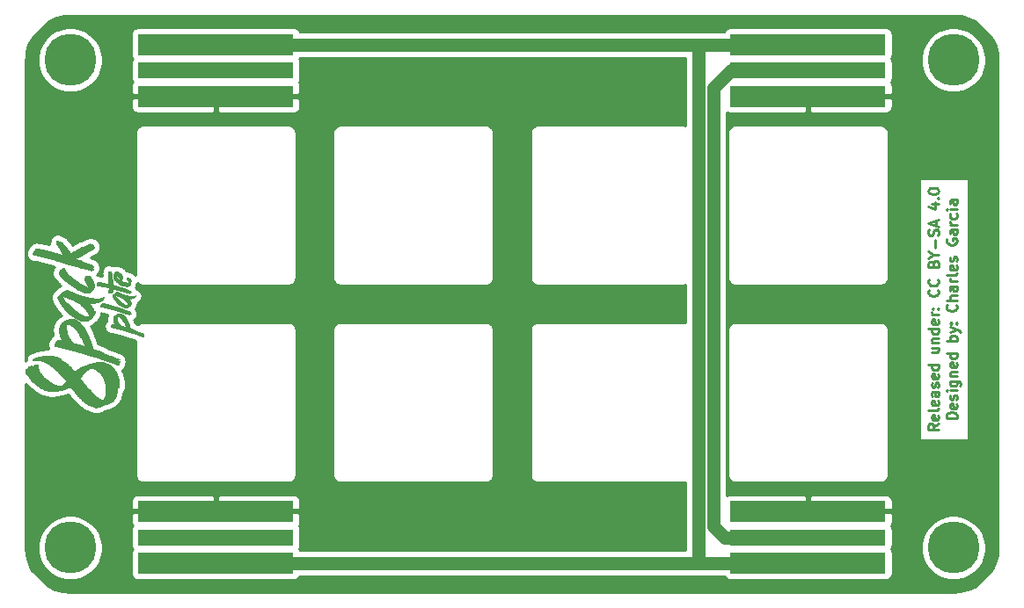
<source format=gbr>
G04 #@! TF.GenerationSoftware,KiCad,Pcbnew,5.1.2-f72e74a~84~ubuntu18.04.1*
G04 #@! TF.CreationDate,2019-06-08T15:54:07-04:00*
G04 #@! TF.ProjectId,8-key-top-plate-1.2,382d6b65-792d-4746-9f70-2d706c617465,rev?*
G04 #@! TF.SameCoordinates,Original*
G04 #@! TF.FileFunction,Copper,L1,Top*
G04 #@! TF.FilePolarity,Positive*
%FSLAX46Y46*%
G04 Gerber Fmt 4.6, Leading zero omitted, Abs format (unit mm)*
G04 Created by KiCad (PCBNEW 5.1.2-f72e74a~84~ubuntu18.04.1) date 2019-06-08 15:54:07*
%MOMM*%
%LPD*%
G04 APERTURE LIST*
%ADD10C,0.250000*%
%ADD11C,0.010000*%
%ADD12C,5.000000*%
%ADD13R,15.000000X2.000000*%
%ADD14R,15.000000X1.500000*%
%ADD15C,1.270000*%
%ADD16C,0.254000*%
G04 APERTURE END LIST*
D10*
X224577380Y-109047619D02*
X224101190Y-109380952D01*
X224577380Y-109619047D02*
X223577380Y-109619047D01*
X223577380Y-109238095D01*
X223625000Y-109142857D01*
X223672619Y-109095238D01*
X223767857Y-109047619D01*
X223910714Y-109047619D01*
X224005952Y-109095238D01*
X224053571Y-109142857D01*
X224101190Y-109238095D01*
X224101190Y-109619047D01*
X224529761Y-108238095D02*
X224577380Y-108333333D01*
X224577380Y-108523809D01*
X224529761Y-108619047D01*
X224434523Y-108666666D01*
X224053571Y-108666666D01*
X223958333Y-108619047D01*
X223910714Y-108523809D01*
X223910714Y-108333333D01*
X223958333Y-108238095D01*
X224053571Y-108190476D01*
X224148809Y-108190476D01*
X224244047Y-108666666D01*
X224577380Y-107619047D02*
X224529761Y-107714285D01*
X224434523Y-107761904D01*
X223577380Y-107761904D01*
X224529761Y-106857142D02*
X224577380Y-106952380D01*
X224577380Y-107142857D01*
X224529761Y-107238095D01*
X224434523Y-107285714D01*
X224053571Y-107285714D01*
X223958333Y-107238095D01*
X223910714Y-107142857D01*
X223910714Y-106952380D01*
X223958333Y-106857142D01*
X224053571Y-106809523D01*
X224148809Y-106809523D01*
X224244047Y-107285714D01*
X224577380Y-105952380D02*
X224053571Y-105952380D01*
X223958333Y-106000000D01*
X223910714Y-106095238D01*
X223910714Y-106285714D01*
X223958333Y-106380952D01*
X224529761Y-105952380D02*
X224577380Y-106047619D01*
X224577380Y-106285714D01*
X224529761Y-106380952D01*
X224434523Y-106428571D01*
X224339285Y-106428571D01*
X224244047Y-106380952D01*
X224196428Y-106285714D01*
X224196428Y-106047619D01*
X224148809Y-105952380D01*
X224529761Y-105523809D02*
X224577380Y-105428571D01*
X224577380Y-105238095D01*
X224529761Y-105142857D01*
X224434523Y-105095238D01*
X224386904Y-105095238D01*
X224291666Y-105142857D01*
X224244047Y-105238095D01*
X224244047Y-105380952D01*
X224196428Y-105476190D01*
X224101190Y-105523809D01*
X224053571Y-105523809D01*
X223958333Y-105476190D01*
X223910714Y-105380952D01*
X223910714Y-105238095D01*
X223958333Y-105142857D01*
X224529761Y-104285714D02*
X224577380Y-104380952D01*
X224577380Y-104571428D01*
X224529761Y-104666666D01*
X224434523Y-104714285D01*
X224053571Y-104714285D01*
X223958333Y-104666666D01*
X223910714Y-104571428D01*
X223910714Y-104380952D01*
X223958333Y-104285714D01*
X224053571Y-104238095D01*
X224148809Y-104238095D01*
X224244047Y-104714285D01*
X224577380Y-103380952D02*
X223577380Y-103380952D01*
X224529761Y-103380952D02*
X224577380Y-103476190D01*
X224577380Y-103666666D01*
X224529761Y-103761904D01*
X224482142Y-103809523D01*
X224386904Y-103857142D01*
X224101190Y-103857142D01*
X224005952Y-103809523D01*
X223958333Y-103761904D01*
X223910714Y-103666666D01*
X223910714Y-103476190D01*
X223958333Y-103380952D01*
X223910714Y-101714285D02*
X224577380Y-101714285D01*
X223910714Y-102142857D02*
X224434523Y-102142857D01*
X224529761Y-102095238D01*
X224577380Y-102000000D01*
X224577380Y-101857142D01*
X224529761Y-101761904D01*
X224482142Y-101714285D01*
X223910714Y-101238095D02*
X224577380Y-101238095D01*
X224005952Y-101238095D02*
X223958333Y-101190476D01*
X223910714Y-101095238D01*
X223910714Y-100952380D01*
X223958333Y-100857142D01*
X224053571Y-100809523D01*
X224577380Y-100809523D01*
X224577380Y-99904761D02*
X223577380Y-99904761D01*
X224529761Y-99904761D02*
X224577380Y-100000000D01*
X224577380Y-100190476D01*
X224529761Y-100285714D01*
X224482142Y-100333333D01*
X224386904Y-100380952D01*
X224101190Y-100380952D01*
X224005952Y-100333333D01*
X223958333Y-100285714D01*
X223910714Y-100190476D01*
X223910714Y-100000000D01*
X223958333Y-99904761D01*
X224529761Y-99047619D02*
X224577380Y-99142857D01*
X224577380Y-99333333D01*
X224529761Y-99428571D01*
X224434523Y-99476190D01*
X224053571Y-99476190D01*
X223958333Y-99428571D01*
X223910714Y-99333333D01*
X223910714Y-99142857D01*
X223958333Y-99047619D01*
X224053571Y-99000000D01*
X224148809Y-99000000D01*
X224244047Y-99476190D01*
X224577380Y-98571428D02*
X223910714Y-98571428D01*
X224101190Y-98571428D02*
X224005952Y-98523809D01*
X223958333Y-98476190D01*
X223910714Y-98380952D01*
X223910714Y-98285714D01*
X224482142Y-97952380D02*
X224529761Y-97904761D01*
X224577380Y-97952380D01*
X224529761Y-98000000D01*
X224482142Y-97952380D01*
X224577380Y-97952380D01*
X223958333Y-97952380D02*
X224005952Y-97904761D01*
X224053571Y-97952380D01*
X224005952Y-98000000D01*
X223958333Y-97952380D01*
X224053571Y-97952380D01*
X224482142Y-96142857D02*
X224529761Y-96190476D01*
X224577380Y-96333333D01*
X224577380Y-96428571D01*
X224529761Y-96571428D01*
X224434523Y-96666666D01*
X224339285Y-96714285D01*
X224148809Y-96761904D01*
X224005952Y-96761904D01*
X223815476Y-96714285D01*
X223720238Y-96666666D01*
X223625000Y-96571428D01*
X223577380Y-96428571D01*
X223577380Y-96333333D01*
X223625000Y-96190476D01*
X223672619Y-96142857D01*
X224482142Y-95142857D02*
X224529761Y-95190476D01*
X224577380Y-95333333D01*
X224577380Y-95428571D01*
X224529761Y-95571428D01*
X224434523Y-95666666D01*
X224339285Y-95714285D01*
X224148809Y-95761904D01*
X224005952Y-95761904D01*
X223815476Y-95714285D01*
X223720238Y-95666666D01*
X223625000Y-95571428D01*
X223577380Y-95428571D01*
X223577380Y-95333333D01*
X223625000Y-95190476D01*
X223672619Y-95142857D01*
X224053571Y-93619047D02*
X224101190Y-93476190D01*
X224148809Y-93428571D01*
X224244047Y-93380952D01*
X224386904Y-93380952D01*
X224482142Y-93428571D01*
X224529761Y-93476190D01*
X224577380Y-93571428D01*
X224577380Y-93952380D01*
X223577380Y-93952380D01*
X223577380Y-93619047D01*
X223625000Y-93523809D01*
X223672619Y-93476190D01*
X223767857Y-93428571D01*
X223863095Y-93428571D01*
X223958333Y-93476190D01*
X224005952Y-93523809D01*
X224053571Y-93619047D01*
X224053571Y-93952380D01*
X224101190Y-92761904D02*
X224577380Y-92761904D01*
X223577380Y-93095238D02*
X224101190Y-92761904D01*
X223577380Y-92428571D01*
X224196428Y-92095238D02*
X224196428Y-91333333D01*
X224529761Y-90904761D02*
X224577380Y-90761904D01*
X224577380Y-90523809D01*
X224529761Y-90428571D01*
X224482142Y-90380952D01*
X224386904Y-90333333D01*
X224291666Y-90333333D01*
X224196428Y-90380952D01*
X224148809Y-90428571D01*
X224101190Y-90523809D01*
X224053571Y-90714285D01*
X224005952Y-90809523D01*
X223958333Y-90857142D01*
X223863095Y-90904761D01*
X223767857Y-90904761D01*
X223672619Y-90857142D01*
X223625000Y-90809523D01*
X223577380Y-90714285D01*
X223577380Y-90476190D01*
X223625000Y-90333333D01*
X224291666Y-89952380D02*
X224291666Y-89476190D01*
X224577380Y-90047619D02*
X223577380Y-89714285D01*
X224577380Y-89380952D01*
X223910714Y-87857142D02*
X224577380Y-87857142D01*
X223529761Y-88095238D02*
X224244047Y-88333333D01*
X224244047Y-87714285D01*
X224482142Y-87333333D02*
X224529761Y-87285714D01*
X224577380Y-87333333D01*
X224529761Y-87380952D01*
X224482142Y-87333333D01*
X224577380Y-87333333D01*
X223577380Y-86666666D02*
X223577380Y-86571428D01*
X223625000Y-86476190D01*
X223672619Y-86428571D01*
X223767857Y-86380952D01*
X223958333Y-86333333D01*
X224196428Y-86333333D01*
X224386904Y-86380952D01*
X224482142Y-86428571D01*
X224529761Y-86476190D01*
X224577380Y-86571428D01*
X224577380Y-86666666D01*
X224529761Y-86761904D01*
X224482142Y-86809523D01*
X224386904Y-86857142D01*
X224196428Y-86904761D01*
X223958333Y-86904761D01*
X223767857Y-86857142D01*
X223672619Y-86809523D01*
X223625000Y-86761904D01*
X223577380Y-86666666D01*
X226327380Y-108523809D02*
X225327380Y-108523809D01*
X225327380Y-108285714D01*
X225375000Y-108142857D01*
X225470238Y-108047619D01*
X225565476Y-108000000D01*
X225755952Y-107952380D01*
X225898809Y-107952380D01*
X226089285Y-108000000D01*
X226184523Y-108047619D01*
X226279761Y-108142857D01*
X226327380Y-108285714D01*
X226327380Y-108523809D01*
X226279761Y-107142857D02*
X226327380Y-107238095D01*
X226327380Y-107428571D01*
X226279761Y-107523809D01*
X226184523Y-107571428D01*
X225803571Y-107571428D01*
X225708333Y-107523809D01*
X225660714Y-107428571D01*
X225660714Y-107238095D01*
X225708333Y-107142857D01*
X225803571Y-107095238D01*
X225898809Y-107095238D01*
X225994047Y-107571428D01*
X226279761Y-106714285D02*
X226327380Y-106619047D01*
X226327380Y-106428571D01*
X226279761Y-106333333D01*
X226184523Y-106285714D01*
X226136904Y-106285714D01*
X226041666Y-106333333D01*
X225994047Y-106428571D01*
X225994047Y-106571428D01*
X225946428Y-106666666D01*
X225851190Y-106714285D01*
X225803571Y-106714285D01*
X225708333Y-106666666D01*
X225660714Y-106571428D01*
X225660714Y-106428571D01*
X225708333Y-106333333D01*
X226327380Y-105857142D02*
X225660714Y-105857142D01*
X225327380Y-105857142D02*
X225375000Y-105904761D01*
X225422619Y-105857142D01*
X225375000Y-105809523D01*
X225327380Y-105857142D01*
X225422619Y-105857142D01*
X225660714Y-104952380D02*
X226470238Y-104952380D01*
X226565476Y-105000000D01*
X226613095Y-105047619D01*
X226660714Y-105142857D01*
X226660714Y-105285714D01*
X226613095Y-105380952D01*
X226279761Y-104952380D02*
X226327380Y-105047619D01*
X226327380Y-105238095D01*
X226279761Y-105333333D01*
X226232142Y-105380952D01*
X226136904Y-105428571D01*
X225851190Y-105428571D01*
X225755952Y-105380952D01*
X225708333Y-105333333D01*
X225660714Y-105238095D01*
X225660714Y-105047619D01*
X225708333Y-104952380D01*
X225660714Y-104476190D02*
X226327380Y-104476190D01*
X225755952Y-104476190D02*
X225708333Y-104428571D01*
X225660714Y-104333333D01*
X225660714Y-104190476D01*
X225708333Y-104095238D01*
X225803571Y-104047619D01*
X226327380Y-104047619D01*
X226279761Y-103190476D02*
X226327380Y-103285714D01*
X226327380Y-103476190D01*
X226279761Y-103571428D01*
X226184523Y-103619047D01*
X225803571Y-103619047D01*
X225708333Y-103571428D01*
X225660714Y-103476190D01*
X225660714Y-103285714D01*
X225708333Y-103190476D01*
X225803571Y-103142857D01*
X225898809Y-103142857D01*
X225994047Y-103619047D01*
X226327380Y-102285714D02*
X225327380Y-102285714D01*
X226279761Y-102285714D02*
X226327380Y-102380952D01*
X226327380Y-102571428D01*
X226279761Y-102666666D01*
X226232142Y-102714285D01*
X226136904Y-102761904D01*
X225851190Y-102761904D01*
X225755952Y-102714285D01*
X225708333Y-102666666D01*
X225660714Y-102571428D01*
X225660714Y-102380952D01*
X225708333Y-102285714D01*
X226327380Y-101047619D02*
X225327380Y-101047619D01*
X225708333Y-101047619D02*
X225660714Y-100952380D01*
X225660714Y-100761904D01*
X225708333Y-100666666D01*
X225755952Y-100619047D01*
X225851190Y-100571428D01*
X226136904Y-100571428D01*
X226232142Y-100619047D01*
X226279761Y-100666666D01*
X226327380Y-100761904D01*
X226327380Y-100952380D01*
X226279761Y-101047619D01*
X225660714Y-100238095D02*
X226327380Y-100000000D01*
X225660714Y-99761904D02*
X226327380Y-100000000D01*
X226565476Y-100095238D01*
X226613095Y-100142857D01*
X226660714Y-100238095D01*
X226232142Y-99380952D02*
X226279761Y-99333333D01*
X226327380Y-99380952D01*
X226279761Y-99428571D01*
X226232142Y-99380952D01*
X226327380Y-99380952D01*
X225708333Y-99380952D02*
X225755952Y-99333333D01*
X225803571Y-99380952D01*
X225755952Y-99428571D01*
X225708333Y-99380952D01*
X225803571Y-99380952D01*
X226232142Y-97571428D02*
X226279761Y-97619047D01*
X226327380Y-97761904D01*
X226327380Y-97857142D01*
X226279761Y-98000000D01*
X226184523Y-98095238D01*
X226089285Y-98142857D01*
X225898809Y-98190476D01*
X225755952Y-98190476D01*
X225565476Y-98142857D01*
X225470238Y-98095238D01*
X225375000Y-98000000D01*
X225327380Y-97857142D01*
X225327380Y-97761904D01*
X225375000Y-97619047D01*
X225422619Y-97571428D01*
X226327380Y-97142857D02*
X225327380Y-97142857D01*
X226327380Y-96714285D02*
X225803571Y-96714285D01*
X225708333Y-96761904D01*
X225660714Y-96857142D01*
X225660714Y-97000000D01*
X225708333Y-97095238D01*
X225755952Y-97142857D01*
X226327380Y-95809523D02*
X225803571Y-95809523D01*
X225708333Y-95857142D01*
X225660714Y-95952380D01*
X225660714Y-96142857D01*
X225708333Y-96238095D01*
X226279761Y-95809523D02*
X226327380Y-95904761D01*
X226327380Y-96142857D01*
X226279761Y-96238095D01*
X226184523Y-96285714D01*
X226089285Y-96285714D01*
X225994047Y-96238095D01*
X225946428Y-96142857D01*
X225946428Y-95904761D01*
X225898809Y-95809523D01*
X226327380Y-95333333D02*
X225660714Y-95333333D01*
X225851190Y-95333333D02*
X225755952Y-95285714D01*
X225708333Y-95238095D01*
X225660714Y-95142857D01*
X225660714Y-95047619D01*
X226327380Y-94571428D02*
X226279761Y-94666666D01*
X226184523Y-94714285D01*
X225327380Y-94714285D01*
X226279761Y-93809523D02*
X226327380Y-93904761D01*
X226327380Y-94095238D01*
X226279761Y-94190476D01*
X226184523Y-94238095D01*
X225803571Y-94238095D01*
X225708333Y-94190476D01*
X225660714Y-94095238D01*
X225660714Y-93904761D01*
X225708333Y-93809523D01*
X225803571Y-93761904D01*
X225898809Y-93761904D01*
X225994047Y-94238095D01*
X226279761Y-93380952D02*
X226327380Y-93285714D01*
X226327380Y-93095238D01*
X226279761Y-93000000D01*
X226184523Y-92952380D01*
X226136904Y-92952380D01*
X226041666Y-93000000D01*
X225994047Y-93095238D01*
X225994047Y-93238095D01*
X225946428Y-93333333D01*
X225851190Y-93380952D01*
X225803571Y-93380952D01*
X225708333Y-93333333D01*
X225660714Y-93238095D01*
X225660714Y-93095238D01*
X225708333Y-93000000D01*
X225375000Y-91238095D02*
X225327380Y-91333333D01*
X225327380Y-91476190D01*
X225375000Y-91619047D01*
X225470238Y-91714285D01*
X225565476Y-91761904D01*
X225755952Y-91809523D01*
X225898809Y-91809523D01*
X226089285Y-91761904D01*
X226184523Y-91714285D01*
X226279761Y-91619047D01*
X226327380Y-91476190D01*
X226327380Y-91380952D01*
X226279761Y-91238095D01*
X226232142Y-91190476D01*
X225898809Y-91190476D01*
X225898809Y-91380952D01*
X226327380Y-90333333D02*
X225803571Y-90333333D01*
X225708333Y-90380952D01*
X225660714Y-90476190D01*
X225660714Y-90666666D01*
X225708333Y-90761904D01*
X226279761Y-90333333D02*
X226327380Y-90428571D01*
X226327380Y-90666666D01*
X226279761Y-90761904D01*
X226184523Y-90809523D01*
X226089285Y-90809523D01*
X225994047Y-90761904D01*
X225946428Y-90666666D01*
X225946428Y-90428571D01*
X225898809Y-90333333D01*
X226327380Y-89857142D02*
X225660714Y-89857142D01*
X225851190Y-89857142D02*
X225755952Y-89809523D01*
X225708333Y-89761904D01*
X225660714Y-89666666D01*
X225660714Y-89571428D01*
X226279761Y-88809523D02*
X226327380Y-88904761D01*
X226327380Y-89095238D01*
X226279761Y-89190476D01*
X226232142Y-89238095D01*
X226136904Y-89285714D01*
X225851190Y-89285714D01*
X225755952Y-89238095D01*
X225708333Y-89190476D01*
X225660714Y-89095238D01*
X225660714Y-88904761D01*
X225708333Y-88809523D01*
X226327380Y-88380952D02*
X225660714Y-88380952D01*
X225327380Y-88380952D02*
X225375000Y-88428571D01*
X225422619Y-88380952D01*
X225375000Y-88333333D01*
X225327380Y-88380952D01*
X225422619Y-88380952D01*
X226327380Y-87476190D02*
X225803571Y-87476190D01*
X225708333Y-87523809D01*
X225660714Y-87619047D01*
X225660714Y-87809523D01*
X225708333Y-87904761D01*
X226279761Y-87476190D02*
X226327380Y-87571428D01*
X226327380Y-87809523D01*
X226279761Y-87904761D01*
X226184523Y-87952380D01*
X226089285Y-87952380D01*
X225994047Y-87904761D01*
X225946428Y-87809523D01*
X225946428Y-87571428D01*
X225898809Y-87476190D01*
D11*
G36*
X144910293Y-99635461D02*
G01*
X144919575Y-99622129D01*
X144930363Y-99608304D01*
X144937337Y-99600263D01*
X144945965Y-99589619D01*
X144952990Y-99578592D01*
X144956042Y-99571866D01*
X144959982Y-99562936D01*
X144967037Y-99549953D01*
X144976309Y-99534319D01*
X144986901Y-99517437D01*
X144997913Y-99500712D01*
X145008450Y-99485545D01*
X145017612Y-99473340D01*
X145023401Y-99466597D01*
X145034017Y-99456701D01*
X145045906Y-99447162D01*
X145049963Y-99444310D01*
X145064073Y-99434931D01*
X145116003Y-99446143D01*
X145137441Y-99450614D01*
X145159923Y-99455035D01*
X145181100Y-99458960D01*
X145198622Y-99461945D01*
X145202234Y-99462504D01*
X145219924Y-99464811D01*
X145237279Y-99466466D01*
X145253031Y-99467417D01*
X145265912Y-99467616D01*
X145274657Y-99467011D01*
X145277996Y-99465553D01*
X145278000Y-99465492D01*
X145275881Y-99462030D01*
X145270395Y-99455294D01*
X145264620Y-99448815D01*
X145250637Y-99430332D01*
X145236871Y-99405664D01*
X145223580Y-99375400D01*
X145211020Y-99340127D01*
X145199447Y-99300435D01*
X145198893Y-99298320D01*
X145193535Y-99279923D01*
X145186814Y-99259839D01*
X145179980Y-99241755D01*
X145178390Y-99237952D01*
X145158461Y-99184913D01*
X145144189Y-99131244D01*
X145135158Y-99075201D01*
X145132562Y-99046963D01*
X145131195Y-99029706D01*
X145129746Y-99014548D01*
X145128373Y-99002950D01*
X145127232Y-98996376D01*
X145127057Y-98995821D01*
X145126553Y-98989089D01*
X145127954Y-98979104D01*
X145129013Y-98974799D01*
X145131347Y-98964542D01*
X145131063Y-98958247D01*
X145128927Y-98954502D01*
X145126684Y-98947714D01*
X145126059Y-98935620D01*
X145126942Y-98919467D01*
X145129222Y-98900497D01*
X145132790Y-98879956D01*
X145137255Y-98860190D01*
X145151319Y-98815739D01*
X145171119Y-98769933D01*
X145196093Y-98723907D01*
X145225676Y-98678796D01*
X145230684Y-98671896D01*
X145243773Y-98654396D01*
X145254933Y-98640455D01*
X145265461Y-98628841D01*
X145276655Y-98618325D01*
X145289810Y-98607675D01*
X145306224Y-98595661D01*
X145324302Y-98583045D01*
X145388701Y-98540661D01*
X145450260Y-98504387D01*
X145509019Y-98474203D01*
X145565020Y-98450089D01*
X145618303Y-98432026D01*
X145655613Y-98422626D01*
X145682013Y-98418669D01*
X145712552Y-98416811D01*
X145744934Y-98417026D01*
X145776866Y-98419289D01*
X145806052Y-98423576D01*
X145809559Y-98424288D01*
X145860532Y-98438026D01*
X145911384Y-98457785D01*
X145962235Y-98483653D01*
X146013200Y-98515718D01*
X146064398Y-98554068D01*
X146115946Y-98598791D01*
X146167961Y-98649975D01*
X146220561Y-98707708D01*
X146273436Y-98771540D01*
X146288305Y-98790634D01*
X146304143Y-98811570D01*
X146319427Y-98832298D01*
X146332637Y-98850769D01*
X146337560Y-98857888D01*
X146369485Y-98907398D01*
X146402219Y-98963339D01*
X146435627Y-99025435D01*
X146469577Y-99093409D01*
X146503936Y-99166986D01*
X146538569Y-99245889D01*
X146573343Y-99329841D01*
X146608119Y-99418546D01*
X146620694Y-99451598D01*
X146631254Y-99479689D01*
X146640255Y-99504170D01*
X146648152Y-99526387D01*
X146655399Y-99547689D01*
X146662451Y-99569424D01*
X146669764Y-99592939D01*
X146677792Y-99619582D01*
X146686991Y-99650702D01*
X146690420Y-99662386D01*
X146703246Y-99705804D01*
X146715037Y-99745043D01*
X146725689Y-99779786D01*
X146735102Y-99809714D01*
X146743171Y-99834509D01*
X146749796Y-99853852D01*
X146754872Y-99867424D01*
X146758299Y-99874907D01*
X146759166Y-99876107D01*
X146764283Y-99878862D01*
X146773856Y-99882399D01*
X146785066Y-99885742D01*
X146806660Y-99891892D01*
X146833703Y-99900199D01*
X146865332Y-99910366D01*
X146900684Y-99922093D01*
X146938895Y-99935080D01*
X146979104Y-99949028D01*
X147020447Y-99963639D01*
X147062061Y-99978613D01*
X147103083Y-99993650D01*
X147142650Y-100008452D01*
X147177920Y-100021951D01*
X147202655Y-100031614D01*
X147221507Y-100039176D01*
X147234954Y-100044868D01*
X147243473Y-100048919D01*
X147247539Y-100051561D01*
X147247632Y-100053024D01*
X147244227Y-100053537D01*
X147243361Y-100053546D01*
X147237289Y-100052422D01*
X147226305Y-100049369D01*
X147211827Y-100044871D01*
X147195273Y-100039411D01*
X147178060Y-100033471D01*
X147161605Y-100027535D01*
X147147328Y-100022086D01*
X147136645Y-100017605D01*
X147133717Y-100016203D01*
X147120269Y-100011524D01*
X147105458Y-100009528D01*
X147104583Y-100009520D01*
X147088550Y-100009520D01*
X147100215Y-100018152D01*
X147114508Y-100027287D01*
X147134948Y-100038172D01*
X147161175Y-100050664D01*
X147192830Y-100064623D01*
X147229557Y-100079909D01*
X147270995Y-100096380D01*
X147316786Y-100113896D01*
X147366573Y-100132316D01*
X147419995Y-100151500D01*
X147476696Y-100171306D01*
X147536316Y-100191594D01*
X147574160Y-100204210D01*
X147597889Y-100212189D01*
X147619754Y-100219785D01*
X147638851Y-100226665D01*
X147654279Y-100232496D01*
X147665135Y-100236945D01*
X147670515Y-100239680D01*
X147670680Y-100239812D01*
X147679419Y-100245320D01*
X147694269Y-100252085D01*
X147714728Y-100259907D01*
X147740291Y-100268589D01*
X147757040Y-100273873D01*
X147773757Y-100279421D01*
X147790018Y-100285506D01*
X147803512Y-100291233D01*
X147809533Y-100294241D01*
X147819663Y-100299528D01*
X147832538Y-100305588D01*
X147848797Y-100312685D01*
X147869078Y-100321088D01*
X147894021Y-100331063D01*
X147924262Y-100342875D01*
X147948386Y-100352172D01*
X147978084Y-100363918D01*
X148001395Y-100373922D01*
X148018457Y-100382253D01*
X148029408Y-100388980D01*
X148034388Y-100394174D01*
X148034746Y-100395648D01*
X148031872Y-100398532D01*
X148023769Y-100398338D01*
X148011217Y-100395116D01*
X148007701Y-100393923D01*
X147998551Y-100391031D01*
X147992696Y-100390981D01*
X147987095Y-100394214D01*
X147983094Y-100397490D01*
X147974090Y-100403240D01*
X147967385Y-100403824D01*
X147962467Y-100401983D01*
X147952341Y-100398356D01*
X147938205Y-100393366D01*
X147921254Y-100387436D01*
X147908461Y-100382990D01*
X147884991Y-100375132D01*
X147867102Y-100369871D01*
X147854148Y-100367134D01*
X147845484Y-100366852D01*
X147840463Y-100368954D01*
X147838439Y-100373369D01*
X147838320Y-100375317D01*
X147841440Y-100379635D01*
X147850605Y-100386190D01*
X147865520Y-100394830D01*
X147885890Y-100405405D01*
X147911420Y-100417765D01*
X147941816Y-100431760D01*
X147976783Y-100447239D01*
X147994084Y-100454715D01*
X148012628Y-100462798D01*
X148028900Y-100470131D01*
X148041921Y-100476253D01*
X148050708Y-100480701D01*
X148054282Y-100483015D01*
X148054306Y-100483067D01*
X148051921Y-100484274D01*
X148044708Y-100484085D01*
X148039088Y-100483335D01*
X148018909Y-100480861D01*
X148003282Y-100480731D01*
X147992899Y-100482915D01*
X147989283Y-100485568D01*
X147986728Y-100487967D01*
X147982794Y-100488620D01*
X147976030Y-100487353D01*
X147964985Y-100483990D01*
X147958584Y-100481865D01*
X147942662Y-100477082D01*
X147927227Y-100473423D01*
X147913585Y-100471084D01*
X147903045Y-100470261D01*
X147896914Y-100471147D01*
X147895893Y-100472501D01*
X147898794Y-100474915D01*
X147906751Y-100479564D01*
X147918646Y-100485902D01*
X147933361Y-100493379D01*
X147949777Y-100501448D01*
X147966775Y-100509561D01*
X147983239Y-100517168D01*
X147998049Y-100523723D01*
X148010087Y-100528677D01*
X148011886Y-100529361D01*
X148021814Y-100534140D01*
X148027105Y-100538847D01*
X148027308Y-100542601D01*
X148021971Y-100544522D01*
X148019700Y-100544613D01*
X148011465Y-100542904D01*
X148001483Y-100538672D01*
X147999235Y-100537420D01*
X147991207Y-100533463D01*
X147985695Y-100532165D01*
X147984768Y-100532502D01*
X147984316Y-100537032D01*
X147988471Y-100543308D01*
X147995751Y-100550108D01*
X148004675Y-100556212D01*
X148013761Y-100560398D01*
X148020007Y-100561546D01*
X148026281Y-100563283D01*
X148027973Y-100566305D01*
X148026551Y-100568913D01*
X148021410Y-100569925D01*
X148011240Y-100569528D01*
X148007725Y-100569228D01*
X147996068Y-100568487D01*
X147989426Y-100569125D01*
X147986128Y-100571431D01*
X147985283Y-100573108D01*
X147986046Y-100579697D01*
X147991546Y-100587807D01*
X148000484Y-100595884D01*
X148008500Y-100600902D01*
X148016099Y-100606165D01*
X148017023Y-100610540D01*
X148011261Y-100613969D01*
X148011129Y-100614011D01*
X148004780Y-100617036D01*
X147995310Y-100622651D01*
X147987504Y-100627786D01*
X147978063Y-100633972D01*
X147970756Y-100638198D01*
X147967643Y-100639440D01*
X147963780Y-100638341D01*
X147954434Y-100635247D01*
X147940490Y-100630466D01*
X147922837Y-100624304D01*
X147902360Y-100617069D01*
X147883742Y-100610426D01*
X147821908Y-100588333D01*
X147761884Y-100567007D01*
X147704042Y-100546575D01*
X147648755Y-100527165D01*
X147596397Y-100508905D01*
X147547339Y-100491923D01*
X147501955Y-100476346D01*
X147460618Y-100462303D01*
X147437402Y-100454517D01*
X147437402Y-100214449D01*
X147438266Y-100214205D01*
X147439018Y-100211807D01*
X147434640Y-100208183D01*
X147426522Y-100203943D01*
X147416053Y-100199697D01*
X147404623Y-100196056D01*
X147393622Y-100193628D01*
X147390433Y-100193209D01*
X147379818Y-100192940D01*
X147374851Y-100194622D01*
X147375900Y-100197840D01*
X147382710Y-100201897D01*
X147393285Y-100205901D01*
X147406086Y-100209612D01*
X147419069Y-100212575D01*
X147430189Y-100214338D01*
X147437402Y-100214449D01*
X147437402Y-100454517D01*
X147423701Y-100449921D01*
X147391575Y-100439329D01*
X147364615Y-100430653D01*
X147343193Y-100424022D01*
X147327682Y-100419564D01*
X147325240Y-100418923D01*
X147301616Y-100411014D01*
X147278728Y-100400121D01*
X147274440Y-100397625D01*
X147264018Y-100391982D01*
X147250080Y-100385634D01*
X147232001Y-100378339D01*
X147209155Y-100369855D01*
X147180920Y-100359937D01*
X147154213Y-100350868D01*
X147124528Y-100340791D01*
X147092096Y-100329588D01*
X147058847Y-100317939D01*
X147026713Y-100306524D01*
X146997623Y-100296023D01*
X146978824Y-100289104D01*
X146904651Y-100261489D01*
X146904651Y-99954609D01*
X146911263Y-99954416D01*
X146911331Y-99954391D01*
X146916058Y-99951665D01*
X146916034Y-99948635D01*
X146910816Y-99945019D01*
X146899961Y-99940530D01*
X146883028Y-99934885D01*
X146879046Y-99933646D01*
X146861520Y-99928280D01*
X146844060Y-99923010D01*
X146828997Y-99918536D01*
X146820711Y-99916134D01*
X146808290Y-99911980D01*
X146797348Y-99907259D01*
X146791925Y-99904118D01*
X146781305Y-99898139D01*
X146771217Y-99895454D01*
X146763428Y-99896307D01*
X146760039Y-99899703D01*
X146759129Y-99902809D01*
X146759704Y-99905450D01*
X146762669Y-99908177D01*
X146768927Y-99911542D01*
X146779380Y-99916097D01*
X146794932Y-99922394D01*
X146801411Y-99924978D01*
X146819996Y-99931926D01*
X146839680Y-99938512D01*
X146859225Y-99944405D01*
X146877394Y-99949273D01*
X146892948Y-99952785D01*
X146904651Y-99954609D01*
X146904651Y-100261489D01*
X146899955Y-100259740D01*
X146888904Y-100266570D01*
X146877852Y-100273400D01*
X146828919Y-100256938D01*
X146796225Y-100245488D01*
X146766405Y-100234155D01*
X146740471Y-100223352D01*
X146719436Y-100213494D01*
X146708819Y-100207760D01*
X146697168Y-100202392D01*
X146685767Y-100201094D01*
X146679984Y-100201543D01*
X146672989Y-100201746D01*
X146664034Y-100200789D01*
X146652163Y-100198465D01*
X146636421Y-100194566D01*
X146615850Y-100188886D01*
X146598751Y-100183939D01*
X146545525Y-100168154D01*
X146490380Y-100151428D01*
X146435212Y-100134351D01*
X146381918Y-100117513D01*
X146364220Y-100111792D01*
X146364220Y-99756549D01*
X146366672Y-99756225D01*
X146367801Y-99753161D01*
X146367436Y-99747152D01*
X146365406Y-99737516D01*
X146361542Y-99723571D01*
X146355671Y-99704633D01*
X146347661Y-99680130D01*
X146330162Y-99630213D01*
X146309090Y-99575028D01*
X146284602Y-99514958D01*
X146256859Y-99450387D01*
X146226020Y-99381698D01*
X146205772Y-99337977D01*
X146201553Y-99331412D01*
X146196011Y-99329926D01*
X146192036Y-99330573D01*
X146186688Y-99331116D01*
X146182275Y-99329220D01*
X146177367Y-99323748D01*
X146170533Y-99313561D01*
X146170404Y-99313360D01*
X146160251Y-99296982D01*
X146149268Y-99278420D01*
X146138251Y-99259107D01*
X146127995Y-99240476D01*
X146119297Y-99223962D01*
X146112952Y-99210996D01*
X146110793Y-99205998D01*
X146107177Y-99196398D01*
X146106129Y-99190792D01*
X146107685Y-99186892D01*
X146111155Y-99183138D01*
X146116149Y-99176612D01*
X146117893Y-99171766D01*
X146116155Y-99167583D01*
X146111432Y-99158940D01*
X146104464Y-99147037D01*
X146095987Y-99133071D01*
X146086740Y-99118243D01*
X146077461Y-99103750D01*
X146068889Y-99090792D01*
X146061761Y-99080568D01*
X146061691Y-99080472D01*
X146055416Y-99073294D01*
X146051683Y-99072383D01*
X146050550Y-99077719D01*
X146051173Y-99084113D01*
X146053073Y-99096813D01*
X146045690Y-99086952D01*
X145999973Y-99027045D01*
X145956962Y-98973072D01*
X145916483Y-98924835D01*
X145878365Y-98882135D01*
X145842433Y-98844775D01*
X145808517Y-98812557D01*
X145800123Y-98805099D01*
X145780422Y-98789111D01*
X145756534Y-98771756D01*
X145729626Y-98753717D01*
X145700861Y-98735676D01*
X145671404Y-98718315D01*
X145642419Y-98702320D01*
X145615071Y-98688371D01*
X145590524Y-98677152D01*
X145569943Y-98669346D01*
X145567165Y-98668480D01*
X145545313Y-98663514D01*
X145525987Y-98662225D01*
X145524831Y-98662281D01*
X145506600Y-98663320D01*
X145493763Y-98688720D01*
X145485975Y-98705923D01*
X145482557Y-98718090D01*
X145482566Y-98722904D01*
X145482375Y-98730629D01*
X145480254Y-98742067D01*
X145477078Y-98753384D01*
X145474382Y-98762490D01*
X145472437Y-98771764D01*
X145471119Y-98782560D01*
X145470305Y-98796233D01*
X145469871Y-98814137D01*
X145469707Y-98834346D01*
X145469718Y-98857123D01*
X145470093Y-98875161D01*
X145471029Y-98890492D01*
X145472722Y-98905149D01*
X145475366Y-98921164D01*
X145479159Y-98940569D01*
X145480642Y-98947800D01*
X145495617Y-99015868D01*
X145511425Y-99078293D01*
X145528497Y-99136191D01*
X145547264Y-99190680D01*
X145568156Y-99242878D01*
X145591605Y-99293902D01*
X145618041Y-99344870D01*
X145647895Y-99396899D01*
X145663864Y-99423060D01*
X145693475Y-99468483D01*
X145721727Y-99507271D01*
X145748623Y-99539427D01*
X145774163Y-99564951D01*
X145798348Y-99583844D01*
X145821181Y-99596108D01*
X145838493Y-99601151D01*
X145846501Y-99602887D01*
X145860194Y-99606254D01*
X145878740Y-99611026D01*
X145901311Y-99616976D01*
X145927077Y-99623878D01*
X145955207Y-99631505D01*
X145984872Y-99639632D01*
X146015243Y-99648032D01*
X146045490Y-99656477D01*
X146074782Y-99664743D01*
X146102290Y-99672602D01*
X146127184Y-99679829D01*
X146131440Y-99681079D01*
X146161896Y-99690198D01*
X146193575Y-99699956D01*
X146225368Y-99709992D01*
X146256169Y-99719943D01*
X146284868Y-99729446D01*
X146310359Y-99738141D01*
X146331533Y-99745664D01*
X146346970Y-99751528D01*
X146356918Y-99754989D01*
X146364220Y-99756549D01*
X146364220Y-100111792D01*
X146332393Y-100101503D01*
X146310933Y-100094424D01*
X146289560Y-100087436D01*
X146269546Y-100081108D01*
X146252070Y-100075796D01*
X146238309Y-100071854D01*
X146229442Y-100069638D01*
X146227960Y-100069370D01*
X146215714Y-100065460D01*
X146205106Y-100056740D01*
X146203894Y-100055388D01*
X146193080Y-100046161D01*
X146182731Y-100043581D01*
X146173017Y-100047685D01*
X146171776Y-100048741D01*
X146169089Y-100050596D01*
X146165491Y-100051359D01*
X146159955Y-100050819D01*
X146151452Y-100048763D01*
X146138956Y-100044979D01*
X146121438Y-100039253D01*
X146114183Y-100036836D01*
X146090448Y-100028587D01*
X146068422Y-100020324D01*
X146048944Y-100012415D01*
X146032854Y-100005229D01*
X146020994Y-99999134D01*
X146014203Y-99994498D01*
X146012906Y-99992459D01*
X146010135Y-99989818D01*
X146003500Y-99989427D01*
X145995522Y-99991267D01*
X145992541Y-99992610D01*
X145986779Y-99993852D01*
X145977622Y-99992643D01*
X145963785Y-99988792D01*
X145961437Y-99988043D01*
X145950444Y-99984662D01*
X145937063Y-99980873D01*
X145920646Y-99976513D01*
X145900545Y-99971419D01*
X145876111Y-99965429D01*
X145846698Y-99958380D01*
X145811655Y-99950109D01*
X145791080Y-99945292D01*
X145770494Y-99940352D01*
X145745266Y-99934095D01*
X145717285Y-99927000D01*
X145688439Y-99919548D01*
X145660616Y-99912220D01*
X145650533Y-99909522D01*
X145609762Y-99898751D01*
X145566883Y-99887779D01*
X145523023Y-99876873D01*
X145479311Y-99866300D01*
X145436877Y-99856326D01*
X145396848Y-99847219D01*
X145360355Y-99839244D01*
X145328525Y-99832669D01*
X145311033Y-99829302D01*
X145286157Y-99824459D01*
X145267848Y-99820363D01*
X145256156Y-99817024D01*
X145251129Y-99814457D01*
X145250920Y-99813940D01*
X145253906Y-99810716D01*
X145262954Y-99809948D01*
X145278152Y-99811637D01*
X145295216Y-99814846D01*
X145307256Y-99817125D01*
X145316488Y-99818396D01*
X145321136Y-99818424D01*
X145321317Y-99818318D01*
X145319793Y-99815984D01*
X145312919Y-99812391D01*
X145301897Y-99807997D01*
X145287927Y-99803260D01*
X145272212Y-99798639D01*
X145264161Y-99796536D01*
X145241664Y-99791468D01*
X145213994Y-99786117D01*
X145182731Y-99780742D01*
X145149455Y-99775602D01*
X145115745Y-99770954D01*
X145086653Y-99767443D01*
X145059911Y-99764053D01*
X145031409Y-99759736D01*
X145002878Y-99754807D01*
X144976048Y-99749582D01*
X144952651Y-99744377D01*
X144935743Y-99739906D01*
X144920129Y-99735269D01*
X144897865Y-99654889D01*
X144910293Y-99635461D01*
X144910293Y-99635461D01*
G37*
X144910293Y-99635461D02*
X144919575Y-99622129D01*
X144930363Y-99608304D01*
X144937337Y-99600263D01*
X144945965Y-99589619D01*
X144952990Y-99578592D01*
X144956042Y-99571866D01*
X144959982Y-99562936D01*
X144967037Y-99549953D01*
X144976309Y-99534319D01*
X144986901Y-99517437D01*
X144997913Y-99500712D01*
X145008450Y-99485545D01*
X145017612Y-99473340D01*
X145023401Y-99466597D01*
X145034017Y-99456701D01*
X145045906Y-99447162D01*
X145049963Y-99444310D01*
X145064073Y-99434931D01*
X145116003Y-99446143D01*
X145137441Y-99450614D01*
X145159923Y-99455035D01*
X145181100Y-99458960D01*
X145198622Y-99461945D01*
X145202234Y-99462504D01*
X145219924Y-99464811D01*
X145237279Y-99466466D01*
X145253031Y-99467417D01*
X145265912Y-99467616D01*
X145274657Y-99467011D01*
X145277996Y-99465553D01*
X145278000Y-99465492D01*
X145275881Y-99462030D01*
X145270395Y-99455294D01*
X145264620Y-99448815D01*
X145250637Y-99430332D01*
X145236871Y-99405664D01*
X145223580Y-99375400D01*
X145211020Y-99340127D01*
X145199447Y-99300435D01*
X145198893Y-99298320D01*
X145193535Y-99279923D01*
X145186814Y-99259839D01*
X145179980Y-99241755D01*
X145178390Y-99237952D01*
X145158461Y-99184913D01*
X145144189Y-99131244D01*
X145135158Y-99075201D01*
X145132562Y-99046963D01*
X145131195Y-99029706D01*
X145129746Y-99014548D01*
X145128373Y-99002950D01*
X145127232Y-98996376D01*
X145127057Y-98995821D01*
X145126553Y-98989089D01*
X145127954Y-98979104D01*
X145129013Y-98974799D01*
X145131347Y-98964542D01*
X145131063Y-98958247D01*
X145128927Y-98954502D01*
X145126684Y-98947714D01*
X145126059Y-98935620D01*
X145126942Y-98919467D01*
X145129222Y-98900497D01*
X145132790Y-98879956D01*
X145137255Y-98860190D01*
X145151319Y-98815739D01*
X145171119Y-98769933D01*
X145196093Y-98723907D01*
X145225676Y-98678796D01*
X145230684Y-98671896D01*
X145243773Y-98654396D01*
X145254933Y-98640455D01*
X145265461Y-98628841D01*
X145276655Y-98618325D01*
X145289810Y-98607675D01*
X145306224Y-98595661D01*
X145324302Y-98583045D01*
X145388701Y-98540661D01*
X145450260Y-98504387D01*
X145509019Y-98474203D01*
X145565020Y-98450089D01*
X145618303Y-98432026D01*
X145655613Y-98422626D01*
X145682013Y-98418669D01*
X145712552Y-98416811D01*
X145744934Y-98417026D01*
X145776866Y-98419289D01*
X145806052Y-98423576D01*
X145809559Y-98424288D01*
X145860532Y-98438026D01*
X145911384Y-98457785D01*
X145962235Y-98483653D01*
X146013200Y-98515718D01*
X146064398Y-98554068D01*
X146115946Y-98598791D01*
X146167961Y-98649975D01*
X146220561Y-98707708D01*
X146273436Y-98771540D01*
X146288305Y-98790634D01*
X146304143Y-98811570D01*
X146319427Y-98832298D01*
X146332637Y-98850769D01*
X146337560Y-98857888D01*
X146369485Y-98907398D01*
X146402219Y-98963339D01*
X146435627Y-99025435D01*
X146469577Y-99093409D01*
X146503936Y-99166986D01*
X146538569Y-99245889D01*
X146573343Y-99329841D01*
X146608119Y-99418546D01*
X146620694Y-99451598D01*
X146631254Y-99479689D01*
X146640255Y-99504170D01*
X146648152Y-99526387D01*
X146655399Y-99547689D01*
X146662451Y-99569424D01*
X146669764Y-99592939D01*
X146677792Y-99619582D01*
X146686991Y-99650702D01*
X146690420Y-99662386D01*
X146703246Y-99705804D01*
X146715037Y-99745043D01*
X146725689Y-99779786D01*
X146735102Y-99809714D01*
X146743171Y-99834509D01*
X146749796Y-99853852D01*
X146754872Y-99867424D01*
X146758299Y-99874907D01*
X146759166Y-99876107D01*
X146764283Y-99878862D01*
X146773856Y-99882399D01*
X146785066Y-99885742D01*
X146806660Y-99891892D01*
X146833703Y-99900199D01*
X146865332Y-99910366D01*
X146900684Y-99922093D01*
X146938895Y-99935080D01*
X146979104Y-99949028D01*
X147020447Y-99963639D01*
X147062061Y-99978613D01*
X147103083Y-99993650D01*
X147142650Y-100008452D01*
X147177920Y-100021951D01*
X147202655Y-100031614D01*
X147221507Y-100039176D01*
X147234954Y-100044868D01*
X147243473Y-100048919D01*
X147247539Y-100051561D01*
X147247632Y-100053024D01*
X147244227Y-100053537D01*
X147243361Y-100053546D01*
X147237289Y-100052422D01*
X147226305Y-100049369D01*
X147211827Y-100044871D01*
X147195273Y-100039411D01*
X147178060Y-100033471D01*
X147161605Y-100027535D01*
X147147328Y-100022086D01*
X147136645Y-100017605D01*
X147133717Y-100016203D01*
X147120269Y-100011524D01*
X147105458Y-100009528D01*
X147104583Y-100009520D01*
X147088550Y-100009520D01*
X147100215Y-100018152D01*
X147114508Y-100027287D01*
X147134948Y-100038172D01*
X147161175Y-100050664D01*
X147192830Y-100064623D01*
X147229557Y-100079909D01*
X147270995Y-100096380D01*
X147316786Y-100113896D01*
X147366573Y-100132316D01*
X147419995Y-100151500D01*
X147476696Y-100171306D01*
X147536316Y-100191594D01*
X147574160Y-100204210D01*
X147597889Y-100212189D01*
X147619754Y-100219785D01*
X147638851Y-100226665D01*
X147654279Y-100232496D01*
X147665135Y-100236945D01*
X147670515Y-100239680D01*
X147670680Y-100239812D01*
X147679419Y-100245320D01*
X147694269Y-100252085D01*
X147714728Y-100259907D01*
X147740291Y-100268589D01*
X147757040Y-100273873D01*
X147773757Y-100279421D01*
X147790018Y-100285506D01*
X147803512Y-100291233D01*
X147809533Y-100294241D01*
X147819663Y-100299528D01*
X147832538Y-100305588D01*
X147848797Y-100312685D01*
X147869078Y-100321088D01*
X147894021Y-100331063D01*
X147924262Y-100342875D01*
X147948386Y-100352172D01*
X147978084Y-100363918D01*
X148001395Y-100373922D01*
X148018457Y-100382253D01*
X148029408Y-100388980D01*
X148034388Y-100394174D01*
X148034746Y-100395648D01*
X148031872Y-100398532D01*
X148023769Y-100398338D01*
X148011217Y-100395116D01*
X148007701Y-100393923D01*
X147998551Y-100391031D01*
X147992696Y-100390981D01*
X147987095Y-100394214D01*
X147983094Y-100397490D01*
X147974090Y-100403240D01*
X147967385Y-100403824D01*
X147962467Y-100401983D01*
X147952341Y-100398356D01*
X147938205Y-100393366D01*
X147921254Y-100387436D01*
X147908461Y-100382990D01*
X147884991Y-100375132D01*
X147867102Y-100369871D01*
X147854148Y-100367134D01*
X147845484Y-100366852D01*
X147840463Y-100368954D01*
X147838439Y-100373369D01*
X147838320Y-100375317D01*
X147841440Y-100379635D01*
X147850605Y-100386190D01*
X147865520Y-100394830D01*
X147885890Y-100405405D01*
X147911420Y-100417765D01*
X147941816Y-100431760D01*
X147976783Y-100447239D01*
X147994084Y-100454715D01*
X148012628Y-100462798D01*
X148028900Y-100470131D01*
X148041921Y-100476253D01*
X148050708Y-100480701D01*
X148054282Y-100483015D01*
X148054306Y-100483067D01*
X148051921Y-100484274D01*
X148044708Y-100484085D01*
X148039088Y-100483335D01*
X148018909Y-100480861D01*
X148003282Y-100480731D01*
X147992899Y-100482915D01*
X147989283Y-100485568D01*
X147986728Y-100487967D01*
X147982794Y-100488620D01*
X147976030Y-100487353D01*
X147964985Y-100483990D01*
X147958584Y-100481865D01*
X147942662Y-100477082D01*
X147927227Y-100473423D01*
X147913585Y-100471084D01*
X147903045Y-100470261D01*
X147896914Y-100471147D01*
X147895893Y-100472501D01*
X147898794Y-100474915D01*
X147906751Y-100479564D01*
X147918646Y-100485902D01*
X147933361Y-100493379D01*
X147949777Y-100501448D01*
X147966775Y-100509561D01*
X147983239Y-100517168D01*
X147998049Y-100523723D01*
X148010087Y-100528677D01*
X148011886Y-100529361D01*
X148021814Y-100534140D01*
X148027105Y-100538847D01*
X148027308Y-100542601D01*
X148021971Y-100544522D01*
X148019700Y-100544613D01*
X148011465Y-100542904D01*
X148001483Y-100538672D01*
X147999235Y-100537420D01*
X147991207Y-100533463D01*
X147985695Y-100532165D01*
X147984768Y-100532502D01*
X147984316Y-100537032D01*
X147988471Y-100543308D01*
X147995751Y-100550108D01*
X148004675Y-100556212D01*
X148013761Y-100560398D01*
X148020007Y-100561546D01*
X148026281Y-100563283D01*
X148027973Y-100566305D01*
X148026551Y-100568913D01*
X148021410Y-100569925D01*
X148011240Y-100569528D01*
X148007725Y-100569228D01*
X147996068Y-100568487D01*
X147989426Y-100569125D01*
X147986128Y-100571431D01*
X147985283Y-100573108D01*
X147986046Y-100579697D01*
X147991546Y-100587807D01*
X148000484Y-100595884D01*
X148008500Y-100600902D01*
X148016099Y-100606165D01*
X148017023Y-100610540D01*
X148011261Y-100613969D01*
X148011129Y-100614011D01*
X148004780Y-100617036D01*
X147995310Y-100622651D01*
X147987504Y-100627786D01*
X147978063Y-100633972D01*
X147970756Y-100638198D01*
X147967643Y-100639440D01*
X147963780Y-100638341D01*
X147954434Y-100635247D01*
X147940490Y-100630466D01*
X147922837Y-100624304D01*
X147902360Y-100617069D01*
X147883742Y-100610426D01*
X147821908Y-100588333D01*
X147761884Y-100567007D01*
X147704042Y-100546575D01*
X147648755Y-100527165D01*
X147596397Y-100508905D01*
X147547339Y-100491923D01*
X147501955Y-100476346D01*
X147460618Y-100462303D01*
X147437402Y-100454517D01*
X147437402Y-100214449D01*
X147438266Y-100214205D01*
X147439018Y-100211807D01*
X147434640Y-100208183D01*
X147426522Y-100203943D01*
X147416053Y-100199697D01*
X147404623Y-100196056D01*
X147393622Y-100193628D01*
X147390433Y-100193209D01*
X147379818Y-100192940D01*
X147374851Y-100194622D01*
X147375900Y-100197840D01*
X147382710Y-100201897D01*
X147393285Y-100205901D01*
X147406086Y-100209612D01*
X147419069Y-100212575D01*
X147430189Y-100214338D01*
X147437402Y-100214449D01*
X147437402Y-100454517D01*
X147423701Y-100449921D01*
X147391575Y-100439329D01*
X147364615Y-100430653D01*
X147343193Y-100424022D01*
X147327682Y-100419564D01*
X147325240Y-100418923D01*
X147301616Y-100411014D01*
X147278728Y-100400121D01*
X147274440Y-100397625D01*
X147264018Y-100391982D01*
X147250080Y-100385634D01*
X147232001Y-100378339D01*
X147209155Y-100369855D01*
X147180920Y-100359937D01*
X147154213Y-100350868D01*
X147124528Y-100340791D01*
X147092096Y-100329588D01*
X147058847Y-100317939D01*
X147026713Y-100306524D01*
X146997623Y-100296023D01*
X146978824Y-100289104D01*
X146904651Y-100261489D01*
X146904651Y-99954609D01*
X146911263Y-99954416D01*
X146911331Y-99954391D01*
X146916058Y-99951665D01*
X146916034Y-99948635D01*
X146910816Y-99945019D01*
X146899961Y-99940530D01*
X146883028Y-99934885D01*
X146879046Y-99933646D01*
X146861520Y-99928280D01*
X146844060Y-99923010D01*
X146828997Y-99918536D01*
X146820711Y-99916134D01*
X146808290Y-99911980D01*
X146797348Y-99907259D01*
X146791925Y-99904118D01*
X146781305Y-99898139D01*
X146771217Y-99895454D01*
X146763428Y-99896307D01*
X146760039Y-99899703D01*
X146759129Y-99902809D01*
X146759704Y-99905450D01*
X146762669Y-99908177D01*
X146768927Y-99911542D01*
X146779380Y-99916097D01*
X146794932Y-99922394D01*
X146801411Y-99924978D01*
X146819996Y-99931926D01*
X146839680Y-99938512D01*
X146859225Y-99944405D01*
X146877394Y-99949273D01*
X146892948Y-99952785D01*
X146904651Y-99954609D01*
X146904651Y-100261489D01*
X146899955Y-100259740D01*
X146888904Y-100266570D01*
X146877852Y-100273400D01*
X146828919Y-100256938D01*
X146796225Y-100245488D01*
X146766405Y-100234155D01*
X146740471Y-100223352D01*
X146719436Y-100213494D01*
X146708819Y-100207760D01*
X146697168Y-100202392D01*
X146685767Y-100201094D01*
X146679984Y-100201543D01*
X146672989Y-100201746D01*
X146664034Y-100200789D01*
X146652163Y-100198465D01*
X146636421Y-100194566D01*
X146615850Y-100188886D01*
X146598751Y-100183939D01*
X146545525Y-100168154D01*
X146490380Y-100151428D01*
X146435212Y-100134351D01*
X146381918Y-100117513D01*
X146364220Y-100111792D01*
X146364220Y-99756549D01*
X146366672Y-99756225D01*
X146367801Y-99753161D01*
X146367436Y-99747152D01*
X146365406Y-99737516D01*
X146361542Y-99723571D01*
X146355671Y-99704633D01*
X146347661Y-99680130D01*
X146330162Y-99630213D01*
X146309090Y-99575028D01*
X146284602Y-99514958D01*
X146256859Y-99450387D01*
X146226020Y-99381698D01*
X146205772Y-99337977D01*
X146201553Y-99331412D01*
X146196011Y-99329926D01*
X146192036Y-99330573D01*
X146186688Y-99331116D01*
X146182275Y-99329220D01*
X146177367Y-99323748D01*
X146170533Y-99313561D01*
X146170404Y-99313360D01*
X146160251Y-99296982D01*
X146149268Y-99278420D01*
X146138251Y-99259107D01*
X146127995Y-99240476D01*
X146119297Y-99223962D01*
X146112952Y-99210996D01*
X146110793Y-99205998D01*
X146107177Y-99196398D01*
X146106129Y-99190792D01*
X146107685Y-99186892D01*
X146111155Y-99183138D01*
X146116149Y-99176612D01*
X146117893Y-99171766D01*
X146116155Y-99167583D01*
X146111432Y-99158940D01*
X146104464Y-99147037D01*
X146095987Y-99133071D01*
X146086740Y-99118243D01*
X146077461Y-99103750D01*
X146068889Y-99090792D01*
X146061761Y-99080568D01*
X146061691Y-99080472D01*
X146055416Y-99073294D01*
X146051683Y-99072383D01*
X146050550Y-99077719D01*
X146051173Y-99084113D01*
X146053073Y-99096813D01*
X146045690Y-99086952D01*
X145999973Y-99027045D01*
X145956962Y-98973072D01*
X145916483Y-98924835D01*
X145878365Y-98882135D01*
X145842433Y-98844775D01*
X145808517Y-98812557D01*
X145800123Y-98805099D01*
X145780422Y-98789111D01*
X145756534Y-98771756D01*
X145729626Y-98753717D01*
X145700861Y-98735676D01*
X145671404Y-98718315D01*
X145642419Y-98702320D01*
X145615071Y-98688371D01*
X145590524Y-98677152D01*
X145569943Y-98669346D01*
X145567165Y-98668480D01*
X145545313Y-98663514D01*
X145525987Y-98662225D01*
X145524831Y-98662281D01*
X145506600Y-98663320D01*
X145493763Y-98688720D01*
X145485975Y-98705923D01*
X145482557Y-98718090D01*
X145482566Y-98722904D01*
X145482375Y-98730629D01*
X145480254Y-98742067D01*
X145477078Y-98753384D01*
X145474382Y-98762490D01*
X145472437Y-98771764D01*
X145471119Y-98782560D01*
X145470305Y-98796233D01*
X145469871Y-98814137D01*
X145469707Y-98834346D01*
X145469718Y-98857123D01*
X145470093Y-98875161D01*
X145471029Y-98890492D01*
X145472722Y-98905149D01*
X145475366Y-98921164D01*
X145479159Y-98940569D01*
X145480642Y-98947800D01*
X145495617Y-99015868D01*
X145511425Y-99078293D01*
X145528497Y-99136191D01*
X145547264Y-99190680D01*
X145568156Y-99242878D01*
X145591605Y-99293902D01*
X145618041Y-99344870D01*
X145647895Y-99396899D01*
X145663864Y-99423060D01*
X145693475Y-99468483D01*
X145721727Y-99507271D01*
X145748623Y-99539427D01*
X145774163Y-99564951D01*
X145798348Y-99583844D01*
X145821181Y-99596108D01*
X145838493Y-99601151D01*
X145846501Y-99602887D01*
X145860194Y-99606254D01*
X145878740Y-99611026D01*
X145901311Y-99616976D01*
X145927077Y-99623878D01*
X145955207Y-99631505D01*
X145984872Y-99639632D01*
X146015243Y-99648032D01*
X146045490Y-99656477D01*
X146074782Y-99664743D01*
X146102290Y-99672602D01*
X146127184Y-99679829D01*
X146131440Y-99681079D01*
X146161896Y-99690198D01*
X146193575Y-99699956D01*
X146225368Y-99709992D01*
X146256169Y-99719943D01*
X146284868Y-99729446D01*
X146310359Y-99738141D01*
X146331533Y-99745664D01*
X146346970Y-99751528D01*
X146356918Y-99754989D01*
X146364220Y-99756549D01*
X146364220Y-100111792D01*
X146332393Y-100101503D01*
X146310933Y-100094424D01*
X146289560Y-100087436D01*
X146269546Y-100081108D01*
X146252070Y-100075796D01*
X146238309Y-100071854D01*
X146229442Y-100069638D01*
X146227960Y-100069370D01*
X146215714Y-100065460D01*
X146205106Y-100056740D01*
X146203894Y-100055388D01*
X146193080Y-100046161D01*
X146182731Y-100043581D01*
X146173017Y-100047685D01*
X146171776Y-100048741D01*
X146169089Y-100050596D01*
X146165491Y-100051359D01*
X146159955Y-100050819D01*
X146151452Y-100048763D01*
X146138956Y-100044979D01*
X146121438Y-100039253D01*
X146114183Y-100036836D01*
X146090448Y-100028587D01*
X146068422Y-100020324D01*
X146048944Y-100012415D01*
X146032854Y-100005229D01*
X146020994Y-99999134D01*
X146014203Y-99994498D01*
X146012906Y-99992459D01*
X146010135Y-99989818D01*
X146003500Y-99989427D01*
X145995522Y-99991267D01*
X145992541Y-99992610D01*
X145986779Y-99993852D01*
X145977622Y-99992643D01*
X145963785Y-99988792D01*
X145961437Y-99988043D01*
X145950444Y-99984662D01*
X145937063Y-99980873D01*
X145920646Y-99976513D01*
X145900545Y-99971419D01*
X145876111Y-99965429D01*
X145846698Y-99958380D01*
X145811655Y-99950109D01*
X145791080Y-99945292D01*
X145770494Y-99940352D01*
X145745266Y-99934095D01*
X145717285Y-99927000D01*
X145688439Y-99919548D01*
X145660616Y-99912220D01*
X145650533Y-99909522D01*
X145609762Y-99898751D01*
X145566883Y-99887779D01*
X145523023Y-99876873D01*
X145479311Y-99866300D01*
X145436877Y-99856326D01*
X145396848Y-99847219D01*
X145360355Y-99839244D01*
X145328525Y-99832669D01*
X145311033Y-99829302D01*
X145286157Y-99824459D01*
X145267848Y-99820363D01*
X145256156Y-99817024D01*
X145251129Y-99814457D01*
X145250920Y-99813940D01*
X145253906Y-99810716D01*
X145262954Y-99809948D01*
X145278152Y-99811637D01*
X145295216Y-99814846D01*
X145307256Y-99817125D01*
X145316488Y-99818396D01*
X145321136Y-99818424D01*
X145321317Y-99818318D01*
X145319793Y-99815984D01*
X145312919Y-99812391D01*
X145301897Y-99807997D01*
X145287927Y-99803260D01*
X145272212Y-99798639D01*
X145264161Y-99796536D01*
X145241664Y-99791468D01*
X145213994Y-99786117D01*
X145182731Y-99780742D01*
X145149455Y-99775602D01*
X145115745Y-99770954D01*
X145086653Y-99767443D01*
X145059911Y-99764053D01*
X145031409Y-99759736D01*
X145002878Y-99754807D01*
X144976048Y-99749582D01*
X144952651Y-99744377D01*
X144935743Y-99739906D01*
X144920129Y-99735269D01*
X144897865Y-99654889D01*
X144910293Y-99635461D01*
G36*
X145062152Y-96675271D02*
G01*
X145065992Y-96664138D01*
X145078993Y-96645085D01*
X145097292Y-96626792D01*
X145119424Y-96610405D01*
X145143925Y-96597071D01*
X145159572Y-96590870D01*
X145173352Y-96585514D01*
X145186242Y-96579335D01*
X145195212Y-96573834D01*
X145206337Y-96562576D01*
X145215023Y-96548591D01*
X145219870Y-96534387D01*
X145220426Y-96528670D01*
X145223665Y-96516208D01*
X145233328Y-96501937D01*
X145249329Y-96485932D01*
X145271586Y-96468266D01*
X145300014Y-96449012D01*
X145333880Y-96428618D01*
X145349983Y-96419183D01*
X145364452Y-96410345D01*
X145376029Y-96402898D01*
X145383456Y-96397637D01*
X145384989Y-96396317D01*
X145391910Y-96390782D01*
X145401588Y-96385601D01*
X145415033Y-96380372D01*
X145433254Y-96374698D01*
X145453846Y-96369069D01*
X145471173Y-96364747D01*
X145484047Y-96362237D01*
X145494471Y-96361304D01*
X145504447Y-96361714D01*
X145510567Y-96362441D01*
X145537153Y-96366950D01*
X145559158Y-96372490D01*
X145576028Y-96378856D01*
X145587209Y-96385840D01*
X145592057Y-96392863D01*
X145596377Y-96398444D01*
X145602678Y-96401376D01*
X145650581Y-96412825D01*
X145691730Y-96424506D01*
X145726140Y-96436428D01*
X145753826Y-96448594D01*
X145774803Y-96461013D01*
X145789086Y-96473691D01*
X145794464Y-96481451D01*
X145799593Y-96489635D01*
X145805032Y-96493278D01*
X145813550Y-96494148D01*
X145814334Y-96494151D01*
X145822728Y-96493711D01*
X145825963Y-96491736D01*
X145825647Y-96487342D01*
X145826614Y-96480159D01*
X145830109Y-96477182D01*
X145837309Y-96474245D01*
X145841254Y-96475708D01*
X145842700Y-96482404D01*
X145842617Y-96490952D01*
X145841880Y-96508064D01*
X145937064Y-96544781D01*
X145964168Y-96555213D01*
X145985734Y-96563421D01*
X146002535Y-96569638D01*
X146015346Y-96574098D01*
X146024938Y-96577033D01*
X146032087Y-96578679D01*
X146037564Y-96579268D01*
X146042145Y-96579034D01*
X146046601Y-96578211D01*
X146047254Y-96578064D01*
X146052550Y-96577044D01*
X146057776Y-96576747D01*
X146063907Y-96577433D01*
X146071922Y-96579361D01*
X146082798Y-96582791D01*
X146097512Y-96587983D01*
X146117041Y-96595197D01*
X146130058Y-96600072D01*
X146163693Y-96612144D01*
X146198627Y-96623538D01*
X146235944Y-96634558D01*
X146276730Y-96645509D01*
X146322069Y-96656697D01*
X146372933Y-96668401D01*
X146393241Y-96673027D01*
X146408029Y-96676693D01*
X146418415Y-96679796D01*
X146425515Y-96682736D01*
X146430445Y-96685910D01*
X146434321Y-96689717D01*
X146435040Y-96690556D01*
X146441441Y-96696934D01*
X146448358Y-96699934D01*
X146458726Y-96700741D01*
X146460247Y-96700746D01*
X146470293Y-96700377D01*
X146475260Y-96698812D01*
X146476824Y-96695371D01*
X146476880Y-96693973D01*
X146479506Y-96688838D01*
X146485810Y-96686716D01*
X146493433Y-96687554D01*
X146500013Y-96691298D01*
X146502323Y-96694554D01*
X146510166Y-96704951D01*
X146523441Y-96713239D01*
X146542427Y-96719509D01*
X146567401Y-96723854D01*
X146598641Y-96726365D01*
X146598800Y-96726373D01*
X146620684Y-96727512D01*
X146636841Y-96728687D01*
X146648316Y-96730064D01*
X146656154Y-96731807D01*
X146661400Y-96734081D01*
X146664859Y-96736809D01*
X146669368Y-96739916D01*
X146675482Y-96740330D01*
X146685182Y-96738348D01*
X146690010Y-96737380D01*
X146695505Y-96736952D01*
X146702461Y-96737176D01*
X146711676Y-96738167D01*
X146723943Y-96740040D01*
X146740060Y-96742908D01*
X146760821Y-96746886D01*
X146787022Y-96752088D01*
X146802190Y-96755139D01*
X146831928Y-96761082D01*
X146855769Y-96765702D01*
X146874434Y-96769108D01*
X146888648Y-96771410D01*
X146899132Y-96772717D01*
X146906609Y-96773138D01*
X146911803Y-96772781D01*
X146914562Y-96772094D01*
X146922436Y-96770523D01*
X146934991Y-96769297D01*
X146950136Y-96768588D01*
X146958609Y-96768480D01*
X146974064Y-96768591D01*
X146984044Y-96769089D01*
X146989844Y-96770222D01*
X146992761Y-96772237D01*
X146994058Y-96775253D01*
X146995860Y-96779173D01*
X146999507Y-96781263D01*
X147006166Y-96781568D01*
X147017004Y-96780133D01*
X147033189Y-96777003D01*
X147034121Y-96776811D01*
X147055847Y-96771575D01*
X147082823Y-96763831D01*
X147114131Y-96753874D01*
X147148855Y-96742001D01*
X147186079Y-96728509D01*
X147201813Y-96722591D01*
X147220531Y-96715584D01*
X147237287Y-96709508D01*
X147250966Y-96704753D01*
X147260454Y-96701707D01*
X147264503Y-96700746D01*
X147269368Y-96703943D01*
X147274652Y-96712904D01*
X147279825Y-96726689D01*
X147280682Y-96729533D01*
X147280071Y-96736719D01*
X147275763Y-96748424D01*
X147270087Y-96760013D01*
X147252961Y-96786358D01*
X147229901Y-96812537D01*
X147201727Y-96837850D01*
X147169257Y-96861597D01*
X147133311Y-96883077D01*
X147115713Y-96892062D01*
X147095707Y-96900733D01*
X147070194Y-96910197D01*
X147040347Y-96920118D01*
X147007338Y-96930160D01*
X146972339Y-96939988D01*
X146936522Y-96949266D01*
X146901059Y-96957658D01*
X146867122Y-96964829D01*
X146851048Y-96967860D01*
X146827118Y-96971819D01*
X146803479Y-96975105D01*
X146781167Y-96977633D01*
X146761218Y-96979318D01*
X146744669Y-96980075D01*
X146732554Y-96979820D01*
X146725911Y-96978467D01*
X146725440Y-96978155D01*
X146718406Y-96975850D01*
X146712999Y-96977372D01*
X146705297Y-96978811D01*
X146692646Y-96979017D01*
X146678386Y-96978111D01*
X146661127Y-96976873D01*
X146640977Y-96976047D01*
X146619598Y-96975636D01*
X146598654Y-96975643D01*
X146579808Y-96976070D01*
X146564724Y-96976920D01*
X146556466Y-96977910D01*
X146542920Y-96980362D01*
X146543251Y-96997188D01*
X146542495Y-97009458D01*
X146539758Y-97016143D01*
X146539018Y-97016721D01*
X146534716Y-97021701D01*
X146536703Y-97026996D01*
X146544249Y-97031466D01*
X146552797Y-97037415D01*
X146556371Y-97045755D01*
X146559894Y-97053981D01*
X146565011Y-97055801D01*
X146571069Y-97051197D01*
X146574404Y-97046208D01*
X146578851Y-97039397D01*
X146582124Y-97036103D01*
X146582380Y-97036048D01*
X146585500Y-97038251D01*
X146592551Y-97044314D01*
X146602591Y-97053396D01*
X146614678Y-97064654D01*
X146619086Y-97068829D01*
X146666090Y-97117410D01*
X146707529Y-97168374D01*
X146742963Y-97221148D01*
X146761693Y-97254466D01*
X146771425Y-97274412D01*
X146780741Y-97295794D01*
X146788981Y-97316894D01*
X146795484Y-97335990D01*
X146799590Y-97351364D01*
X146800239Y-97354886D01*
X146802777Y-97363211D01*
X146807614Y-97373630D01*
X146813761Y-97384540D01*
X146820229Y-97394335D01*
X146826029Y-97401413D01*
X146830171Y-97404169D01*
X146830592Y-97404109D01*
X146833894Y-97400286D01*
X146835921Y-97394780D01*
X146839506Y-97388070D01*
X146843635Y-97385469D01*
X146847248Y-97387709D01*
X146849243Y-97395449D01*
X146849740Y-97407644D01*
X146848859Y-97423249D01*
X146846721Y-97441219D01*
X146843444Y-97460506D01*
X146839151Y-97480066D01*
X146833960Y-97498854D01*
X146828918Y-97513470D01*
X146817200Y-97539717D01*
X146802676Y-97564145D01*
X146784252Y-97588375D01*
X146761395Y-97613453D01*
X146746610Y-97628689D01*
X146729485Y-97646429D01*
X146712344Y-97664263D01*
X146699963Y-97677205D01*
X146667077Y-97708882D01*
X146627722Y-97741770D01*
X146582068Y-97775734D01*
X146551234Y-97796897D01*
X146533309Y-97808627D01*
X146519559Y-97816973D01*
X146508718Y-97822582D01*
X146499520Y-97826102D01*
X146490696Y-97828182D01*
X146489699Y-97828349D01*
X146477054Y-97831212D01*
X146461378Y-97835885D01*
X146459869Y-97836421D01*
X146459869Y-97630286D01*
X146470062Y-97630000D01*
X146480411Y-97628531D01*
X146492041Y-97625943D01*
X146506078Y-97622296D01*
X146515539Y-97619782D01*
X146564933Y-97606715D01*
X146564933Y-97591045D01*
X146564077Y-97580800D01*
X146561785Y-97566423D01*
X146558466Y-97550298D01*
X146556543Y-97542300D01*
X146543856Y-97503271D01*
X146526833Y-97465772D01*
X146526833Y-97006925D01*
X146530248Y-97006676D01*
X146530981Y-97001642D01*
X146529010Y-96993970D01*
X146525227Y-96990520D01*
X146518987Y-96988711D01*
X146513193Y-96988939D01*
X146510746Y-96991475D01*
X146513266Y-96995860D01*
X146519382Y-97001721D01*
X146526833Y-97006925D01*
X146526833Y-97465772D01*
X146525032Y-97461804D01*
X146500193Y-97418049D01*
X146469460Y-97372160D01*
X146432953Y-97324289D01*
X146390795Y-97274589D01*
X146343106Y-97223211D01*
X146290008Y-97170308D01*
X146231621Y-97116032D01*
X146184208Y-97074322D01*
X146164431Y-97057813D01*
X146140427Y-97038581D01*
X146113593Y-97017683D01*
X146085322Y-96996176D01*
X146057010Y-96975116D01*
X146030052Y-96955561D01*
X146005843Y-96938567D01*
X145997666Y-96933009D01*
X145984106Y-96924518D01*
X145965436Y-96913731D01*
X145942696Y-96901185D01*
X145916929Y-96887416D01*
X145889177Y-96872961D01*
X145860481Y-96858357D01*
X145831884Y-96844142D01*
X145804426Y-96830851D01*
X145779150Y-96819021D01*
X145758906Y-96809972D01*
X145709927Y-96789791D01*
X145663389Y-96772726D01*
X145620499Y-96759206D01*
X145604372Y-96754820D01*
X145589680Y-96750621D01*
X145570630Y-96744543D01*
X145548000Y-96736885D01*
X145522566Y-96727943D01*
X145495108Y-96718017D01*
X145466402Y-96707405D01*
X145437227Y-96696405D01*
X145408360Y-96685316D01*
X145380578Y-96674435D01*
X145354661Y-96664061D01*
X145331385Y-96654492D01*
X145311528Y-96646027D01*
X145295868Y-96638963D01*
X145285183Y-96633600D01*
X145280676Y-96630677D01*
X145273490Y-96626736D01*
X145267929Y-96628588D01*
X145264366Y-96635368D01*
X145263175Y-96646212D01*
X145264730Y-96660255D01*
X145265809Y-96665049D01*
X145267815Y-96670911D01*
X145271297Y-96673268D01*
X145278430Y-96673089D01*
X145282638Y-96672545D01*
X145297089Y-96670565D01*
X145303292Y-96688196D01*
X145316001Y-96719764D01*
X145333199Y-96755312D01*
X145354474Y-96794142D01*
X145379413Y-96835558D01*
X145407606Y-96878865D01*
X145438640Y-96923367D01*
X145458790Y-96950803D01*
X145482461Y-96982420D01*
X145497917Y-96980193D01*
X145508901Y-96978486D01*
X145517979Y-96976864D01*
X145520146Y-96976406D01*
X145523928Y-96976769D01*
X145528468Y-96980098D01*
X145534536Y-96987224D01*
X145542900Y-96998976D01*
X145547808Y-97006282D01*
X145564510Y-97030648D01*
X145579604Y-97050637D01*
X145594594Y-97067894D01*
X145610981Y-97084058D01*
X145630267Y-97100773D01*
X145645535Y-97113079D01*
X145670214Y-97132760D01*
X145690155Y-97149130D01*
X145706093Y-97162865D01*
X145718763Y-97174642D01*
X145728900Y-97185141D01*
X145737240Y-97195039D01*
X145743190Y-97203090D01*
X145748199Y-97209466D01*
X145755415Y-97217266D01*
X145765286Y-97226887D01*
X145778259Y-97238729D01*
X145794781Y-97253192D01*
X145815299Y-97270675D01*
X145840261Y-97291575D01*
X145868550Y-97315006D01*
X145900676Y-97341499D01*
X145928046Y-97364031D01*
X145951121Y-97382966D01*
X145970359Y-97398664D01*
X145986222Y-97411488D01*
X145999167Y-97421801D01*
X146009656Y-97429963D01*
X146018148Y-97436338D01*
X146025101Y-97441288D01*
X146030977Y-97445174D01*
X146036234Y-97448358D01*
X146041333Y-97451204D01*
X146041662Y-97451382D01*
X146054356Y-97458868D01*
X146067153Y-97467397D01*
X146072173Y-97471120D01*
X146084697Y-97480456D01*
X146098231Y-97489497D01*
X146114290Y-97499186D01*
X146134392Y-97510464D01*
X146143293Y-97515302D01*
X146157735Y-97523399D01*
X146171262Y-97531501D01*
X146181860Y-97538381D01*
X146185626Y-97541131D01*
X146203310Y-97552756D01*
X146227246Y-97564753D01*
X146256935Y-97576934D01*
X146291880Y-97589110D01*
X146331582Y-97601091D01*
X146371893Y-97611783D01*
X146398172Y-97618350D01*
X146418985Y-97623421D01*
X146435456Y-97627059D01*
X146448709Y-97629326D01*
X146459869Y-97630286D01*
X146459869Y-97836421D01*
X146445825Y-97841417D01*
X146444131Y-97842088D01*
X146429109Y-97847680D01*
X146417921Y-97850584D01*
X146408394Y-97851251D01*
X146402373Y-97850738D01*
X146388583Y-97849650D01*
X146374210Y-97849529D01*
X146371893Y-97849635D01*
X146324087Y-97851075D01*
X146280404Y-97849368D01*
X146238853Y-97844278D01*
X146197440Y-97835570D01*
X146158533Y-97824410D01*
X146130268Y-97814696D01*
X146099575Y-97802893D01*
X146067384Y-97789460D01*
X146034627Y-97774855D01*
X146002234Y-97759537D01*
X145971135Y-97743967D01*
X145942263Y-97728601D01*
X145916546Y-97713901D01*
X145894917Y-97700323D01*
X145878305Y-97688328D01*
X145872495Y-97683366D01*
X145860759Y-97673148D01*
X145846104Y-97661517D01*
X145827965Y-97648065D01*
X145805776Y-97632383D01*
X145778970Y-97614064D01*
X145746982Y-97592700D01*
X145743588Y-97590454D01*
X145727501Y-97579782D01*
X145713789Y-97570523D01*
X145701719Y-97562051D01*
X145690556Y-97553746D01*
X145679565Y-97544983D01*
X145668011Y-97535140D01*
X145655160Y-97523595D01*
X145640278Y-97509723D01*
X145622629Y-97492904D01*
X145601480Y-97472512D01*
X145580310Y-97452012D01*
X145558158Y-97430588D01*
X145536945Y-97410152D01*
X145517294Y-97391300D01*
X145499827Y-97374625D01*
X145485168Y-97360720D01*
X145473938Y-97350180D01*
X145466761Y-97343598D01*
X145465532Y-97342520D01*
X145457205Y-97334454D01*
X145445305Y-97321619D01*
X145430345Y-97304647D01*
X145412837Y-97284169D01*
X145393297Y-97260818D01*
X145372236Y-97235225D01*
X145350170Y-97208022D01*
X145327610Y-97179842D01*
X145305072Y-97151316D01*
X145283067Y-97123075D01*
X145262111Y-97095753D01*
X145242716Y-97069980D01*
X145229760Y-97052400D01*
X145190452Y-96995822D01*
X145155704Y-96940254D01*
X145125778Y-96886202D01*
X145100937Y-96834167D01*
X145081446Y-96784655D01*
X145069479Y-96745689D01*
X145063157Y-96717041D01*
X145060718Y-96693660D01*
X145062152Y-96675271D01*
X145062152Y-96675271D01*
G37*
X145062152Y-96675271D02*
X145065992Y-96664138D01*
X145078993Y-96645085D01*
X145097292Y-96626792D01*
X145119424Y-96610405D01*
X145143925Y-96597071D01*
X145159572Y-96590870D01*
X145173352Y-96585514D01*
X145186242Y-96579335D01*
X145195212Y-96573834D01*
X145206337Y-96562576D01*
X145215023Y-96548591D01*
X145219870Y-96534387D01*
X145220426Y-96528670D01*
X145223665Y-96516208D01*
X145233328Y-96501937D01*
X145249329Y-96485932D01*
X145271586Y-96468266D01*
X145300014Y-96449012D01*
X145333880Y-96428618D01*
X145349983Y-96419183D01*
X145364452Y-96410345D01*
X145376029Y-96402898D01*
X145383456Y-96397637D01*
X145384989Y-96396317D01*
X145391910Y-96390782D01*
X145401588Y-96385601D01*
X145415033Y-96380372D01*
X145433254Y-96374698D01*
X145453846Y-96369069D01*
X145471173Y-96364747D01*
X145484047Y-96362237D01*
X145494471Y-96361304D01*
X145504447Y-96361714D01*
X145510567Y-96362441D01*
X145537153Y-96366950D01*
X145559158Y-96372490D01*
X145576028Y-96378856D01*
X145587209Y-96385840D01*
X145592057Y-96392863D01*
X145596377Y-96398444D01*
X145602678Y-96401376D01*
X145650581Y-96412825D01*
X145691730Y-96424506D01*
X145726140Y-96436428D01*
X145753826Y-96448594D01*
X145774803Y-96461013D01*
X145789086Y-96473691D01*
X145794464Y-96481451D01*
X145799593Y-96489635D01*
X145805032Y-96493278D01*
X145813550Y-96494148D01*
X145814334Y-96494151D01*
X145822728Y-96493711D01*
X145825963Y-96491736D01*
X145825647Y-96487342D01*
X145826614Y-96480159D01*
X145830109Y-96477182D01*
X145837309Y-96474245D01*
X145841254Y-96475708D01*
X145842700Y-96482404D01*
X145842617Y-96490952D01*
X145841880Y-96508064D01*
X145937064Y-96544781D01*
X145964168Y-96555213D01*
X145985734Y-96563421D01*
X146002535Y-96569638D01*
X146015346Y-96574098D01*
X146024938Y-96577033D01*
X146032087Y-96578679D01*
X146037564Y-96579268D01*
X146042145Y-96579034D01*
X146046601Y-96578211D01*
X146047254Y-96578064D01*
X146052550Y-96577044D01*
X146057776Y-96576747D01*
X146063907Y-96577433D01*
X146071922Y-96579361D01*
X146082798Y-96582791D01*
X146097512Y-96587983D01*
X146117041Y-96595197D01*
X146130058Y-96600072D01*
X146163693Y-96612144D01*
X146198627Y-96623538D01*
X146235944Y-96634558D01*
X146276730Y-96645509D01*
X146322069Y-96656697D01*
X146372933Y-96668401D01*
X146393241Y-96673027D01*
X146408029Y-96676693D01*
X146418415Y-96679796D01*
X146425515Y-96682736D01*
X146430445Y-96685910D01*
X146434321Y-96689717D01*
X146435040Y-96690556D01*
X146441441Y-96696934D01*
X146448358Y-96699934D01*
X146458726Y-96700741D01*
X146460247Y-96700746D01*
X146470293Y-96700377D01*
X146475260Y-96698812D01*
X146476824Y-96695371D01*
X146476880Y-96693973D01*
X146479506Y-96688838D01*
X146485810Y-96686716D01*
X146493433Y-96687554D01*
X146500013Y-96691298D01*
X146502323Y-96694554D01*
X146510166Y-96704951D01*
X146523441Y-96713239D01*
X146542427Y-96719509D01*
X146567401Y-96723854D01*
X146598641Y-96726365D01*
X146598800Y-96726373D01*
X146620684Y-96727512D01*
X146636841Y-96728687D01*
X146648316Y-96730064D01*
X146656154Y-96731807D01*
X146661400Y-96734081D01*
X146664859Y-96736809D01*
X146669368Y-96739916D01*
X146675482Y-96740330D01*
X146685182Y-96738348D01*
X146690010Y-96737380D01*
X146695505Y-96736952D01*
X146702461Y-96737176D01*
X146711676Y-96738167D01*
X146723943Y-96740040D01*
X146740060Y-96742908D01*
X146760821Y-96746886D01*
X146787022Y-96752088D01*
X146802190Y-96755139D01*
X146831928Y-96761082D01*
X146855769Y-96765702D01*
X146874434Y-96769108D01*
X146888648Y-96771410D01*
X146899132Y-96772717D01*
X146906609Y-96773138D01*
X146911803Y-96772781D01*
X146914562Y-96772094D01*
X146922436Y-96770523D01*
X146934991Y-96769297D01*
X146950136Y-96768588D01*
X146958609Y-96768480D01*
X146974064Y-96768591D01*
X146984044Y-96769089D01*
X146989844Y-96770222D01*
X146992761Y-96772237D01*
X146994058Y-96775253D01*
X146995860Y-96779173D01*
X146999507Y-96781263D01*
X147006166Y-96781568D01*
X147017004Y-96780133D01*
X147033189Y-96777003D01*
X147034121Y-96776811D01*
X147055847Y-96771575D01*
X147082823Y-96763831D01*
X147114131Y-96753874D01*
X147148855Y-96742001D01*
X147186079Y-96728509D01*
X147201813Y-96722591D01*
X147220531Y-96715584D01*
X147237287Y-96709508D01*
X147250966Y-96704753D01*
X147260454Y-96701707D01*
X147264503Y-96700746D01*
X147269368Y-96703943D01*
X147274652Y-96712904D01*
X147279825Y-96726689D01*
X147280682Y-96729533D01*
X147280071Y-96736719D01*
X147275763Y-96748424D01*
X147270087Y-96760013D01*
X147252961Y-96786358D01*
X147229901Y-96812537D01*
X147201727Y-96837850D01*
X147169257Y-96861597D01*
X147133311Y-96883077D01*
X147115713Y-96892062D01*
X147095707Y-96900733D01*
X147070194Y-96910197D01*
X147040347Y-96920118D01*
X147007338Y-96930160D01*
X146972339Y-96939988D01*
X146936522Y-96949266D01*
X146901059Y-96957658D01*
X146867122Y-96964829D01*
X146851048Y-96967860D01*
X146827118Y-96971819D01*
X146803479Y-96975105D01*
X146781167Y-96977633D01*
X146761218Y-96979318D01*
X146744669Y-96980075D01*
X146732554Y-96979820D01*
X146725911Y-96978467D01*
X146725440Y-96978155D01*
X146718406Y-96975850D01*
X146712999Y-96977372D01*
X146705297Y-96978811D01*
X146692646Y-96979017D01*
X146678386Y-96978111D01*
X146661127Y-96976873D01*
X146640977Y-96976047D01*
X146619598Y-96975636D01*
X146598654Y-96975643D01*
X146579808Y-96976070D01*
X146564724Y-96976920D01*
X146556466Y-96977910D01*
X146542920Y-96980362D01*
X146543251Y-96997188D01*
X146542495Y-97009458D01*
X146539758Y-97016143D01*
X146539018Y-97016721D01*
X146534716Y-97021701D01*
X146536703Y-97026996D01*
X146544249Y-97031466D01*
X146552797Y-97037415D01*
X146556371Y-97045755D01*
X146559894Y-97053981D01*
X146565011Y-97055801D01*
X146571069Y-97051197D01*
X146574404Y-97046208D01*
X146578851Y-97039397D01*
X146582124Y-97036103D01*
X146582380Y-97036048D01*
X146585500Y-97038251D01*
X146592551Y-97044314D01*
X146602591Y-97053396D01*
X146614678Y-97064654D01*
X146619086Y-97068829D01*
X146666090Y-97117410D01*
X146707529Y-97168374D01*
X146742963Y-97221148D01*
X146761693Y-97254466D01*
X146771425Y-97274412D01*
X146780741Y-97295794D01*
X146788981Y-97316894D01*
X146795484Y-97335990D01*
X146799590Y-97351364D01*
X146800239Y-97354886D01*
X146802777Y-97363211D01*
X146807614Y-97373630D01*
X146813761Y-97384540D01*
X146820229Y-97394335D01*
X146826029Y-97401413D01*
X146830171Y-97404169D01*
X146830592Y-97404109D01*
X146833894Y-97400286D01*
X146835921Y-97394780D01*
X146839506Y-97388070D01*
X146843635Y-97385469D01*
X146847248Y-97387709D01*
X146849243Y-97395449D01*
X146849740Y-97407644D01*
X146848859Y-97423249D01*
X146846721Y-97441219D01*
X146843444Y-97460506D01*
X146839151Y-97480066D01*
X146833960Y-97498854D01*
X146828918Y-97513470D01*
X146817200Y-97539717D01*
X146802676Y-97564145D01*
X146784252Y-97588375D01*
X146761395Y-97613453D01*
X146746610Y-97628689D01*
X146729485Y-97646429D01*
X146712344Y-97664263D01*
X146699963Y-97677205D01*
X146667077Y-97708882D01*
X146627722Y-97741770D01*
X146582068Y-97775734D01*
X146551234Y-97796897D01*
X146533309Y-97808627D01*
X146519559Y-97816973D01*
X146508718Y-97822582D01*
X146499520Y-97826102D01*
X146490696Y-97828182D01*
X146489699Y-97828349D01*
X146477054Y-97831212D01*
X146461378Y-97835885D01*
X146459869Y-97836421D01*
X146459869Y-97630286D01*
X146470062Y-97630000D01*
X146480411Y-97628531D01*
X146492041Y-97625943D01*
X146506078Y-97622296D01*
X146515539Y-97619782D01*
X146564933Y-97606715D01*
X146564933Y-97591045D01*
X146564077Y-97580800D01*
X146561785Y-97566423D01*
X146558466Y-97550298D01*
X146556543Y-97542300D01*
X146543856Y-97503271D01*
X146526833Y-97465772D01*
X146526833Y-97006925D01*
X146530248Y-97006676D01*
X146530981Y-97001642D01*
X146529010Y-96993970D01*
X146525227Y-96990520D01*
X146518987Y-96988711D01*
X146513193Y-96988939D01*
X146510746Y-96991475D01*
X146513266Y-96995860D01*
X146519382Y-97001721D01*
X146526833Y-97006925D01*
X146526833Y-97465772D01*
X146525032Y-97461804D01*
X146500193Y-97418049D01*
X146469460Y-97372160D01*
X146432953Y-97324289D01*
X146390795Y-97274589D01*
X146343106Y-97223211D01*
X146290008Y-97170308D01*
X146231621Y-97116032D01*
X146184208Y-97074322D01*
X146164431Y-97057813D01*
X146140427Y-97038581D01*
X146113593Y-97017683D01*
X146085322Y-96996176D01*
X146057010Y-96975116D01*
X146030052Y-96955561D01*
X146005843Y-96938567D01*
X145997666Y-96933009D01*
X145984106Y-96924518D01*
X145965436Y-96913731D01*
X145942696Y-96901185D01*
X145916929Y-96887416D01*
X145889177Y-96872961D01*
X145860481Y-96858357D01*
X145831884Y-96844142D01*
X145804426Y-96830851D01*
X145779150Y-96819021D01*
X145758906Y-96809972D01*
X145709927Y-96789791D01*
X145663389Y-96772726D01*
X145620499Y-96759206D01*
X145604372Y-96754820D01*
X145589680Y-96750621D01*
X145570630Y-96744543D01*
X145548000Y-96736885D01*
X145522566Y-96727943D01*
X145495108Y-96718017D01*
X145466402Y-96707405D01*
X145437227Y-96696405D01*
X145408360Y-96685316D01*
X145380578Y-96674435D01*
X145354661Y-96664061D01*
X145331385Y-96654492D01*
X145311528Y-96646027D01*
X145295868Y-96638963D01*
X145285183Y-96633600D01*
X145280676Y-96630677D01*
X145273490Y-96626736D01*
X145267929Y-96628588D01*
X145264366Y-96635368D01*
X145263175Y-96646212D01*
X145264730Y-96660255D01*
X145265809Y-96665049D01*
X145267815Y-96670911D01*
X145271297Y-96673268D01*
X145278430Y-96673089D01*
X145282638Y-96672545D01*
X145297089Y-96670565D01*
X145303292Y-96688196D01*
X145316001Y-96719764D01*
X145333199Y-96755312D01*
X145354474Y-96794142D01*
X145379413Y-96835558D01*
X145407606Y-96878865D01*
X145438640Y-96923367D01*
X145458790Y-96950803D01*
X145482461Y-96982420D01*
X145497917Y-96980193D01*
X145508901Y-96978486D01*
X145517979Y-96976864D01*
X145520146Y-96976406D01*
X145523928Y-96976769D01*
X145528468Y-96980098D01*
X145534536Y-96987224D01*
X145542900Y-96998976D01*
X145547808Y-97006282D01*
X145564510Y-97030648D01*
X145579604Y-97050637D01*
X145594594Y-97067894D01*
X145610981Y-97084058D01*
X145630267Y-97100773D01*
X145645535Y-97113079D01*
X145670214Y-97132760D01*
X145690155Y-97149130D01*
X145706093Y-97162865D01*
X145718763Y-97174642D01*
X145728900Y-97185141D01*
X145737240Y-97195039D01*
X145743190Y-97203090D01*
X145748199Y-97209466D01*
X145755415Y-97217266D01*
X145765286Y-97226887D01*
X145778259Y-97238729D01*
X145794781Y-97253192D01*
X145815299Y-97270675D01*
X145840261Y-97291575D01*
X145868550Y-97315006D01*
X145900676Y-97341499D01*
X145928046Y-97364031D01*
X145951121Y-97382966D01*
X145970359Y-97398664D01*
X145986222Y-97411488D01*
X145999167Y-97421801D01*
X146009656Y-97429963D01*
X146018148Y-97436338D01*
X146025101Y-97441288D01*
X146030977Y-97445174D01*
X146036234Y-97448358D01*
X146041333Y-97451204D01*
X146041662Y-97451382D01*
X146054356Y-97458868D01*
X146067153Y-97467397D01*
X146072173Y-97471120D01*
X146084697Y-97480456D01*
X146098231Y-97489497D01*
X146114290Y-97499186D01*
X146134392Y-97510464D01*
X146143293Y-97515302D01*
X146157735Y-97523399D01*
X146171262Y-97531501D01*
X146181860Y-97538381D01*
X146185626Y-97541131D01*
X146203310Y-97552756D01*
X146227246Y-97564753D01*
X146256935Y-97576934D01*
X146291880Y-97589110D01*
X146331582Y-97601091D01*
X146371893Y-97611783D01*
X146398172Y-97618350D01*
X146418985Y-97623421D01*
X146435456Y-97627059D01*
X146448709Y-97629326D01*
X146459869Y-97630286D01*
X146459869Y-97836421D01*
X146445825Y-97841417D01*
X146444131Y-97842088D01*
X146429109Y-97847680D01*
X146417921Y-97850584D01*
X146408394Y-97851251D01*
X146402373Y-97850738D01*
X146388583Y-97849650D01*
X146374210Y-97849529D01*
X146371893Y-97849635D01*
X146324087Y-97851075D01*
X146280404Y-97849368D01*
X146238853Y-97844278D01*
X146197440Y-97835570D01*
X146158533Y-97824410D01*
X146130268Y-97814696D01*
X146099575Y-97802893D01*
X146067384Y-97789460D01*
X146034627Y-97774855D01*
X146002234Y-97759537D01*
X145971135Y-97743967D01*
X145942263Y-97728601D01*
X145916546Y-97713901D01*
X145894917Y-97700323D01*
X145878305Y-97688328D01*
X145872495Y-97683366D01*
X145860759Y-97673148D01*
X145846104Y-97661517D01*
X145827965Y-97648065D01*
X145805776Y-97632383D01*
X145778970Y-97614064D01*
X145746982Y-97592700D01*
X145743588Y-97590454D01*
X145727501Y-97579782D01*
X145713789Y-97570523D01*
X145701719Y-97562051D01*
X145690556Y-97553746D01*
X145679565Y-97544983D01*
X145668011Y-97535140D01*
X145655160Y-97523595D01*
X145640278Y-97509723D01*
X145622629Y-97492904D01*
X145601480Y-97472512D01*
X145580310Y-97452012D01*
X145558158Y-97430588D01*
X145536945Y-97410152D01*
X145517294Y-97391300D01*
X145499827Y-97374625D01*
X145485168Y-97360720D01*
X145473938Y-97350180D01*
X145466761Y-97343598D01*
X145465532Y-97342520D01*
X145457205Y-97334454D01*
X145445305Y-97321619D01*
X145430345Y-97304647D01*
X145412837Y-97284169D01*
X145393297Y-97260818D01*
X145372236Y-97235225D01*
X145350170Y-97208022D01*
X145327610Y-97179842D01*
X145305072Y-97151316D01*
X145283067Y-97123075D01*
X145262111Y-97095753D01*
X145242716Y-97069980D01*
X145229760Y-97052400D01*
X145190452Y-96995822D01*
X145155704Y-96940254D01*
X145125778Y-96886202D01*
X145100937Y-96834167D01*
X145081446Y-96784655D01*
X145069479Y-96745689D01*
X145063157Y-96717041D01*
X145060718Y-96693660D01*
X145062152Y-96675271D01*
G36*
X143904891Y-97681784D02*
G01*
X143906999Y-97675281D01*
X143911807Y-97663682D01*
X143918894Y-97647899D01*
X143927838Y-97628847D01*
X143938217Y-97607440D01*
X143949611Y-97584591D01*
X143951138Y-97581573D01*
X143965277Y-97553897D01*
X143977018Y-97531564D01*
X143986911Y-97513820D01*
X143995510Y-97499911D01*
X144003365Y-97489085D01*
X144011029Y-97480587D01*
X144019053Y-97473662D01*
X144027989Y-97467559D01*
X144038389Y-97461522D01*
X144039440Y-97460942D01*
X144056557Y-97454172D01*
X144078845Y-97449439D01*
X144104972Y-97446879D01*
X144133606Y-97446632D01*
X144159896Y-97448445D01*
X144196851Y-97453252D01*
X144240047Y-97460512D01*
X144289494Y-97470226D01*
X144345199Y-97482396D01*
X144407170Y-97497025D01*
X144475416Y-97514114D01*
X144549945Y-97533666D01*
X144630765Y-97555682D01*
X144715813Y-97579574D01*
X144726883Y-97582771D01*
X144743831Y-97587727D01*
X144766213Y-97594311D01*
X144793586Y-97602391D01*
X144825505Y-97611833D01*
X144861528Y-97622507D01*
X144901212Y-97634279D01*
X144944112Y-97647017D01*
X144989785Y-97660590D01*
X145037788Y-97674864D01*
X145087676Y-97689708D01*
X145139008Y-97704990D01*
X145191339Y-97720577D01*
X145244225Y-97736337D01*
X145297224Y-97752139D01*
X145349891Y-97767848D01*
X145401784Y-97783335D01*
X145452458Y-97798465D01*
X145501471Y-97813107D01*
X145548378Y-97827130D01*
X145592737Y-97840399D01*
X145634103Y-97852784D01*
X145672034Y-97864153D01*
X145706086Y-97874372D01*
X145735814Y-97883310D01*
X145760777Y-97890834D01*
X145780530Y-97896813D01*
X145794630Y-97901113D01*
X145802086Y-97903429D01*
X145809515Y-97907059D01*
X145813046Y-97911284D01*
X145813093Y-97911742D01*
X145812808Y-97914337D01*
X145811299Y-97915763D01*
X145807583Y-97915874D01*
X145800679Y-97914523D01*
X145789605Y-97911563D01*
X145773380Y-97906847D01*
X145766143Y-97904706D01*
X145750629Y-97900162D01*
X145737539Y-97896424D01*
X145728202Y-97893864D01*
X145723948Y-97892856D01*
X145723888Y-97892853D01*
X145722057Y-97895693D01*
X145721653Y-97899483D01*
X145722933Y-97903363D01*
X145727589Y-97906746D01*
X145736846Y-97910312D01*
X145746206Y-97913135D01*
X145775186Y-97922164D01*
X145801985Y-97931941D01*
X145824844Y-97941793D01*
X145835419Y-97947176D01*
X145852004Y-97954178D01*
X145873639Y-97960006D01*
X145884526Y-97962100D01*
X145913278Y-97967776D01*
X145947729Y-97975958D01*
X145988050Y-97986690D01*
X146034413Y-98000017D01*
X146040881Y-98001938D01*
X146057619Y-98006751D01*
X146071988Y-98010546D01*
X146082777Y-98013030D01*
X146088779Y-98013910D01*
X146089560Y-98013755D01*
X146091023Y-98009019D01*
X146086663Y-98004644D01*
X146077420Y-98001315D01*
X146070945Y-98000220D01*
X146059409Y-97997894D01*
X146044639Y-97993611D01*
X146029559Y-97988233D01*
X146027464Y-97987391D01*
X146014333Y-97982416D01*
X146002818Y-97978763D01*
X145994925Y-97977047D01*
X145993623Y-97976998D01*
X145986796Y-97975805D01*
X145976345Y-97972281D01*
X145965756Y-97967747D01*
X145950657Y-97961305D01*
X145933601Y-97955036D01*
X145923233Y-97951756D01*
X145912341Y-97948185D01*
X145904644Y-97944848D01*
X145900866Y-97942288D01*
X145901732Y-97941050D01*
X145907969Y-97941676D01*
X145910460Y-97942189D01*
X145925770Y-97945867D01*
X145944595Y-97950873D01*
X145966061Y-97956929D01*
X145989295Y-97963758D01*
X146013424Y-97971081D01*
X146037576Y-97978620D01*
X146060877Y-97986097D01*
X146082455Y-97993234D01*
X146101437Y-97999753D01*
X146116950Y-98005376D01*
X146128120Y-98009824D01*
X146134076Y-98012820D01*
X146134826Y-98013667D01*
X146131698Y-98017010D01*
X146122973Y-98018160D01*
X146114206Y-98019261D01*
X146111141Y-98022777D01*
X146111120Y-98023240D01*
X146113841Y-98027698D01*
X146116334Y-98028320D01*
X146125217Y-98030634D01*
X146138752Y-98037483D01*
X146156692Y-98048727D01*
X146173515Y-98060410D01*
X146186260Y-98069337D01*
X146194966Y-98074694D01*
X146200940Y-98077070D01*
X146205491Y-98077057D01*
X146208229Y-98076081D01*
X146214251Y-98074377D01*
X146216106Y-98075679D01*
X146219317Y-98079696D01*
X146228701Y-98085306D01*
X146243881Y-98092367D01*
X146264481Y-98100737D01*
X146290126Y-98110275D01*
X146320441Y-98120840D01*
X146355050Y-98132290D01*
X146393576Y-98144485D01*
X146422853Y-98153443D01*
X146445402Y-98160377D01*
X146466581Y-98167125D01*
X146485253Y-98173307D01*
X146500282Y-98178542D01*
X146510530Y-98182450D01*
X146513562Y-98183816D01*
X146520857Y-98187323D01*
X146530066Y-98191319D01*
X146541880Y-98196065D01*
X146556993Y-98201819D01*
X146576095Y-98208844D01*
X146599878Y-98217400D01*
X146629033Y-98227748D01*
X146645932Y-98233707D01*
X146673482Y-98243526D01*
X146695069Y-98251520D01*
X146711181Y-98257917D01*
X146722309Y-98262946D01*
X146728944Y-98266834D01*
X146731575Y-98269809D01*
X146730693Y-98272100D01*
X146729787Y-98272704D01*
X146724695Y-98277549D01*
X146726212Y-98282786D01*
X146734395Y-98288529D01*
X146738534Y-98290541D01*
X146746837Y-98294506D01*
X146749513Y-98296663D01*
X146747174Y-98297837D01*
X146744295Y-98298317D01*
X146737669Y-98297718D01*
X146726429Y-98295126D01*
X146712282Y-98290984D01*
X146700268Y-98286939D01*
X146680092Y-98280380D01*
X146663361Y-98276218D01*
X146651321Y-98274757D01*
X146650471Y-98274770D01*
X146641182Y-98274563D01*
X146636460Y-98272465D01*
X146634151Y-98267437D01*
X146633991Y-98266817D01*
X146630650Y-98260545D01*
X146626346Y-98260042D01*
X146612998Y-98263525D01*
X146604262Y-98264459D01*
X146598515Y-98262932D01*
X146596737Y-98261693D01*
X146592928Y-98259291D01*
X146592151Y-98262110D01*
X146592548Y-98265533D01*
X146593698Y-98268523D01*
X146596768Y-98272010D01*
X146602411Y-98276407D01*
X146611277Y-98282126D01*
X146624019Y-98289580D01*
X146641288Y-98299181D01*
X146663735Y-98311342D01*
X146671533Y-98315527D01*
X146692491Y-98326785D01*
X146711428Y-98337008D01*
X146727540Y-98345758D01*
X146740024Y-98352595D01*
X146748074Y-98357083D01*
X146750873Y-98358757D01*
X146749769Y-98361634D01*
X146746351Y-98364705D01*
X146741964Y-98370996D01*
X146742454Y-98377864D01*
X146747354Y-98382612D01*
X146749545Y-98383210D01*
X146756122Y-98384675D01*
X146766840Y-98387486D01*
X146779140Y-98390966D01*
X146791210Y-98394754D01*
X146798106Y-98397884D01*
X146801233Y-98401297D01*
X146801998Y-98405935D01*
X146802000Y-98406259D01*
X146800949Y-98412404D01*
X146797054Y-98413267D01*
X146796073Y-98412993D01*
X146783695Y-98409192D01*
X146768095Y-98404537D01*
X146750489Y-98399377D01*
X146732092Y-98394056D01*
X146714119Y-98388923D01*
X146697784Y-98384325D01*
X146684304Y-98380608D01*
X146674891Y-98378119D01*
X146670766Y-98377206D01*
X146667333Y-98379981D01*
X146666533Y-98383920D01*
X146668936Y-98389628D01*
X146672486Y-98390693D01*
X146681593Y-98392978D01*
X146695226Y-98399674D01*
X146712985Y-98410543D01*
X146734471Y-98425347D01*
X146750357Y-98437050D01*
X146765163Y-98447815D01*
X146779064Y-98457227D01*
X146790700Y-98464412D01*
X146798711Y-98468497D01*
X146799973Y-98468927D01*
X146808249Y-98472394D01*
X146813183Y-98476642D01*
X146813410Y-98477119D01*
X146813336Y-98479493D01*
X146810188Y-98480994D01*
X146802878Y-98481806D01*
X146790318Y-98482111D01*
X146783629Y-98482133D01*
X146767378Y-98482430D01*
X146756966Y-98483401D01*
X146751485Y-98485172D01*
X146750183Y-98486671D01*
X146747533Y-98488964D01*
X146741074Y-98490049D01*
X146729663Y-98490041D01*
X146721034Y-98489623D01*
X146708231Y-98489230D01*
X146698676Y-98489609D01*
X146693899Y-98490676D01*
X146693626Y-98491099D01*
X146696427Y-98494210D01*
X146703528Y-98498608D01*
X146708020Y-98500847D01*
X146717727Y-98506316D01*
X146720842Y-98510443D01*
X146717424Y-98512954D01*
X146707532Y-98513578D01*
X146705265Y-98513479D01*
X146696021Y-98513217D01*
X146691960Y-98514382D01*
X146691516Y-98517877D01*
X146692213Y-98520992D01*
X146694307Y-98529332D01*
X146674493Y-98522744D01*
X146667332Y-98520413D01*
X146654433Y-98516267D01*
X146636515Y-98510536D01*
X146614297Y-98503449D01*
X146588499Y-98495235D01*
X146559841Y-98486123D01*
X146529040Y-98476342D01*
X146496818Y-98466122D01*
X146494585Y-98465415D01*
X146455485Y-98453078D01*
X146422412Y-98442774D01*
X146394969Y-98434387D01*
X146372760Y-98427805D01*
X146355388Y-98422914D01*
X146342454Y-98419600D01*
X146333564Y-98417751D01*
X146328318Y-98417251D01*
X146326945Y-98417470D01*
X146320949Y-98418092D01*
X146312331Y-98415901D01*
X146299770Y-98410515D01*
X146294846Y-98408124D01*
X146282095Y-98402071D01*
X146273485Y-98398870D01*
X146267234Y-98398090D01*
X146261561Y-98399297D01*
X146260326Y-98399744D01*
X146252541Y-98401755D01*
X146247262Y-98399747D01*
X146244490Y-98397021D01*
X146235357Y-98390608D01*
X146222291Y-98385614D01*
X146208094Y-98382750D01*
X146195568Y-98382727D01*
X146191752Y-98383638D01*
X146183518Y-98386405D01*
X146179834Y-98386892D01*
X146178844Y-98385019D01*
X146178778Y-98383073D01*
X146176792Y-98377568D01*
X146172174Y-98370373D01*
X146167462Y-98364785D01*
X146164475Y-98364249D01*
X146160877Y-98368396D01*
X146160753Y-98368565D01*
X146157436Y-98372262D01*
X146153376Y-98373587D01*
X146146504Y-98372723D01*
X146137723Y-98370613D01*
X146126216Y-98367404D01*
X146109393Y-98362327D01*
X146088337Y-98355738D01*
X146064129Y-98347992D01*
X146037853Y-98339445D01*
X146010590Y-98330450D01*
X145983423Y-98321365D01*
X145957435Y-98312542D01*
X145933707Y-98304339D01*
X145913322Y-98297109D01*
X145909613Y-98295765D01*
X145891158Y-98289286D01*
X145867788Y-98281454D01*
X145841097Y-98272784D01*
X145812683Y-98263787D01*
X145784140Y-98254977D01*
X145762779Y-98248555D01*
X145735542Y-98240438D01*
X145714022Y-98233896D01*
X145709235Y-98232377D01*
X145709235Y-97896231D01*
X145716829Y-97895512D01*
X145718006Y-97893400D01*
X145712958Y-97889992D01*
X145701874Y-97885388D01*
X145684947Y-97879683D01*
X145665657Y-97873914D01*
X145648240Y-97869021D01*
X145633253Y-97864997D01*
X145621836Y-97862133D01*
X145615128Y-97860720D01*
X145613849Y-97860675D01*
X145614145Y-97864430D01*
X145619440Y-97869650D01*
X145626954Y-97874293D01*
X145635789Y-97877921D01*
X145648967Y-97882243D01*
X145664526Y-97886734D01*
X145680499Y-97890872D01*
X145694924Y-97894132D01*
X145705837Y-97895991D01*
X145709235Y-97896231D01*
X145709235Y-98232377D01*
X145697428Y-98228629D01*
X145684968Y-98224338D01*
X145675850Y-98220725D01*
X145669282Y-98217489D01*
X145664473Y-98214331D01*
X145660631Y-98210953D01*
X145659086Y-98209366D01*
X145650252Y-98201020D01*
X145644098Y-98198055D01*
X145639626Y-98200159D01*
X145637853Y-98202758D01*
X145635487Y-98205461D01*
X145631400Y-98206043D01*
X145623805Y-98204474D01*
X145616518Y-98202398D01*
X145601632Y-98197698D01*
X145592548Y-98193949D01*
X145588450Y-98190651D01*
X145588523Y-98187305D01*
X145589519Y-98185865D01*
X145591443Y-98183062D01*
X145591106Y-98180837D01*
X145587501Y-98178637D01*
X145579622Y-98175911D01*
X145566461Y-98172108D01*
X145562263Y-98170934D01*
X145545968Y-98166623D01*
X145535103Y-98164446D01*
X145528689Y-98164347D01*
X145525746Y-98166272D01*
X145525226Y-98168866D01*
X145523494Y-98173385D01*
X145519109Y-98172809D01*
X145513288Y-98167604D01*
X145509986Y-98163048D01*
X145503919Y-98155114D01*
X145498761Y-98150988D01*
X145495593Y-98151158D01*
X145495497Y-98156112D01*
X145495609Y-98156560D01*
X145495847Y-98161947D01*
X145491475Y-98163712D01*
X145488987Y-98163786D01*
X145482989Y-98162830D01*
X145482333Y-98159157D01*
X145482781Y-98157860D01*
X145485272Y-98149785D01*
X145483980Y-98145823D01*
X145478413Y-98144126D01*
X145471479Y-98145088D01*
X145468838Y-98149459D01*
X145467767Y-98152269D01*
X145465565Y-98153670D01*
X145461019Y-98153554D01*
X145452918Y-98151814D01*
X145440049Y-98148345D01*
X145432679Y-98146275D01*
X145390127Y-98134316D01*
X145390127Y-97797982D01*
X145395529Y-97796656D01*
X145396533Y-97795052D01*
X145393573Y-97792493D01*
X145386121Y-97789546D01*
X145382249Y-97788451D01*
X145371637Y-97786238D01*
X145366800Y-97786665D01*
X145367203Y-97789916D01*
X145369372Y-97792865D01*
X145374502Y-97795881D01*
X145382269Y-97797655D01*
X145390127Y-97797982D01*
X145390127Y-98134316D01*
X145361159Y-98126174D01*
X145286185Y-98105218D01*
X145208745Y-98083678D01*
X145129828Y-98061825D01*
X145050420Y-98039929D01*
X144971511Y-98018263D01*
X144894087Y-97997098D01*
X144819138Y-97976704D01*
X144747651Y-97957353D01*
X144680613Y-97939317D01*
X144619014Y-97922866D01*
X144614213Y-97921590D01*
X144584522Y-97913632D01*
X144553883Y-97905296D01*
X144523707Y-97896974D01*
X144495404Y-97889059D01*
X144470387Y-97881943D01*
X144450064Y-97876019D01*
X144444821Y-97874450D01*
X144425210Y-97868641D01*
X144400663Y-97861539D01*
X144372786Y-97853597D01*
X144343186Y-97845272D01*
X144313471Y-97837018D01*
X144288108Y-97830068D01*
X144257881Y-97821739D01*
X144233874Y-97814850D01*
X144215724Y-97809256D01*
X144203067Y-97804808D01*
X144195538Y-97801359D01*
X144192774Y-97798762D01*
X144194410Y-97796869D01*
X144200083Y-97795533D01*
X144202147Y-97795262D01*
X144209382Y-97793424D01*
X144210467Y-97790562D01*
X144205905Y-97786932D01*
X144196198Y-97782792D01*
X144181848Y-97778397D01*
X144163357Y-97774005D01*
X144158706Y-97773049D01*
X144134290Y-97768515D01*
X144106048Y-97763947D01*
X144073179Y-97759228D01*
X144034882Y-97754239D01*
X144006174Y-97750735D01*
X143979934Y-97747621D01*
X143959633Y-97745190D01*
X143944495Y-97743253D01*
X143933740Y-97741621D01*
X143926593Y-97740103D01*
X143922276Y-97738511D01*
X143920010Y-97736654D01*
X143919020Y-97734344D01*
X143918527Y-97731390D01*
X143918156Y-97729274D01*
X143914830Y-97718785D01*
X143909755Y-97707784D01*
X143909252Y-97706890D01*
X143904663Y-97695698D01*
X143904575Y-97683828D01*
X143904891Y-97681784D01*
X143904891Y-97681784D01*
G37*
X143904891Y-97681784D02*
X143906999Y-97675281D01*
X143911807Y-97663682D01*
X143918894Y-97647899D01*
X143927838Y-97628847D01*
X143938217Y-97607440D01*
X143949611Y-97584591D01*
X143951138Y-97581573D01*
X143965277Y-97553897D01*
X143977018Y-97531564D01*
X143986911Y-97513820D01*
X143995510Y-97499911D01*
X144003365Y-97489085D01*
X144011029Y-97480587D01*
X144019053Y-97473662D01*
X144027989Y-97467559D01*
X144038389Y-97461522D01*
X144039440Y-97460942D01*
X144056557Y-97454172D01*
X144078845Y-97449439D01*
X144104972Y-97446879D01*
X144133606Y-97446632D01*
X144159896Y-97448445D01*
X144196851Y-97453252D01*
X144240047Y-97460512D01*
X144289494Y-97470226D01*
X144345199Y-97482396D01*
X144407170Y-97497025D01*
X144475416Y-97514114D01*
X144549945Y-97533666D01*
X144630765Y-97555682D01*
X144715813Y-97579574D01*
X144726883Y-97582771D01*
X144743831Y-97587727D01*
X144766213Y-97594311D01*
X144793586Y-97602391D01*
X144825505Y-97611833D01*
X144861528Y-97622507D01*
X144901212Y-97634279D01*
X144944112Y-97647017D01*
X144989785Y-97660590D01*
X145037788Y-97674864D01*
X145087676Y-97689708D01*
X145139008Y-97704990D01*
X145191339Y-97720577D01*
X145244225Y-97736337D01*
X145297224Y-97752139D01*
X145349891Y-97767848D01*
X145401784Y-97783335D01*
X145452458Y-97798465D01*
X145501471Y-97813107D01*
X145548378Y-97827130D01*
X145592737Y-97840399D01*
X145634103Y-97852784D01*
X145672034Y-97864153D01*
X145706086Y-97874372D01*
X145735814Y-97883310D01*
X145760777Y-97890834D01*
X145780530Y-97896813D01*
X145794630Y-97901113D01*
X145802086Y-97903429D01*
X145809515Y-97907059D01*
X145813046Y-97911284D01*
X145813093Y-97911742D01*
X145812808Y-97914337D01*
X145811299Y-97915763D01*
X145807583Y-97915874D01*
X145800679Y-97914523D01*
X145789605Y-97911563D01*
X145773380Y-97906847D01*
X145766143Y-97904706D01*
X145750629Y-97900162D01*
X145737539Y-97896424D01*
X145728202Y-97893864D01*
X145723948Y-97892856D01*
X145723888Y-97892853D01*
X145722057Y-97895693D01*
X145721653Y-97899483D01*
X145722933Y-97903363D01*
X145727589Y-97906746D01*
X145736846Y-97910312D01*
X145746206Y-97913135D01*
X145775186Y-97922164D01*
X145801985Y-97931941D01*
X145824844Y-97941793D01*
X145835419Y-97947176D01*
X145852004Y-97954178D01*
X145873639Y-97960006D01*
X145884526Y-97962100D01*
X145913278Y-97967776D01*
X145947729Y-97975958D01*
X145988050Y-97986690D01*
X146034413Y-98000017D01*
X146040881Y-98001938D01*
X146057619Y-98006751D01*
X146071988Y-98010546D01*
X146082777Y-98013030D01*
X146088779Y-98013910D01*
X146089560Y-98013755D01*
X146091023Y-98009019D01*
X146086663Y-98004644D01*
X146077420Y-98001315D01*
X146070945Y-98000220D01*
X146059409Y-97997894D01*
X146044639Y-97993611D01*
X146029559Y-97988233D01*
X146027464Y-97987391D01*
X146014333Y-97982416D01*
X146002818Y-97978763D01*
X145994925Y-97977047D01*
X145993623Y-97976998D01*
X145986796Y-97975805D01*
X145976345Y-97972281D01*
X145965756Y-97967747D01*
X145950657Y-97961305D01*
X145933601Y-97955036D01*
X145923233Y-97951756D01*
X145912341Y-97948185D01*
X145904644Y-97944848D01*
X145900866Y-97942288D01*
X145901732Y-97941050D01*
X145907969Y-97941676D01*
X145910460Y-97942189D01*
X145925770Y-97945867D01*
X145944595Y-97950873D01*
X145966061Y-97956929D01*
X145989295Y-97963758D01*
X146013424Y-97971081D01*
X146037576Y-97978620D01*
X146060877Y-97986097D01*
X146082455Y-97993234D01*
X146101437Y-97999753D01*
X146116950Y-98005376D01*
X146128120Y-98009824D01*
X146134076Y-98012820D01*
X146134826Y-98013667D01*
X146131698Y-98017010D01*
X146122973Y-98018160D01*
X146114206Y-98019261D01*
X146111141Y-98022777D01*
X146111120Y-98023240D01*
X146113841Y-98027698D01*
X146116334Y-98028320D01*
X146125217Y-98030634D01*
X146138752Y-98037483D01*
X146156692Y-98048727D01*
X146173515Y-98060410D01*
X146186260Y-98069337D01*
X146194966Y-98074694D01*
X146200940Y-98077070D01*
X146205491Y-98077057D01*
X146208229Y-98076081D01*
X146214251Y-98074377D01*
X146216106Y-98075679D01*
X146219317Y-98079696D01*
X146228701Y-98085306D01*
X146243881Y-98092367D01*
X146264481Y-98100737D01*
X146290126Y-98110275D01*
X146320441Y-98120840D01*
X146355050Y-98132290D01*
X146393576Y-98144485D01*
X146422853Y-98153443D01*
X146445402Y-98160377D01*
X146466581Y-98167125D01*
X146485253Y-98173307D01*
X146500282Y-98178542D01*
X146510530Y-98182450D01*
X146513562Y-98183816D01*
X146520857Y-98187323D01*
X146530066Y-98191319D01*
X146541880Y-98196065D01*
X146556993Y-98201819D01*
X146576095Y-98208844D01*
X146599878Y-98217400D01*
X146629033Y-98227748D01*
X146645932Y-98233707D01*
X146673482Y-98243526D01*
X146695069Y-98251520D01*
X146711181Y-98257917D01*
X146722309Y-98262946D01*
X146728944Y-98266834D01*
X146731575Y-98269809D01*
X146730693Y-98272100D01*
X146729787Y-98272704D01*
X146724695Y-98277549D01*
X146726212Y-98282786D01*
X146734395Y-98288529D01*
X146738534Y-98290541D01*
X146746837Y-98294506D01*
X146749513Y-98296663D01*
X146747174Y-98297837D01*
X146744295Y-98298317D01*
X146737669Y-98297718D01*
X146726429Y-98295126D01*
X146712282Y-98290984D01*
X146700268Y-98286939D01*
X146680092Y-98280380D01*
X146663361Y-98276218D01*
X146651321Y-98274757D01*
X146650471Y-98274770D01*
X146641182Y-98274563D01*
X146636460Y-98272465D01*
X146634151Y-98267437D01*
X146633991Y-98266817D01*
X146630650Y-98260545D01*
X146626346Y-98260042D01*
X146612998Y-98263525D01*
X146604262Y-98264459D01*
X146598515Y-98262932D01*
X146596737Y-98261693D01*
X146592928Y-98259291D01*
X146592151Y-98262110D01*
X146592548Y-98265533D01*
X146593698Y-98268523D01*
X146596768Y-98272010D01*
X146602411Y-98276407D01*
X146611277Y-98282126D01*
X146624019Y-98289580D01*
X146641288Y-98299181D01*
X146663735Y-98311342D01*
X146671533Y-98315527D01*
X146692491Y-98326785D01*
X146711428Y-98337008D01*
X146727540Y-98345758D01*
X146740024Y-98352595D01*
X146748074Y-98357083D01*
X146750873Y-98358757D01*
X146749769Y-98361634D01*
X146746351Y-98364705D01*
X146741964Y-98370996D01*
X146742454Y-98377864D01*
X146747354Y-98382612D01*
X146749545Y-98383210D01*
X146756122Y-98384675D01*
X146766840Y-98387486D01*
X146779140Y-98390966D01*
X146791210Y-98394754D01*
X146798106Y-98397884D01*
X146801233Y-98401297D01*
X146801998Y-98405935D01*
X146802000Y-98406259D01*
X146800949Y-98412404D01*
X146797054Y-98413267D01*
X146796073Y-98412993D01*
X146783695Y-98409192D01*
X146768095Y-98404537D01*
X146750489Y-98399377D01*
X146732092Y-98394056D01*
X146714119Y-98388923D01*
X146697784Y-98384325D01*
X146684304Y-98380608D01*
X146674891Y-98378119D01*
X146670766Y-98377206D01*
X146667333Y-98379981D01*
X146666533Y-98383920D01*
X146668936Y-98389628D01*
X146672486Y-98390693D01*
X146681593Y-98392978D01*
X146695226Y-98399674D01*
X146712985Y-98410543D01*
X146734471Y-98425347D01*
X146750357Y-98437050D01*
X146765163Y-98447815D01*
X146779064Y-98457227D01*
X146790700Y-98464412D01*
X146798711Y-98468497D01*
X146799973Y-98468927D01*
X146808249Y-98472394D01*
X146813183Y-98476642D01*
X146813410Y-98477119D01*
X146813336Y-98479493D01*
X146810188Y-98480994D01*
X146802878Y-98481806D01*
X146790318Y-98482111D01*
X146783629Y-98482133D01*
X146767378Y-98482430D01*
X146756966Y-98483401D01*
X146751485Y-98485172D01*
X146750183Y-98486671D01*
X146747533Y-98488964D01*
X146741074Y-98490049D01*
X146729663Y-98490041D01*
X146721034Y-98489623D01*
X146708231Y-98489230D01*
X146698676Y-98489609D01*
X146693899Y-98490676D01*
X146693626Y-98491099D01*
X146696427Y-98494210D01*
X146703528Y-98498608D01*
X146708020Y-98500847D01*
X146717727Y-98506316D01*
X146720842Y-98510443D01*
X146717424Y-98512954D01*
X146707532Y-98513578D01*
X146705265Y-98513479D01*
X146696021Y-98513217D01*
X146691960Y-98514382D01*
X146691516Y-98517877D01*
X146692213Y-98520992D01*
X146694307Y-98529332D01*
X146674493Y-98522744D01*
X146667332Y-98520413D01*
X146654433Y-98516267D01*
X146636515Y-98510536D01*
X146614297Y-98503449D01*
X146588499Y-98495235D01*
X146559841Y-98486123D01*
X146529040Y-98476342D01*
X146496818Y-98466122D01*
X146494585Y-98465415D01*
X146455485Y-98453078D01*
X146422412Y-98442774D01*
X146394969Y-98434387D01*
X146372760Y-98427805D01*
X146355388Y-98422914D01*
X146342454Y-98419600D01*
X146333564Y-98417751D01*
X146328318Y-98417251D01*
X146326945Y-98417470D01*
X146320949Y-98418092D01*
X146312331Y-98415901D01*
X146299770Y-98410515D01*
X146294846Y-98408124D01*
X146282095Y-98402071D01*
X146273485Y-98398870D01*
X146267234Y-98398090D01*
X146261561Y-98399297D01*
X146260326Y-98399744D01*
X146252541Y-98401755D01*
X146247262Y-98399747D01*
X146244490Y-98397021D01*
X146235357Y-98390608D01*
X146222291Y-98385614D01*
X146208094Y-98382750D01*
X146195568Y-98382727D01*
X146191752Y-98383638D01*
X146183518Y-98386405D01*
X146179834Y-98386892D01*
X146178844Y-98385019D01*
X146178778Y-98383073D01*
X146176792Y-98377568D01*
X146172174Y-98370373D01*
X146167462Y-98364785D01*
X146164475Y-98364249D01*
X146160877Y-98368396D01*
X146160753Y-98368565D01*
X146157436Y-98372262D01*
X146153376Y-98373587D01*
X146146504Y-98372723D01*
X146137723Y-98370613D01*
X146126216Y-98367404D01*
X146109393Y-98362327D01*
X146088337Y-98355738D01*
X146064129Y-98347992D01*
X146037853Y-98339445D01*
X146010590Y-98330450D01*
X145983423Y-98321365D01*
X145957435Y-98312542D01*
X145933707Y-98304339D01*
X145913322Y-98297109D01*
X145909613Y-98295765D01*
X145891158Y-98289286D01*
X145867788Y-98281454D01*
X145841097Y-98272784D01*
X145812683Y-98263787D01*
X145784140Y-98254977D01*
X145762779Y-98248555D01*
X145735542Y-98240438D01*
X145714022Y-98233896D01*
X145709235Y-98232377D01*
X145709235Y-97896231D01*
X145716829Y-97895512D01*
X145718006Y-97893400D01*
X145712958Y-97889992D01*
X145701874Y-97885388D01*
X145684947Y-97879683D01*
X145665657Y-97873914D01*
X145648240Y-97869021D01*
X145633253Y-97864997D01*
X145621836Y-97862133D01*
X145615128Y-97860720D01*
X145613849Y-97860675D01*
X145614145Y-97864430D01*
X145619440Y-97869650D01*
X145626954Y-97874293D01*
X145635789Y-97877921D01*
X145648967Y-97882243D01*
X145664526Y-97886734D01*
X145680499Y-97890872D01*
X145694924Y-97894132D01*
X145705837Y-97895991D01*
X145709235Y-97896231D01*
X145709235Y-98232377D01*
X145697428Y-98228629D01*
X145684968Y-98224338D01*
X145675850Y-98220725D01*
X145669282Y-98217489D01*
X145664473Y-98214331D01*
X145660631Y-98210953D01*
X145659086Y-98209366D01*
X145650252Y-98201020D01*
X145644098Y-98198055D01*
X145639626Y-98200159D01*
X145637853Y-98202758D01*
X145635487Y-98205461D01*
X145631400Y-98206043D01*
X145623805Y-98204474D01*
X145616518Y-98202398D01*
X145601632Y-98197698D01*
X145592548Y-98193949D01*
X145588450Y-98190651D01*
X145588523Y-98187305D01*
X145589519Y-98185865D01*
X145591443Y-98183062D01*
X145591106Y-98180837D01*
X145587501Y-98178637D01*
X145579622Y-98175911D01*
X145566461Y-98172108D01*
X145562263Y-98170934D01*
X145545968Y-98166623D01*
X145535103Y-98164446D01*
X145528689Y-98164347D01*
X145525746Y-98166272D01*
X145525226Y-98168866D01*
X145523494Y-98173385D01*
X145519109Y-98172809D01*
X145513288Y-98167604D01*
X145509986Y-98163048D01*
X145503919Y-98155114D01*
X145498761Y-98150988D01*
X145495593Y-98151158D01*
X145495497Y-98156112D01*
X145495609Y-98156560D01*
X145495847Y-98161947D01*
X145491475Y-98163712D01*
X145488987Y-98163786D01*
X145482989Y-98162830D01*
X145482333Y-98159157D01*
X145482781Y-98157860D01*
X145485272Y-98149785D01*
X145483980Y-98145823D01*
X145478413Y-98144126D01*
X145471479Y-98145088D01*
X145468838Y-98149459D01*
X145467767Y-98152269D01*
X145465565Y-98153670D01*
X145461019Y-98153554D01*
X145452918Y-98151814D01*
X145440049Y-98148345D01*
X145432679Y-98146275D01*
X145390127Y-98134316D01*
X145390127Y-97797982D01*
X145395529Y-97796656D01*
X145396533Y-97795052D01*
X145393573Y-97792493D01*
X145386121Y-97789546D01*
X145382249Y-97788451D01*
X145371637Y-97786238D01*
X145366800Y-97786665D01*
X145367203Y-97789916D01*
X145369372Y-97792865D01*
X145374502Y-97795881D01*
X145382269Y-97797655D01*
X145390127Y-97797982D01*
X145390127Y-98134316D01*
X145361159Y-98126174D01*
X145286185Y-98105218D01*
X145208745Y-98083678D01*
X145129828Y-98061825D01*
X145050420Y-98039929D01*
X144971511Y-98018263D01*
X144894087Y-97997098D01*
X144819138Y-97976704D01*
X144747651Y-97957353D01*
X144680613Y-97939317D01*
X144619014Y-97922866D01*
X144614213Y-97921590D01*
X144584522Y-97913632D01*
X144553883Y-97905296D01*
X144523707Y-97896974D01*
X144495404Y-97889059D01*
X144470387Y-97881943D01*
X144450064Y-97876019D01*
X144444821Y-97874450D01*
X144425210Y-97868641D01*
X144400663Y-97861539D01*
X144372786Y-97853597D01*
X144343186Y-97845272D01*
X144313471Y-97837018D01*
X144288108Y-97830068D01*
X144257881Y-97821739D01*
X144233874Y-97814850D01*
X144215724Y-97809256D01*
X144203067Y-97804808D01*
X144195538Y-97801359D01*
X144192774Y-97798762D01*
X144194410Y-97796869D01*
X144200083Y-97795533D01*
X144202147Y-97795262D01*
X144209382Y-97793424D01*
X144210467Y-97790562D01*
X144205905Y-97786932D01*
X144196198Y-97782792D01*
X144181848Y-97778397D01*
X144163357Y-97774005D01*
X144158706Y-97773049D01*
X144134290Y-97768515D01*
X144106048Y-97763947D01*
X144073179Y-97759228D01*
X144034882Y-97754239D01*
X144006174Y-97750735D01*
X143979934Y-97747621D01*
X143959633Y-97745190D01*
X143944495Y-97743253D01*
X143933740Y-97741621D01*
X143926593Y-97740103D01*
X143922276Y-97738511D01*
X143920010Y-97736654D01*
X143919020Y-97734344D01*
X143918527Y-97731390D01*
X143918156Y-97729274D01*
X143914830Y-97718785D01*
X143909755Y-97707784D01*
X143909252Y-97706890D01*
X143904663Y-97695698D01*
X143904575Y-97683828D01*
X143904891Y-97681784D01*
G36*
X143517536Y-95627356D02*
G01*
X143524760Y-95601709D01*
X143535955Y-95575807D01*
X143550257Y-95551732D01*
X143556690Y-95540706D01*
X143561492Y-95529533D01*
X143562620Y-95525573D01*
X143568449Y-95507761D01*
X143577869Y-95494428D01*
X143587948Y-95486294D01*
X143598702Y-95476795D01*
X143603361Y-95467692D01*
X143607103Y-95458675D01*
X143614541Y-95446472D01*
X143624541Y-95432645D01*
X143635970Y-95418755D01*
X143647694Y-95406366D01*
X143648273Y-95405809D01*
X143661938Y-95392725D01*
X143693576Y-95395079D01*
X143733306Y-95398674D01*
X143777816Y-95403915D01*
X143827277Y-95410833D01*
X143881857Y-95419460D01*
X143941728Y-95429827D01*
X144007059Y-95441966D01*
X144078021Y-95455909D01*
X144154783Y-95471688D01*
X144237515Y-95489333D01*
X144326388Y-95508877D01*
X144421571Y-95530351D01*
X144422866Y-95530647D01*
X144456908Y-95538295D01*
X144491326Y-95545803D01*
X144525366Y-95553024D01*
X144558271Y-95559810D01*
X144589286Y-95566012D01*
X144617657Y-95571484D01*
X144642627Y-95576076D01*
X144663442Y-95579642D01*
X144679345Y-95582034D01*
X144689583Y-95583103D01*
X144691118Y-95583146D01*
X144697142Y-95582282D01*
X144698880Y-95580817D01*
X144698622Y-95576440D01*
X144697881Y-95565911D01*
X144696702Y-95549832D01*
X144695132Y-95528802D01*
X144693218Y-95503424D01*
X144691006Y-95474298D01*
X144688542Y-95442024D01*
X144685874Y-95407204D01*
X144683048Y-95370438D01*
X144680110Y-95332328D01*
X144677106Y-95293475D01*
X144674084Y-95254478D01*
X144671090Y-95215940D01*
X144668170Y-95178461D01*
X144665371Y-95142642D01*
X144662739Y-95109083D01*
X144660321Y-95078386D01*
X144658164Y-95051152D01*
X144656313Y-95027981D01*
X144654816Y-95009474D01*
X144653720Y-94996233D01*
X144653069Y-94988858D01*
X144652975Y-94987940D01*
X144652340Y-94977062D01*
X144653270Y-94971008D01*
X144654327Y-94970160D01*
X144656437Y-94973215D01*
X144659371Y-94981280D01*
X144662710Y-94992707D01*
X144666038Y-95005849D01*
X144668938Y-95019057D01*
X144670993Y-95030682D01*
X144671786Y-95039076D01*
X144671786Y-95039159D01*
X144673214Y-95046009D01*
X144678257Y-95048050D01*
X144678560Y-95048053D01*
X144681088Y-95047938D01*
X144682985Y-95047093D01*
X144684248Y-95044771D01*
X144684875Y-95040223D01*
X144684862Y-95032702D01*
X144684208Y-95021459D01*
X144682910Y-95005747D01*
X144680965Y-94984816D01*
X144678372Y-94957920D01*
X144678263Y-94956790D01*
X144676230Y-94934157D01*
X144674605Y-94912788D01*
X144673462Y-94893965D01*
X144672878Y-94878966D01*
X144672925Y-94869072D01*
X144673057Y-94867426D01*
X144673311Y-94855888D01*
X144672233Y-94840853D01*
X144670053Y-94825414D01*
X144669825Y-94824184D01*
X144666975Y-94804721D01*
X144666919Y-94790814D01*
X144667771Y-94786297D01*
X144669153Y-94776488D01*
X144668226Y-94768283D01*
X144668207Y-94768232D01*
X144666990Y-94761054D01*
X144666597Y-94749970D01*
X144666899Y-94741213D01*
X144666972Y-94729016D01*
X144666097Y-94712753D01*
X144664444Y-94695039D01*
X144663274Y-94685680D01*
X144661297Y-94669269D01*
X144659218Y-94648384D01*
X144657242Y-94625318D01*
X144655574Y-94602362D01*
X144655069Y-94594240D01*
X144651787Y-94538360D01*
X144660196Y-94531586D01*
X144664544Y-94527366D01*
X144667240Y-94522221D01*
X144668494Y-94514754D01*
X144668513Y-94503570D01*
X144667506Y-94487273D01*
X144667269Y-94484173D01*
X144666772Y-94473677D01*
X144667555Y-94465173D01*
X144670187Y-94456441D01*
X144675237Y-94445262D01*
X144679340Y-94437093D01*
X144685884Y-94423920D01*
X144689770Y-94414461D01*
X144691519Y-94406446D01*
X144691652Y-94397608D01*
X144690828Y-94387140D01*
X144689906Y-94374659D01*
X144690153Y-94367538D01*
X144691734Y-94364439D01*
X144693689Y-94363946D01*
X144698608Y-94366689D01*
X144703546Y-94373310D01*
X144703671Y-94373549D01*
X144708496Y-94380316D01*
X144714745Y-94382075D01*
X144718325Y-94381731D01*
X144724833Y-94382002D01*
X144729808Y-94385590D01*
X144733719Y-94393385D01*
X144737035Y-94406277D01*
X144739828Y-94422506D01*
X144742182Y-94437804D01*
X144744035Y-94447422D01*
X144746003Y-94452362D01*
X144748705Y-94453625D01*
X144752757Y-94452211D01*
X144756839Y-94450107D01*
X144767507Y-94444590D01*
X144765302Y-94453375D01*
X144764724Y-94460394D01*
X144767150Y-94462394D01*
X144771544Y-94459790D01*
X144776868Y-94452997D01*
X144779857Y-94447544D01*
X144784808Y-94433320D01*
X144786826Y-94416098D01*
X144786933Y-94409923D01*
X144786933Y-94386919D01*
X144796246Y-94389243D01*
X144809054Y-94395145D01*
X144816822Y-94405466D01*
X144819325Y-94414365D01*
X144822519Y-94428810D01*
X144827173Y-94444098D01*
X144832694Y-94458825D01*
X144838490Y-94471590D01*
X144843966Y-94480988D01*
X144848530Y-94485616D01*
X144849559Y-94485866D01*
X144853288Y-94482672D01*
X144856093Y-94473788D01*
X144857731Y-94460267D01*
X144858053Y-94449468D01*
X144858348Y-94440381D01*
X144859591Y-94436882D01*
X144862315Y-94437802D01*
X144863090Y-94438417D01*
X144869991Y-94441287D01*
X144875496Y-94437813D01*
X144879090Y-94428368D01*
X144879411Y-94426592D01*
X144882908Y-94413934D01*
X144888829Y-94406916D01*
X144898006Y-94404597D01*
X144898864Y-94404586D01*
X144904446Y-94405081D01*
X144907540Y-94407690D01*
X144909224Y-94414106D01*
X144910202Y-94422366D01*
X144913255Y-94451410D01*
X144915853Y-94474833D01*
X144918148Y-94493761D01*
X144920289Y-94509319D01*
X144922426Y-94522634D01*
X144924710Y-94534829D01*
X144926078Y-94541448D01*
X144930513Y-94560103D01*
X144935024Y-94573304D01*
X144940341Y-94582336D01*
X144947194Y-94588487D01*
X144955053Y-94592529D01*
X144963032Y-94595774D01*
X144967755Y-94597526D01*
X144968176Y-94597626D01*
X144968086Y-94594713D01*
X144966721Y-94587464D01*
X144966150Y-94584926D01*
X144964232Y-94573253D01*
X144963191Y-94559738D01*
X144962991Y-94546017D01*
X144963592Y-94533722D01*
X144964956Y-94524486D01*
X144967045Y-94519944D01*
X144967683Y-94519733D01*
X144970172Y-94521717D01*
X144972114Y-94528232D01*
X144973697Y-94540126D01*
X144974615Y-94551060D01*
X144976549Y-94575000D01*
X144979267Y-94604888D01*
X144982687Y-94639957D01*
X144986724Y-94679437D01*
X144991296Y-94722560D01*
X144996320Y-94768556D01*
X145001710Y-94816657D01*
X145007386Y-94866095D01*
X145013262Y-94916101D01*
X145019256Y-94965905D01*
X145022295Y-94990687D01*
X145024737Y-95011503D01*
X145026707Y-95030336D01*
X145028103Y-95046034D01*
X145028823Y-95057442D01*
X145028767Y-95063407D01*
X145028713Y-95063666D01*
X145028660Y-95068643D01*
X145029368Y-95079439D01*
X145030751Y-95095152D01*
X145032721Y-95114880D01*
X145035192Y-95137722D01*
X145038077Y-95162777D01*
X145038956Y-95170138D01*
X145047731Y-95244878D01*
X145055734Y-95316768D01*
X145062908Y-95385219D01*
X145069197Y-95449644D01*
X145074546Y-95509455D01*
X145078897Y-95564061D01*
X145082194Y-95612877D01*
X145083441Y-95635139D01*
X145085681Y-95678665D01*
X145104425Y-95686954D01*
X145118852Y-95692579D01*
X145139477Y-95699476D01*
X145165870Y-95707524D01*
X145197600Y-95716597D01*
X145234237Y-95726574D01*
X145275351Y-95737330D01*
X145315253Y-95747432D01*
X145350623Y-95756369D01*
X145384935Y-95765283D01*
X145418905Y-95774385D01*
X145453248Y-95783885D01*
X145488680Y-95793996D01*
X145525917Y-95804929D01*
X145565675Y-95816895D01*
X145608668Y-95830105D01*
X145655613Y-95844771D01*
X145707225Y-95861104D01*
X145764220Y-95879315D01*
X145791080Y-95887943D01*
X145824834Y-95898720D01*
X145861725Y-95910358D01*
X145900025Y-95922321D01*
X145938005Y-95934074D01*
X145973938Y-95945080D01*
X146006096Y-95954804D01*
X146021301Y-95959339D01*
X146050729Y-95968151D01*
X146081546Y-95977541D01*
X146112215Y-95987031D01*
X146141198Y-95996139D01*
X146166958Y-96004386D01*
X146187956Y-96011293D01*
X146190329Y-96012092D01*
X146215010Y-96020692D01*
X146238211Y-96029269D01*
X146259231Y-96037516D01*
X146277367Y-96045125D01*
X146291919Y-96051789D01*
X146302183Y-96057203D01*
X146307459Y-96061058D01*
X146307044Y-96063049D01*
X146306941Y-96063076D01*
X146301711Y-96062619D01*
X146291275Y-96060410D01*
X146276866Y-96056801D01*
X146259714Y-96052145D01*
X146241051Y-96046798D01*
X146222110Y-96041111D01*
X146204122Y-96035440D01*
X146188317Y-96030137D01*
X146175930Y-96025556D01*
X146175053Y-96025203D01*
X146164052Y-96021160D01*
X146155483Y-96018794D01*
X146151333Y-96018597D01*
X146148144Y-96022799D01*
X146151187Y-96027760D01*
X146160609Y-96033611D01*
X146176313Y-96040385D01*
X146202308Y-96050260D01*
X146233882Y-96061976D01*
X146270190Y-96075235D01*
X146310383Y-96089739D01*
X146353617Y-96105191D01*
X146399043Y-96121291D01*
X146445815Y-96137742D01*
X146493086Y-96154246D01*
X146540010Y-96170504D01*
X146585740Y-96186218D01*
X146629428Y-96201090D01*
X146670230Y-96214821D01*
X146695320Y-96223165D01*
X146718118Y-96230773D01*
X146738833Y-96237816D01*
X146756580Y-96243984D01*
X146770478Y-96248964D01*
X146779643Y-96252447D01*
X146783147Y-96254073D01*
X146785184Y-96257834D01*
X146780985Y-96259700D01*
X146770462Y-96259679D01*
X146753524Y-96257782D01*
X146751947Y-96257558D01*
X146737317Y-96255086D01*
X146724255Y-96252229D01*
X146714984Y-96249494D01*
X146713175Y-96248725D01*
X146704178Y-96245960D01*
X146696921Y-96245976D01*
X146689372Y-96245834D01*
X146679567Y-96243163D01*
X146677372Y-96242261D01*
X146669151Y-96239277D01*
X146658395Y-96236199D01*
X146647136Y-96233494D01*
X146637405Y-96231631D01*
X146631231Y-96231079D01*
X146630169Y-96231369D01*
X146631470Y-96234300D01*
X146635701Y-96240709D01*
X146637898Y-96243752D01*
X146642493Y-96250979D01*
X146644035Y-96255582D01*
X146643581Y-96256277D01*
X146639780Y-96255532D01*
X146630286Y-96252983D01*
X146615871Y-96248856D01*
X146597303Y-96243377D01*
X146575354Y-96236774D01*
X146550792Y-96229271D01*
X146531453Y-96223294D01*
X146505348Y-96215231D01*
X146481194Y-96207852D01*
X146459779Y-96201392D01*
X146441892Y-96196087D01*
X146428320Y-96192170D01*
X146419853Y-96189875D01*
X146417356Y-96189360D01*
X146412670Y-96190481D01*
X146413915Y-96193575D01*
X146420679Y-96198235D01*
X146432006Y-96203815D01*
X146448650Y-96210478D01*
X146471778Y-96218627D01*
X146501277Y-96228225D01*
X146537032Y-96239236D01*
X146575093Y-96250504D01*
X146593931Y-96256231D01*
X146611902Y-96262118D01*
X146627306Y-96267578D01*
X146638442Y-96272026D01*
X146640902Y-96273178D01*
X146658128Y-96281091D01*
X146681399Y-96290648D01*
X146710239Y-96301664D01*
X146744170Y-96313955D01*
X146766398Y-96321734D01*
X146788357Y-96329635D01*
X146803787Y-96335892D01*
X146812725Y-96340526D01*
X146815206Y-96343556D01*
X146811269Y-96345005D01*
X146807644Y-96345146D01*
X146800750Y-96343788D01*
X146797894Y-96341295D01*
X146794329Y-96339928D01*
X146785635Y-96342415D01*
X146780743Y-96344463D01*
X146769400Y-96348590D01*
X146763367Y-96348580D01*
X146762642Y-96347868D01*
X146763233Y-96343519D01*
X146765964Y-96341146D01*
X146770956Y-96336563D01*
X146770117Y-96332842D01*
X146764974Y-96331600D01*
X146758777Y-96334441D01*
X146756251Y-96338463D01*
X146750532Y-96347027D01*
X146741212Y-96352856D01*
X146731111Y-96354306D01*
X146729564Y-96354011D01*
X146722241Y-96353990D01*
X146719379Y-96357301D01*
X146717625Y-96364300D01*
X146720144Y-96368179D01*
X146728124Y-96370566D01*
X146729224Y-96370777D01*
X146738963Y-96373698D01*
X146743901Y-96377530D01*
X146743190Y-96381378D01*
X146739161Y-96381611D01*
X146730566Y-96380313D01*
X146720667Y-96378102D01*
X146708646Y-96375490D01*
X146708646Y-96358375D01*
X146710412Y-96356790D01*
X146710560Y-96355223D01*
X146707745Y-96351646D01*
X146701482Y-96348301D01*
X146690911Y-96345119D01*
X146679928Y-96343091D01*
X146670443Y-96342401D01*
X146664365Y-96343232D01*
X146663146Y-96344622D01*
X146666053Y-96348012D01*
X146672460Y-96350491D01*
X146682472Y-96352846D01*
X146693546Y-96355596D01*
X146693626Y-96355616D01*
X146703584Y-96357971D01*
X146708646Y-96358375D01*
X146708646Y-96375490D01*
X146708557Y-96375470D01*
X146702343Y-96375216D01*
X146701348Y-96376777D01*
X146706224Y-96382237D01*
X146717412Y-96388848D01*
X146734580Y-96396444D01*
X146757397Y-96404861D01*
X146757658Y-96404950D01*
X146774246Y-96411147D01*
X146785527Y-96416477D01*
X146790923Y-96420656D01*
X146791281Y-96421469D01*
X146790790Y-96424953D01*
X146786181Y-96425643D01*
X146781121Y-96424983D01*
X146766026Y-96422691D01*
X146749256Y-96420449D01*
X146732769Y-96418485D01*
X146718520Y-96417027D01*
X146708466Y-96416305D01*
X146706679Y-96416266D01*
X146699338Y-96417965D01*
X146697233Y-96421908D01*
X146700116Y-96426368D01*
X146707737Y-96429616D01*
X146708628Y-96429787D01*
X146715766Y-96432264D01*
X146719731Y-96435764D01*
X146719577Y-96438805D01*
X146715075Y-96439922D01*
X146708028Y-96438772D01*
X146698166Y-96435972D01*
X146695320Y-96434991D01*
X146681210Y-96430781D01*
X146672745Y-96430095D01*
X146670013Y-96432583D01*
X146673103Y-96437893D01*
X146682102Y-96445674D01*
X146691062Y-96451826D01*
X146712146Y-96465373D01*
X146700953Y-96466452D01*
X146690646Y-96465708D01*
X146682102Y-96462514D01*
X146674109Y-96459484D01*
X146669802Y-96460366D01*
X146663323Y-96461838D01*
X146654839Y-96461312D01*
X146644950Y-96458406D01*
X146631022Y-96452947D01*
X146614881Y-96445768D01*
X146598358Y-96437699D01*
X146583278Y-96429571D01*
X146577536Y-96426168D01*
X146565263Y-96419774D01*
X146556034Y-96417338D01*
X146553612Y-96417551D01*
X146545966Y-96416995D01*
X146536421Y-96413021D01*
X146535224Y-96412310D01*
X146528247Y-96408651D01*
X146520919Y-96406776D01*
X146511066Y-96406380D01*
X146497798Y-96407068D01*
X146487606Y-96407626D01*
X146478800Y-96407526D01*
X146469945Y-96406493D01*
X146459602Y-96404252D01*
X146446337Y-96400527D01*
X146428711Y-96395044D01*
X146419306Y-96392036D01*
X146404259Y-96387297D01*
X146394753Y-96384368D01*
X146394753Y-96191847D01*
X146398521Y-96190768D01*
X146398986Y-96188845D01*
X146396001Y-96185361D01*
X146388094Y-96180871D01*
X146377820Y-96176629D01*
X146364958Y-96172108D01*
X146357180Y-96169854D01*
X146353207Y-96169800D01*
X146351764Y-96171881D01*
X146351573Y-96175274D01*
X146353176Y-96179320D01*
X146358843Y-96182528D01*
X146369862Y-96185598D01*
X146371046Y-96185866D01*
X146382318Y-96188498D01*
X146391160Y-96190759D01*
X146394753Y-96191847D01*
X146394753Y-96384368D01*
X146383765Y-96380981D01*
X146358878Y-96373405D01*
X146330652Y-96364886D01*
X146300143Y-96355743D01*
X146273662Y-96347860D01*
X146273662Y-96153285D01*
X146278579Y-96152751D01*
X146278863Y-96152567D01*
X146280452Y-96148039D01*
X146279431Y-96143271D01*
X146277490Y-96141946D01*
X146272329Y-96141331D01*
X146264041Y-96139849D01*
X146263943Y-96139830D01*
X146256585Y-96138988D01*
X146253724Y-96141136D01*
X146253360Y-96144539D01*
X146255008Y-96149521D01*
X146261048Y-96152111D01*
X146265316Y-96152761D01*
X146273662Y-96153285D01*
X146273662Y-96347860D01*
X146268405Y-96346295D01*
X146236493Y-96336859D01*
X146229077Y-96334676D01*
X146091341Y-96294168D01*
X146088542Y-96296762D01*
X146088542Y-96006477D01*
X146091334Y-96005110D01*
X146089504Y-96001886D01*
X146084408Y-95998140D01*
X146077397Y-95995204D01*
X146076987Y-95995094D01*
X146070508Y-95993198D01*
X146058667Y-95989531D01*
X146042539Y-95984434D01*
X146023196Y-95978247D01*
X146001713Y-95971310D01*
X145989200Y-95967243D01*
X145960920Y-95958116D01*
X145931769Y-95948868D01*
X145902520Y-95939732D01*
X145873946Y-95930937D01*
X145846821Y-95922717D01*
X145821918Y-95915302D01*
X145800012Y-95908924D01*
X145781875Y-95903814D01*
X145768281Y-95900204D01*
X145760004Y-95898326D01*
X145758185Y-95898106D01*
X145753240Y-95899971D01*
X145752744Y-95905382D01*
X145754034Y-95908829D01*
X145757518Y-95911663D01*
X145764363Y-95914367D01*
X145775735Y-95917425D01*
X145789386Y-95920564D01*
X145840672Y-95933879D01*
X145888668Y-95950155D01*
X145917179Y-95962022D01*
X145933285Y-95968619D01*
X145950203Y-95974452D01*
X145964989Y-95978537D01*
X145968880Y-95979330D01*
X145984865Y-95982581D01*
X146002482Y-95986785D01*
X146012906Y-95989606D01*
X146024732Y-95992802D01*
X146039141Y-95996361D01*
X146054386Y-95999893D01*
X146068719Y-96003009D01*
X146080395Y-96005318D01*
X146087664Y-96006431D01*
X146088542Y-96006477D01*
X146088542Y-96296762D01*
X146082109Y-96302724D01*
X146073695Y-96309333D01*
X146067047Y-96310790D01*
X146059959Y-96307428D01*
X146058427Y-96306308D01*
X146053932Y-96302586D01*
X146055071Y-96301381D01*
X146059058Y-96301228D01*
X146065599Y-96299627D01*
X146070608Y-96296105D01*
X146072535Y-96292278D01*
X146070014Y-96289812D01*
X146065274Y-96288356D01*
X146055386Y-96285189D01*
X146041633Y-96280726D01*
X146025298Y-96275382D01*
X146018685Y-96273208D01*
X146000572Y-96267285D01*
X145988028Y-96263362D01*
X145980198Y-96261287D01*
X145976230Y-96260911D01*
X145975269Y-96262083D01*
X145976462Y-96264654D01*
X145977277Y-96265929D01*
X145979558Y-96269570D01*
X145980362Y-96272036D01*
X145978900Y-96273273D01*
X145974384Y-96273225D01*
X145966027Y-96271837D01*
X145953042Y-96269054D01*
X145934640Y-96264822D01*
X145923160Y-96262144D01*
X145899961Y-96256649D01*
X145878930Y-96251457D01*
X145858788Y-96246210D01*
X145838256Y-96240546D01*
X145816054Y-96234106D01*
X145790902Y-96226531D01*
X145761521Y-96217460D01*
X145736893Y-96209758D01*
X145715273Y-96203109D01*
X145689862Y-96195500D01*
X145689862Y-96184352D01*
X145695716Y-96183711D01*
X145704481Y-96181386D01*
X145706593Y-96178407D01*
X145702127Y-96174866D01*
X145691161Y-96170859D01*
X145683323Y-96168724D01*
X145679751Y-96167943D01*
X145679751Y-95880513D01*
X145684130Y-95879479D01*
X145684400Y-95878887D01*
X145681413Y-95876318D01*
X145673753Y-95873192D01*
X145667266Y-95871289D01*
X145655310Y-95868923D01*
X145648468Y-95869124D01*
X145647222Y-95871810D01*
X145649202Y-95874424D01*
X145654207Y-95876899D01*
X145662496Y-95878933D01*
X145671775Y-95880235D01*
X145679751Y-95880513D01*
X145679751Y-96167943D01*
X145672125Y-96166273D01*
X145664033Y-96165216D01*
X145660705Y-96165764D01*
X145660693Y-96165854D01*
X145663152Y-96169502D01*
X145669302Y-96175185D01*
X145671881Y-96177229D01*
X145681105Y-96182924D01*
X145689862Y-96184352D01*
X145689862Y-96195500D01*
X145687995Y-96194940D01*
X145655940Y-96185502D01*
X145619987Y-96175042D01*
X145581017Y-96163812D01*
X145539910Y-96152060D01*
X145497545Y-96140037D01*
X145454805Y-96127991D01*
X145412567Y-96116173D01*
X145371714Y-96104831D01*
X145333124Y-96094217D01*
X145297679Y-96084579D01*
X145266258Y-96076166D01*
X145259373Y-96074346D01*
X145228909Y-96066473D01*
X145199795Y-96059240D01*
X145172742Y-96052801D01*
X145148463Y-96047312D01*
X145127670Y-96042927D01*
X145111077Y-96039800D01*
X145099396Y-96038086D01*
X145093340Y-96037940D01*
X145092745Y-96038205D01*
X145091676Y-96042230D01*
X145090357Y-96051568D01*
X145088967Y-96064771D01*
X145087827Y-96078417D01*
X145084212Y-96121414D01*
X145079929Y-96162725D01*
X145075106Y-96201460D01*
X145069874Y-96236731D01*
X145064359Y-96267649D01*
X145058691Y-96293325D01*
X145054574Y-96308110D01*
X145046402Y-96330426D01*
X145037634Y-96346730D01*
X145027784Y-96357781D01*
X145019590Y-96362990D01*
X145007904Y-96368037D01*
X144996120Y-96371935D01*
X144983151Y-96374820D01*
X144967906Y-96376832D01*
X144949298Y-96378109D01*
X144926238Y-96378789D01*
X144897636Y-96379011D01*
X144893592Y-96379013D01*
X144871120Y-96379151D01*
X144846057Y-96379539D01*
X144819398Y-96380139D01*
X144792142Y-96380915D01*
X144765284Y-96381827D01*
X144739820Y-96382838D01*
X144716748Y-96383911D01*
X144697063Y-96385007D01*
X144681762Y-96386089D01*
X144671842Y-96387119D01*
X144669617Y-96387505D01*
X144662171Y-96386407D01*
X144657015Y-96380946D01*
X144654978Y-96377245D01*
X144653999Y-96373020D01*
X144654222Y-96367057D01*
X144655787Y-96358141D01*
X144658838Y-96345055D01*
X144663246Y-96327635D01*
X144678138Y-96263036D01*
X144690392Y-96196183D01*
X144699762Y-96128921D01*
X144706004Y-96063094D01*
X144708873Y-96000546D01*
X144709040Y-95982626D01*
X144709040Y-95943194D01*
X144669246Y-95932658D01*
X144632186Y-95923179D01*
X144590107Y-95913006D01*
X144543639Y-95902258D01*
X144493411Y-95891057D01*
X144440054Y-95879521D01*
X144384197Y-95867771D01*
X144326469Y-95855927D01*
X144267500Y-95844109D01*
X144207920Y-95832436D01*
X144148357Y-95821028D01*
X144089443Y-95810007D01*
X144031806Y-95799490D01*
X143976075Y-95789599D01*
X143922881Y-95780453D01*
X143872853Y-95772173D01*
X143826620Y-95764877D01*
X143784813Y-95758687D01*
X143748060Y-95753722D01*
X143716991Y-95750102D01*
X143704893Y-95748932D01*
X143666940Y-95745428D01*
X143632358Y-95741973D01*
X143601748Y-95738636D01*
X143575710Y-95735490D01*
X143554846Y-95732606D01*
X143539756Y-95730053D01*
X143533426Y-95728632D01*
X143525253Y-95725577D01*
X143520673Y-95720544D01*
X143517533Y-95711161D01*
X143517518Y-95711104D01*
X143515685Y-95699591D01*
X143517121Y-95692987D01*
X143517155Y-95692945D01*
X143518581Y-95686561D01*
X143517118Y-95674911D01*
X143516554Y-95672337D01*
X143514671Y-95651361D01*
X143517536Y-95627356D01*
X143517536Y-95627356D01*
G37*
X143517536Y-95627356D02*
X143524760Y-95601709D01*
X143535955Y-95575807D01*
X143550257Y-95551732D01*
X143556690Y-95540706D01*
X143561492Y-95529533D01*
X143562620Y-95525573D01*
X143568449Y-95507761D01*
X143577869Y-95494428D01*
X143587948Y-95486294D01*
X143598702Y-95476795D01*
X143603361Y-95467692D01*
X143607103Y-95458675D01*
X143614541Y-95446472D01*
X143624541Y-95432645D01*
X143635970Y-95418755D01*
X143647694Y-95406366D01*
X143648273Y-95405809D01*
X143661938Y-95392725D01*
X143693576Y-95395079D01*
X143733306Y-95398674D01*
X143777816Y-95403915D01*
X143827277Y-95410833D01*
X143881857Y-95419460D01*
X143941728Y-95429827D01*
X144007059Y-95441966D01*
X144078021Y-95455909D01*
X144154783Y-95471688D01*
X144237515Y-95489333D01*
X144326388Y-95508877D01*
X144421571Y-95530351D01*
X144422866Y-95530647D01*
X144456908Y-95538295D01*
X144491326Y-95545803D01*
X144525366Y-95553024D01*
X144558271Y-95559810D01*
X144589286Y-95566012D01*
X144617657Y-95571484D01*
X144642627Y-95576076D01*
X144663442Y-95579642D01*
X144679345Y-95582034D01*
X144689583Y-95583103D01*
X144691118Y-95583146D01*
X144697142Y-95582282D01*
X144698880Y-95580817D01*
X144698622Y-95576440D01*
X144697881Y-95565911D01*
X144696702Y-95549832D01*
X144695132Y-95528802D01*
X144693218Y-95503424D01*
X144691006Y-95474298D01*
X144688542Y-95442024D01*
X144685874Y-95407204D01*
X144683048Y-95370438D01*
X144680110Y-95332328D01*
X144677106Y-95293475D01*
X144674084Y-95254478D01*
X144671090Y-95215940D01*
X144668170Y-95178461D01*
X144665371Y-95142642D01*
X144662739Y-95109083D01*
X144660321Y-95078386D01*
X144658164Y-95051152D01*
X144656313Y-95027981D01*
X144654816Y-95009474D01*
X144653720Y-94996233D01*
X144653069Y-94988858D01*
X144652975Y-94987940D01*
X144652340Y-94977062D01*
X144653270Y-94971008D01*
X144654327Y-94970160D01*
X144656437Y-94973215D01*
X144659371Y-94981280D01*
X144662710Y-94992707D01*
X144666038Y-95005849D01*
X144668938Y-95019057D01*
X144670993Y-95030682D01*
X144671786Y-95039076D01*
X144671786Y-95039159D01*
X144673214Y-95046009D01*
X144678257Y-95048050D01*
X144678560Y-95048053D01*
X144681088Y-95047938D01*
X144682985Y-95047093D01*
X144684248Y-95044771D01*
X144684875Y-95040223D01*
X144684862Y-95032702D01*
X144684208Y-95021459D01*
X144682910Y-95005747D01*
X144680965Y-94984816D01*
X144678372Y-94957920D01*
X144678263Y-94956790D01*
X144676230Y-94934157D01*
X144674605Y-94912788D01*
X144673462Y-94893965D01*
X144672878Y-94878966D01*
X144672925Y-94869072D01*
X144673057Y-94867426D01*
X144673311Y-94855888D01*
X144672233Y-94840853D01*
X144670053Y-94825414D01*
X144669825Y-94824184D01*
X144666975Y-94804721D01*
X144666919Y-94790814D01*
X144667771Y-94786297D01*
X144669153Y-94776488D01*
X144668226Y-94768283D01*
X144668207Y-94768232D01*
X144666990Y-94761054D01*
X144666597Y-94749970D01*
X144666899Y-94741213D01*
X144666972Y-94729016D01*
X144666097Y-94712753D01*
X144664444Y-94695039D01*
X144663274Y-94685680D01*
X144661297Y-94669269D01*
X144659218Y-94648384D01*
X144657242Y-94625318D01*
X144655574Y-94602362D01*
X144655069Y-94594240D01*
X144651787Y-94538360D01*
X144660196Y-94531586D01*
X144664544Y-94527366D01*
X144667240Y-94522221D01*
X144668494Y-94514754D01*
X144668513Y-94503570D01*
X144667506Y-94487273D01*
X144667269Y-94484173D01*
X144666772Y-94473677D01*
X144667555Y-94465173D01*
X144670187Y-94456441D01*
X144675237Y-94445262D01*
X144679340Y-94437093D01*
X144685884Y-94423920D01*
X144689770Y-94414461D01*
X144691519Y-94406446D01*
X144691652Y-94397608D01*
X144690828Y-94387140D01*
X144689906Y-94374659D01*
X144690153Y-94367538D01*
X144691734Y-94364439D01*
X144693689Y-94363946D01*
X144698608Y-94366689D01*
X144703546Y-94373310D01*
X144703671Y-94373549D01*
X144708496Y-94380316D01*
X144714745Y-94382075D01*
X144718325Y-94381731D01*
X144724833Y-94382002D01*
X144729808Y-94385590D01*
X144733719Y-94393385D01*
X144737035Y-94406277D01*
X144739828Y-94422506D01*
X144742182Y-94437804D01*
X144744035Y-94447422D01*
X144746003Y-94452362D01*
X144748705Y-94453625D01*
X144752757Y-94452211D01*
X144756839Y-94450107D01*
X144767507Y-94444590D01*
X144765302Y-94453375D01*
X144764724Y-94460394D01*
X144767150Y-94462394D01*
X144771544Y-94459790D01*
X144776868Y-94452997D01*
X144779857Y-94447544D01*
X144784808Y-94433320D01*
X144786826Y-94416098D01*
X144786933Y-94409923D01*
X144786933Y-94386919D01*
X144796246Y-94389243D01*
X144809054Y-94395145D01*
X144816822Y-94405466D01*
X144819325Y-94414365D01*
X144822519Y-94428810D01*
X144827173Y-94444098D01*
X144832694Y-94458825D01*
X144838490Y-94471590D01*
X144843966Y-94480988D01*
X144848530Y-94485616D01*
X144849559Y-94485866D01*
X144853288Y-94482672D01*
X144856093Y-94473788D01*
X144857731Y-94460267D01*
X144858053Y-94449468D01*
X144858348Y-94440381D01*
X144859591Y-94436882D01*
X144862315Y-94437802D01*
X144863090Y-94438417D01*
X144869991Y-94441287D01*
X144875496Y-94437813D01*
X144879090Y-94428368D01*
X144879411Y-94426592D01*
X144882908Y-94413934D01*
X144888829Y-94406916D01*
X144898006Y-94404597D01*
X144898864Y-94404586D01*
X144904446Y-94405081D01*
X144907540Y-94407690D01*
X144909224Y-94414106D01*
X144910202Y-94422366D01*
X144913255Y-94451410D01*
X144915853Y-94474833D01*
X144918148Y-94493761D01*
X144920289Y-94509319D01*
X144922426Y-94522634D01*
X144924710Y-94534829D01*
X144926078Y-94541448D01*
X144930513Y-94560103D01*
X144935024Y-94573304D01*
X144940341Y-94582336D01*
X144947194Y-94588487D01*
X144955053Y-94592529D01*
X144963032Y-94595774D01*
X144967755Y-94597526D01*
X144968176Y-94597626D01*
X144968086Y-94594713D01*
X144966721Y-94587464D01*
X144966150Y-94584926D01*
X144964232Y-94573253D01*
X144963191Y-94559738D01*
X144962991Y-94546017D01*
X144963592Y-94533722D01*
X144964956Y-94524486D01*
X144967045Y-94519944D01*
X144967683Y-94519733D01*
X144970172Y-94521717D01*
X144972114Y-94528232D01*
X144973697Y-94540126D01*
X144974615Y-94551060D01*
X144976549Y-94575000D01*
X144979267Y-94604888D01*
X144982687Y-94639957D01*
X144986724Y-94679437D01*
X144991296Y-94722560D01*
X144996320Y-94768556D01*
X145001710Y-94816657D01*
X145007386Y-94866095D01*
X145013262Y-94916101D01*
X145019256Y-94965905D01*
X145022295Y-94990687D01*
X145024737Y-95011503D01*
X145026707Y-95030336D01*
X145028103Y-95046034D01*
X145028823Y-95057442D01*
X145028767Y-95063407D01*
X145028713Y-95063666D01*
X145028660Y-95068643D01*
X145029368Y-95079439D01*
X145030751Y-95095152D01*
X145032721Y-95114880D01*
X145035192Y-95137722D01*
X145038077Y-95162777D01*
X145038956Y-95170138D01*
X145047731Y-95244878D01*
X145055734Y-95316768D01*
X145062908Y-95385219D01*
X145069197Y-95449644D01*
X145074546Y-95509455D01*
X145078897Y-95564061D01*
X145082194Y-95612877D01*
X145083441Y-95635139D01*
X145085681Y-95678665D01*
X145104425Y-95686954D01*
X145118852Y-95692579D01*
X145139477Y-95699476D01*
X145165870Y-95707524D01*
X145197600Y-95716597D01*
X145234237Y-95726574D01*
X145275351Y-95737330D01*
X145315253Y-95747432D01*
X145350623Y-95756369D01*
X145384935Y-95765283D01*
X145418905Y-95774385D01*
X145453248Y-95783885D01*
X145488680Y-95793996D01*
X145525917Y-95804929D01*
X145565675Y-95816895D01*
X145608668Y-95830105D01*
X145655613Y-95844771D01*
X145707225Y-95861104D01*
X145764220Y-95879315D01*
X145791080Y-95887943D01*
X145824834Y-95898720D01*
X145861725Y-95910358D01*
X145900025Y-95922321D01*
X145938005Y-95934074D01*
X145973938Y-95945080D01*
X146006096Y-95954804D01*
X146021301Y-95959339D01*
X146050729Y-95968151D01*
X146081546Y-95977541D01*
X146112215Y-95987031D01*
X146141198Y-95996139D01*
X146166958Y-96004386D01*
X146187956Y-96011293D01*
X146190329Y-96012092D01*
X146215010Y-96020692D01*
X146238211Y-96029269D01*
X146259231Y-96037516D01*
X146277367Y-96045125D01*
X146291919Y-96051789D01*
X146302183Y-96057203D01*
X146307459Y-96061058D01*
X146307044Y-96063049D01*
X146306941Y-96063076D01*
X146301711Y-96062619D01*
X146291275Y-96060410D01*
X146276866Y-96056801D01*
X146259714Y-96052145D01*
X146241051Y-96046798D01*
X146222110Y-96041111D01*
X146204122Y-96035440D01*
X146188317Y-96030137D01*
X146175930Y-96025556D01*
X146175053Y-96025203D01*
X146164052Y-96021160D01*
X146155483Y-96018794D01*
X146151333Y-96018597D01*
X146148144Y-96022799D01*
X146151187Y-96027760D01*
X146160609Y-96033611D01*
X146176313Y-96040385D01*
X146202308Y-96050260D01*
X146233882Y-96061976D01*
X146270190Y-96075235D01*
X146310383Y-96089739D01*
X146353617Y-96105191D01*
X146399043Y-96121291D01*
X146445815Y-96137742D01*
X146493086Y-96154246D01*
X146540010Y-96170504D01*
X146585740Y-96186218D01*
X146629428Y-96201090D01*
X146670230Y-96214821D01*
X146695320Y-96223165D01*
X146718118Y-96230773D01*
X146738833Y-96237816D01*
X146756580Y-96243984D01*
X146770478Y-96248964D01*
X146779643Y-96252447D01*
X146783147Y-96254073D01*
X146785184Y-96257834D01*
X146780985Y-96259700D01*
X146770462Y-96259679D01*
X146753524Y-96257782D01*
X146751947Y-96257558D01*
X146737317Y-96255086D01*
X146724255Y-96252229D01*
X146714984Y-96249494D01*
X146713175Y-96248725D01*
X146704178Y-96245960D01*
X146696921Y-96245976D01*
X146689372Y-96245834D01*
X146679567Y-96243163D01*
X146677372Y-96242261D01*
X146669151Y-96239277D01*
X146658395Y-96236199D01*
X146647136Y-96233494D01*
X146637405Y-96231631D01*
X146631231Y-96231079D01*
X146630169Y-96231369D01*
X146631470Y-96234300D01*
X146635701Y-96240709D01*
X146637898Y-96243752D01*
X146642493Y-96250979D01*
X146644035Y-96255582D01*
X146643581Y-96256277D01*
X146639780Y-96255532D01*
X146630286Y-96252983D01*
X146615871Y-96248856D01*
X146597303Y-96243377D01*
X146575354Y-96236774D01*
X146550792Y-96229271D01*
X146531453Y-96223294D01*
X146505348Y-96215231D01*
X146481194Y-96207852D01*
X146459779Y-96201392D01*
X146441892Y-96196087D01*
X146428320Y-96192170D01*
X146419853Y-96189875D01*
X146417356Y-96189360D01*
X146412670Y-96190481D01*
X146413915Y-96193575D01*
X146420679Y-96198235D01*
X146432006Y-96203815D01*
X146448650Y-96210478D01*
X146471778Y-96218627D01*
X146501277Y-96228225D01*
X146537032Y-96239236D01*
X146575093Y-96250504D01*
X146593931Y-96256231D01*
X146611902Y-96262118D01*
X146627306Y-96267578D01*
X146638442Y-96272026D01*
X146640902Y-96273178D01*
X146658128Y-96281091D01*
X146681399Y-96290648D01*
X146710239Y-96301664D01*
X146744170Y-96313955D01*
X146766398Y-96321734D01*
X146788357Y-96329635D01*
X146803787Y-96335892D01*
X146812725Y-96340526D01*
X146815206Y-96343556D01*
X146811269Y-96345005D01*
X146807644Y-96345146D01*
X146800750Y-96343788D01*
X146797894Y-96341295D01*
X146794329Y-96339928D01*
X146785635Y-96342415D01*
X146780743Y-96344463D01*
X146769400Y-96348590D01*
X146763367Y-96348580D01*
X146762642Y-96347868D01*
X146763233Y-96343519D01*
X146765964Y-96341146D01*
X146770956Y-96336563D01*
X146770117Y-96332842D01*
X146764974Y-96331600D01*
X146758777Y-96334441D01*
X146756251Y-96338463D01*
X146750532Y-96347027D01*
X146741212Y-96352856D01*
X146731111Y-96354306D01*
X146729564Y-96354011D01*
X146722241Y-96353990D01*
X146719379Y-96357301D01*
X146717625Y-96364300D01*
X146720144Y-96368179D01*
X146728124Y-96370566D01*
X146729224Y-96370777D01*
X146738963Y-96373698D01*
X146743901Y-96377530D01*
X146743190Y-96381378D01*
X146739161Y-96381611D01*
X146730566Y-96380313D01*
X146720667Y-96378102D01*
X146708646Y-96375490D01*
X146708646Y-96358375D01*
X146710412Y-96356790D01*
X146710560Y-96355223D01*
X146707745Y-96351646D01*
X146701482Y-96348301D01*
X146690911Y-96345119D01*
X146679928Y-96343091D01*
X146670443Y-96342401D01*
X146664365Y-96343232D01*
X146663146Y-96344622D01*
X146666053Y-96348012D01*
X146672460Y-96350491D01*
X146682472Y-96352846D01*
X146693546Y-96355596D01*
X146693626Y-96355616D01*
X146703584Y-96357971D01*
X146708646Y-96358375D01*
X146708646Y-96375490D01*
X146708557Y-96375470D01*
X146702343Y-96375216D01*
X146701348Y-96376777D01*
X146706224Y-96382237D01*
X146717412Y-96388848D01*
X146734580Y-96396444D01*
X146757397Y-96404861D01*
X146757658Y-96404950D01*
X146774246Y-96411147D01*
X146785527Y-96416477D01*
X146790923Y-96420656D01*
X146791281Y-96421469D01*
X146790790Y-96424953D01*
X146786181Y-96425643D01*
X146781121Y-96424983D01*
X146766026Y-96422691D01*
X146749256Y-96420449D01*
X146732769Y-96418485D01*
X146718520Y-96417027D01*
X146708466Y-96416305D01*
X146706679Y-96416266D01*
X146699338Y-96417965D01*
X146697233Y-96421908D01*
X146700116Y-96426368D01*
X146707737Y-96429616D01*
X146708628Y-96429787D01*
X146715766Y-96432264D01*
X146719731Y-96435764D01*
X146719577Y-96438805D01*
X146715075Y-96439922D01*
X146708028Y-96438772D01*
X146698166Y-96435972D01*
X146695320Y-96434991D01*
X146681210Y-96430781D01*
X146672745Y-96430095D01*
X146670013Y-96432583D01*
X146673103Y-96437893D01*
X146682102Y-96445674D01*
X146691062Y-96451826D01*
X146712146Y-96465373D01*
X146700953Y-96466452D01*
X146690646Y-96465708D01*
X146682102Y-96462514D01*
X146674109Y-96459484D01*
X146669802Y-96460366D01*
X146663323Y-96461838D01*
X146654839Y-96461312D01*
X146644950Y-96458406D01*
X146631022Y-96452947D01*
X146614881Y-96445768D01*
X146598358Y-96437699D01*
X146583278Y-96429571D01*
X146577536Y-96426168D01*
X146565263Y-96419774D01*
X146556034Y-96417338D01*
X146553612Y-96417551D01*
X146545966Y-96416995D01*
X146536421Y-96413021D01*
X146535224Y-96412310D01*
X146528247Y-96408651D01*
X146520919Y-96406776D01*
X146511066Y-96406380D01*
X146497798Y-96407068D01*
X146487606Y-96407626D01*
X146478800Y-96407526D01*
X146469945Y-96406493D01*
X146459602Y-96404252D01*
X146446337Y-96400527D01*
X146428711Y-96395044D01*
X146419306Y-96392036D01*
X146404259Y-96387297D01*
X146394753Y-96384368D01*
X146394753Y-96191847D01*
X146398521Y-96190768D01*
X146398986Y-96188845D01*
X146396001Y-96185361D01*
X146388094Y-96180871D01*
X146377820Y-96176629D01*
X146364958Y-96172108D01*
X146357180Y-96169854D01*
X146353207Y-96169800D01*
X146351764Y-96171881D01*
X146351573Y-96175274D01*
X146353176Y-96179320D01*
X146358843Y-96182528D01*
X146369862Y-96185598D01*
X146371046Y-96185866D01*
X146382318Y-96188498D01*
X146391160Y-96190759D01*
X146394753Y-96191847D01*
X146394753Y-96384368D01*
X146383765Y-96380981D01*
X146358878Y-96373405D01*
X146330652Y-96364886D01*
X146300143Y-96355743D01*
X146273662Y-96347860D01*
X146273662Y-96153285D01*
X146278579Y-96152751D01*
X146278863Y-96152567D01*
X146280452Y-96148039D01*
X146279431Y-96143271D01*
X146277490Y-96141946D01*
X146272329Y-96141331D01*
X146264041Y-96139849D01*
X146263943Y-96139830D01*
X146256585Y-96138988D01*
X146253724Y-96141136D01*
X146253360Y-96144539D01*
X146255008Y-96149521D01*
X146261048Y-96152111D01*
X146265316Y-96152761D01*
X146273662Y-96153285D01*
X146273662Y-96347860D01*
X146268405Y-96346295D01*
X146236493Y-96336859D01*
X146229077Y-96334676D01*
X146091341Y-96294168D01*
X146088542Y-96296762D01*
X146088542Y-96006477D01*
X146091334Y-96005110D01*
X146089504Y-96001886D01*
X146084408Y-95998140D01*
X146077397Y-95995204D01*
X146076987Y-95995094D01*
X146070508Y-95993198D01*
X146058667Y-95989531D01*
X146042539Y-95984434D01*
X146023196Y-95978247D01*
X146001713Y-95971310D01*
X145989200Y-95967243D01*
X145960920Y-95958116D01*
X145931769Y-95948868D01*
X145902520Y-95939732D01*
X145873946Y-95930937D01*
X145846821Y-95922717D01*
X145821918Y-95915302D01*
X145800012Y-95908924D01*
X145781875Y-95903814D01*
X145768281Y-95900204D01*
X145760004Y-95898326D01*
X145758185Y-95898106D01*
X145753240Y-95899971D01*
X145752744Y-95905382D01*
X145754034Y-95908829D01*
X145757518Y-95911663D01*
X145764363Y-95914367D01*
X145775735Y-95917425D01*
X145789386Y-95920564D01*
X145840672Y-95933879D01*
X145888668Y-95950155D01*
X145917179Y-95962022D01*
X145933285Y-95968619D01*
X145950203Y-95974452D01*
X145964989Y-95978537D01*
X145968880Y-95979330D01*
X145984865Y-95982581D01*
X146002482Y-95986785D01*
X146012906Y-95989606D01*
X146024732Y-95992802D01*
X146039141Y-95996361D01*
X146054386Y-95999893D01*
X146068719Y-96003009D01*
X146080395Y-96005318D01*
X146087664Y-96006431D01*
X146088542Y-96006477D01*
X146088542Y-96296762D01*
X146082109Y-96302724D01*
X146073695Y-96309333D01*
X146067047Y-96310790D01*
X146059959Y-96307428D01*
X146058427Y-96306308D01*
X146053932Y-96302586D01*
X146055071Y-96301381D01*
X146059058Y-96301228D01*
X146065599Y-96299627D01*
X146070608Y-96296105D01*
X146072535Y-96292278D01*
X146070014Y-96289812D01*
X146065274Y-96288356D01*
X146055386Y-96285189D01*
X146041633Y-96280726D01*
X146025298Y-96275382D01*
X146018685Y-96273208D01*
X146000572Y-96267285D01*
X145988028Y-96263362D01*
X145980198Y-96261287D01*
X145976230Y-96260911D01*
X145975269Y-96262083D01*
X145976462Y-96264654D01*
X145977277Y-96265929D01*
X145979558Y-96269570D01*
X145980362Y-96272036D01*
X145978900Y-96273273D01*
X145974384Y-96273225D01*
X145966027Y-96271837D01*
X145953042Y-96269054D01*
X145934640Y-96264822D01*
X145923160Y-96262144D01*
X145899961Y-96256649D01*
X145878930Y-96251457D01*
X145858788Y-96246210D01*
X145838256Y-96240546D01*
X145816054Y-96234106D01*
X145790902Y-96226531D01*
X145761521Y-96217460D01*
X145736893Y-96209758D01*
X145715273Y-96203109D01*
X145689862Y-96195500D01*
X145689862Y-96184352D01*
X145695716Y-96183711D01*
X145704481Y-96181386D01*
X145706593Y-96178407D01*
X145702127Y-96174866D01*
X145691161Y-96170859D01*
X145683323Y-96168724D01*
X145679751Y-96167943D01*
X145679751Y-95880513D01*
X145684130Y-95879479D01*
X145684400Y-95878887D01*
X145681413Y-95876318D01*
X145673753Y-95873192D01*
X145667266Y-95871289D01*
X145655310Y-95868923D01*
X145648468Y-95869124D01*
X145647222Y-95871810D01*
X145649202Y-95874424D01*
X145654207Y-95876899D01*
X145662496Y-95878933D01*
X145671775Y-95880235D01*
X145679751Y-95880513D01*
X145679751Y-96167943D01*
X145672125Y-96166273D01*
X145664033Y-96165216D01*
X145660705Y-96165764D01*
X145660693Y-96165854D01*
X145663152Y-96169502D01*
X145669302Y-96175185D01*
X145671881Y-96177229D01*
X145681105Y-96182924D01*
X145689862Y-96184352D01*
X145689862Y-96195500D01*
X145687995Y-96194940D01*
X145655940Y-96185502D01*
X145619987Y-96175042D01*
X145581017Y-96163812D01*
X145539910Y-96152060D01*
X145497545Y-96140037D01*
X145454805Y-96127991D01*
X145412567Y-96116173D01*
X145371714Y-96104831D01*
X145333124Y-96094217D01*
X145297679Y-96084579D01*
X145266258Y-96076166D01*
X145259373Y-96074346D01*
X145228909Y-96066473D01*
X145199795Y-96059240D01*
X145172742Y-96052801D01*
X145148463Y-96047312D01*
X145127670Y-96042927D01*
X145111077Y-96039800D01*
X145099396Y-96038086D01*
X145093340Y-96037940D01*
X145092745Y-96038205D01*
X145091676Y-96042230D01*
X145090357Y-96051568D01*
X145088967Y-96064771D01*
X145087827Y-96078417D01*
X145084212Y-96121414D01*
X145079929Y-96162725D01*
X145075106Y-96201460D01*
X145069874Y-96236731D01*
X145064359Y-96267649D01*
X145058691Y-96293325D01*
X145054574Y-96308110D01*
X145046402Y-96330426D01*
X145037634Y-96346730D01*
X145027784Y-96357781D01*
X145019590Y-96362990D01*
X145007904Y-96368037D01*
X144996120Y-96371935D01*
X144983151Y-96374820D01*
X144967906Y-96376832D01*
X144949298Y-96378109D01*
X144926238Y-96378789D01*
X144897636Y-96379011D01*
X144893592Y-96379013D01*
X144871120Y-96379151D01*
X144846057Y-96379539D01*
X144819398Y-96380139D01*
X144792142Y-96380915D01*
X144765284Y-96381827D01*
X144739820Y-96382838D01*
X144716748Y-96383911D01*
X144697063Y-96385007D01*
X144681762Y-96386089D01*
X144671842Y-96387119D01*
X144669617Y-96387505D01*
X144662171Y-96386407D01*
X144657015Y-96380946D01*
X144654978Y-96377245D01*
X144653999Y-96373020D01*
X144654222Y-96367057D01*
X144655787Y-96358141D01*
X144658838Y-96345055D01*
X144663246Y-96327635D01*
X144678138Y-96263036D01*
X144690392Y-96196183D01*
X144699762Y-96128921D01*
X144706004Y-96063094D01*
X144708873Y-96000546D01*
X144709040Y-95982626D01*
X144709040Y-95943194D01*
X144669246Y-95932658D01*
X144632186Y-95923179D01*
X144590107Y-95913006D01*
X144543639Y-95902258D01*
X144493411Y-95891057D01*
X144440054Y-95879521D01*
X144384197Y-95867771D01*
X144326469Y-95855927D01*
X144267500Y-95844109D01*
X144207920Y-95832436D01*
X144148357Y-95821028D01*
X144089443Y-95810007D01*
X144031806Y-95799490D01*
X143976075Y-95789599D01*
X143922881Y-95780453D01*
X143872853Y-95772173D01*
X143826620Y-95764877D01*
X143784813Y-95758687D01*
X143748060Y-95753722D01*
X143716991Y-95750102D01*
X143704893Y-95748932D01*
X143666940Y-95745428D01*
X143632358Y-95741973D01*
X143601748Y-95738636D01*
X143575710Y-95735490D01*
X143554846Y-95732606D01*
X143539756Y-95730053D01*
X143533426Y-95728632D01*
X143525253Y-95725577D01*
X143520673Y-95720544D01*
X143517533Y-95711161D01*
X143517518Y-95711104D01*
X143515685Y-95699591D01*
X143517121Y-95692987D01*
X143517155Y-95692945D01*
X143518581Y-95686561D01*
X143517118Y-95674911D01*
X143516554Y-95672337D01*
X143514671Y-95651361D01*
X143517536Y-95627356D01*
G36*
X145127245Y-94866504D02*
G01*
X145129549Y-94846384D01*
X145133401Y-94822521D01*
X145138839Y-94793887D01*
X145143980Y-94768653D01*
X145162949Y-94677213D01*
X145185371Y-94633186D01*
X145213060Y-94581332D01*
X145240192Y-94535554D01*
X145266696Y-94495943D01*
X145292495Y-94462587D01*
X145317516Y-94435577D01*
X145341684Y-94415003D01*
X145364924Y-94400954D01*
X145383396Y-94394328D01*
X145396224Y-94392743D01*
X145414018Y-94392610D01*
X145435153Y-94393803D01*
X145458007Y-94396200D01*
X145480956Y-94399675D01*
X145498133Y-94403112D01*
X145547535Y-94417049D01*
X145598795Y-94436770D01*
X145651078Y-94461845D01*
X145703550Y-94491844D01*
X145755376Y-94526335D01*
X145795328Y-94556489D01*
X145826543Y-94584235D01*
X145857152Y-94616870D01*
X145886290Y-94653120D01*
X145913092Y-94691716D01*
X145936691Y-94731385D01*
X145956224Y-94770856D01*
X145970823Y-94808857D01*
X145973793Y-94818651D01*
X145984073Y-94866992D01*
X145988256Y-94918224D01*
X145986348Y-94972306D01*
X145978353Y-95029193D01*
X145964280Y-95088842D01*
X145944133Y-95151211D01*
X145917919Y-95216255D01*
X145916268Y-95219985D01*
X145906237Y-95243487D01*
X145899174Y-95262162D01*
X145895219Y-95275618D01*
X145894373Y-95281821D01*
X145894373Y-95294432D01*
X145947713Y-95316606D01*
X146029762Y-95349376D01*
X146108572Y-95378148D01*
X146183766Y-95402803D01*
X146254965Y-95423221D01*
X146321791Y-95439284D01*
X146365120Y-95447760D01*
X146400502Y-95452775D01*
X146438281Y-95455999D01*
X146477031Y-95457453D01*
X146515326Y-95457157D01*
X146551738Y-95455132D01*
X146584842Y-95451398D01*
X146613210Y-95445974D01*
X146620187Y-95444134D01*
X146628423Y-95441343D01*
X146631637Y-95437964D01*
X146631409Y-95431884D01*
X146630996Y-95429680D01*
X146627111Y-95416816D01*
X146619686Y-95399062D01*
X146609076Y-95377066D01*
X146595634Y-95351482D01*
X146579715Y-95322958D01*
X146561671Y-95292148D01*
X146541857Y-95259701D01*
X146520628Y-95226268D01*
X146519261Y-95224160D01*
X146508394Y-95206916D01*
X146495492Y-95185659D01*
X146481717Y-95162348D01*
X146468227Y-95138939D01*
X146458541Y-95121675D01*
X146447316Y-95101298D01*
X146439030Y-95085938D01*
X146433316Y-95074698D01*
X146429808Y-95066682D01*
X146428140Y-95060994D01*
X146427945Y-95056739D01*
X146428858Y-95053019D01*
X146429655Y-95050985D01*
X146437314Y-95040668D01*
X146445290Y-95035738D01*
X146452698Y-95032123D01*
X146456447Y-95029277D01*
X146456560Y-95028934D01*
X146454933Y-95024980D01*
X146450878Y-95017693D01*
X146449357Y-95015185D01*
X146445071Y-95006524D01*
X146445407Y-95000981D01*
X146450927Y-94998099D01*
X146462193Y-94997419D01*
X146470695Y-94997795D01*
X146485228Y-94999517D01*
X146496521Y-95003242D01*
X146507978Y-95010060D01*
X146516911Y-95015996D01*
X146523456Y-95019955D01*
X146525707Y-95020960D01*
X146526339Y-95017862D01*
X146526311Y-95009659D01*
X146525640Y-94997981D01*
X146525419Y-94995237D01*
X146524734Y-94979066D01*
X146526073Y-94969148D01*
X146529612Y-94965222D01*
X146535525Y-94967025D01*
X146541192Y-94971576D01*
X146548752Y-94978102D01*
X146559020Y-94986362D01*
X146565882Y-94991632D01*
X146575683Y-94998469D01*
X146582321Y-95001421D01*
X146587633Y-95001169D01*
X146589589Y-95000420D01*
X146593636Y-94999377D01*
X146598089Y-95000527D01*
X146604116Y-95004599D01*
X146612885Y-95012321D01*
X146620992Y-95020013D01*
X146632063Y-95029923D01*
X146647160Y-95042414D01*
X146664718Y-95056242D01*
X146683173Y-95070167D01*
X146694329Y-95078266D01*
X146712292Y-95091181D01*
X146725715Y-95101200D01*
X146735624Y-95109287D01*
X146743044Y-95116405D01*
X146749002Y-95123518D01*
X146754524Y-95131591D01*
X146759221Y-95139226D01*
X146771673Y-95161110D01*
X146782270Y-95182660D01*
X146791972Y-95206045D01*
X146801739Y-95233429D01*
X146804070Y-95240441D01*
X146809230Y-95256206D01*
X146812563Y-95267584D01*
X146814242Y-95276660D01*
X146814443Y-95285518D01*
X146813340Y-95296241D01*
X146811108Y-95310913D01*
X146810370Y-95315600D01*
X146807104Y-95333268D01*
X146802104Y-95356216D01*
X146795670Y-95383260D01*
X146788103Y-95413221D01*
X146779705Y-95444917D01*
X146770776Y-95477166D01*
X146761616Y-95508787D01*
X146758620Y-95518800D01*
X146752775Y-95538918D01*
X146747521Y-95558423D01*
X146743261Y-95575708D01*
X146740397Y-95589167D01*
X146739487Y-95595000D01*
X146736249Y-95616825D01*
X146731502Y-95639517D01*
X146725782Y-95660979D01*
X146719624Y-95679117D01*
X146715715Y-95687984D01*
X146702770Y-95708787D01*
X146687601Y-95725163D01*
X146671070Y-95736415D01*
X146654040Y-95741849D01*
X146648527Y-95742245D01*
X146639499Y-95744333D01*
X146629678Y-95749368D01*
X146628207Y-95750413D01*
X146613866Y-95759621D01*
X146595219Y-95769351D01*
X146574538Y-95778510D01*
X146554773Y-95785784D01*
X146523106Y-95794292D01*
X146489064Y-95799801D01*
X146467403Y-95801342D01*
X146467403Y-95789267D01*
X146472255Y-95787892D01*
X146473493Y-95784653D01*
X146472174Y-95781350D01*
X146467198Y-95780026D01*
X146457406Y-95780234D01*
X146448024Y-95781476D01*
X146442227Y-95783476D01*
X146441320Y-95784653D01*
X146444359Y-95786823D01*
X146452091Y-95788540D01*
X146457406Y-95789072D01*
X146467403Y-95789267D01*
X146467403Y-95801342D01*
X146451199Y-95802496D01*
X146421219Y-95802803D01*
X146415587Y-95802676D01*
X146415587Y-95789584D01*
X146422410Y-95788334D01*
X146423822Y-95787475D01*
X146425896Y-95782382D01*
X146426080Y-95780242D01*
X146424726Y-95777323D01*
X146419672Y-95776513D01*
X146410260Y-95777434D01*
X146399217Y-95779196D01*
X146393718Y-95781007D01*
X146392561Y-95783501D01*
X146393767Y-95786121D01*
X146398291Y-95788344D01*
X146406556Y-95789543D01*
X146415587Y-95789584D01*
X146415587Y-95802676D01*
X146397272Y-95802261D01*
X146378699Y-95800980D01*
X146364555Y-95798687D01*
X146364555Y-95789733D01*
X146377355Y-95789365D01*
X146384761Y-95787925D01*
X146388128Y-95784908D01*
X146388826Y-95780702D01*
X146386709Y-95778072D01*
X146379739Y-95776630D01*
X146366984Y-95776187D01*
X146366813Y-95776186D01*
X146354900Y-95776398D01*
X146348258Y-95777338D01*
X146345390Y-95779468D01*
X146344800Y-95782960D01*
X146345562Y-95786785D01*
X146348894Y-95788828D01*
X146356362Y-95789627D01*
X146364555Y-95789733D01*
X146364555Y-95798687D01*
X146364116Y-95798615D01*
X146352134Y-95794823D01*
X146341368Y-95789259D01*
X146330430Y-95781579D01*
X146327956Y-95779645D01*
X146320776Y-95774418D01*
X146314174Y-95771352D01*
X146305956Y-95769876D01*
X146293929Y-95769423D01*
X146288432Y-95769401D01*
X146272071Y-95768839D01*
X146260580Y-95766965D01*
X146252132Y-95763469D01*
X146251604Y-95763154D01*
X146241289Y-95759002D01*
X146234671Y-95759324D01*
X146226285Y-95760053D01*
X146219876Y-95758705D01*
X146212705Y-95757611D01*
X146207484Y-95761850D01*
X146207029Y-95762484D01*
X146202434Y-95767092D01*
X146197339Y-95766157D01*
X146195856Y-95765284D01*
X146189909Y-95759374D01*
X146187854Y-95755188D01*
X146183345Y-95750154D01*
X146177477Y-95749093D01*
X146170490Y-95750714D01*
X146168906Y-95754436D01*
X146172525Y-95758554D01*
X146178853Y-95760946D01*
X146186731Y-95764410D01*
X146188574Y-95769049D01*
X146184277Y-95773388D01*
X146179836Y-95774974D01*
X146171564Y-95775179D01*
X146157968Y-95773350D01*
X146157968Y-95759129D01*
X146162003Y-95758017D01*
X146160780Y-95754842D01*
X146155175Y-95750422D01*
X146146062Y-95745574D01*
X146141348Y-95743587D01*
X146125419Y-95737651D01*
X146114574Y-95734482D01*
X146107786Y-95733926D01*
X146104027Y-95735830D01*
X146102895Y-95737830D01*
X146102674Y-95744311D01*
X146104055Y-95746770D01*
X146108607Y-95748803D01*
X146117777Y-95751477D01*
X146129501Y-95754318D01*
X146141715Y-95756853D01*
X146152357Y-95758609D01*
X146157968Y-95759129D01*
X146157968Y-95773350D01*
X146157933Y-95773345D01*
X146139947Y-95769755D01*
X146118610Y-95764694D01*
X146094926Y-95758446D01*
X146086367Y-95756001D01*
X146086367Y-95738933D01*
X146092899Y-95737815D01*
X146093588Y-95735072D01*
X146088867Y-95731623D01*
X146081677Y-95729024D01*
X146073184Y-95727245D01*
X146067827Y-95727168D01*
X146067289Y-95727449D01*
X146067796Y-95730594D01*
X146072619Y-95734424D01*
X146079593Y-95737637D01*
X146086367Y-95738933D01*
X146086367Y-95756001D01*
X146069899Y-95751295D01*
X146044531Y-95743525D01*
X146019827Y-95735419D01*
X145996791Y-95727263D01*
X145976426Y-95719340D01*
X145963630Y-95713778D01*
X145946993Y-95705819D01*
X145932152Y-95698214D01*
X145920127Y-95691536D01*
X145911940Y-95686362D01*
X145908611Y-95683266D01*
X145908685Y-95682852D01*
X145912140Y-95683532D01*
X145920583Y-95686343D01*
X145932741Y-95690834D01*
X145947160Y-95696483D01*
X145975649Y-95707036D01*
X146004282Y-95716032D01*
X146030952Y-95722860D01*
X146051006Y-95726574D01*
X146059420Y-95727226D01*
X146063051Y-95725594D01*
X146063706Y-95722247D01*
X146061914Y-95717978D01*
X146055609Y-95715302D01*
X146048890Y-95714116D01*
X146033367Y-95710954D01*
X146013805Y-95705442D01*
X145992221Y-95698269D01*
X145970633Y-95690124D01*
X145951055Y-95681694D01*
X145944214Y-95678385D01*
X145930994Y-95671949D01*
X145922027Y-95668376D01*
X145915651Y-95667226D01*
X145910206Y-95668060D01*
X145908011Y-95668815D01*
X145900953Y-95670677D01*
X145895465Y-95669020D01*
X145888719Y-95663083D01*
X145879840Y-95656290D01*
X145865520Y-95647888D01*
X145846757Y-95638367D01*
X145824553Y-95628218D01*
X145818189Y-95625562D01*
X145818189Y-95244162D01*
X145823063Y-95243614D01*
X145823646Y-95242307D01*
X145824517Y-95232318D01*
X145824809Y-95221126D01*
X145824553Y-95210914D01*
X145823785Y-95203863D01*
X145823027Y-95202007D01*
X145822556Y-95198297D01*
X145823601Y-95190443D01*
X145825645Y-95180763D01*
X145828171Y-95171575D01*
X145830663Y-95165196D01*
X145831505Y-95163978D01*
X145833293Y-95158336D01*
X145833375Y-95148059D01*
X145831933Y-95135019D01*
X145829149Y-95121086D01*
X145826382Y-95111446D01*
X145816411Y-95086720D01*
X145802556Y-95061041D01*
X145784450Y-95033911D01*
X145761726Y-95004831D01*
X145734016Y-94973302D01*
X145700954Y-94938825D01*
X145694890Y-94932749D01*
X145666860Y-94905686D01*
X145641134Y-94882961D01*
X145616092Y-94863389D01*
X145590113Y-94845789D01*
X145561577Y-94828978D01*
X145529683Y-94812186D01*
X145492142Y-94794823D01*
X145455622Y-94780985D01*
X145421140Y-94770975D01*
X145389710Y-94765097D01*
X145367081Y-94763573D01*
X145357767Y-94763843D01*
X145353657Y-94765291D01*
X145353188Y-94768876D01*
X145353812Y-94771700D01*
X145358182Y-94783221D01*
X145366330Y-94798987D01*
X145377655Y-94818076D01*
X145391557Y-94839565D01*
X145407436Y-94862531D01*
X145424691Y-94886051D01*
X145442723Y-94909201D01*
X145445334Y-94912433D01*
X145483216Y-94956822D01*
X145526086Y-95003016D01*
X145572818Y-95049911D01*
X145622282Y-95096404D01*
X145673349Y-95141394D01*
X145714880Y-95175787D01*
X145738256Y-95194088D01*
X145759878Y-95210060D01*
X145779214Y-95223379D01*
X145795733Y-95233720D01*
X145808902Y-95240756D01*
X145818189Y-95244162D01*
X145818189Y-95625562D01*
X145799904Y-95617930D01*
X145784306Y-95611875D01*
X145769300Y-95605807D01*
X145755898Y-95599655D01*
X145745895Y-95594281D01*
X145741973Y-95591531D01*
X145732388Y-95583885D01*
X145721618Y-95576658D01*
X145711410Y-95570868D01*
X145703510Y-95567533D01*
X145700238Y-95567221D01*
X145699647Y-95570019D01*
X145703669Y-95575455D01*
X145711184Y-95582562D01*
X145721071Y-95590372D01*
X145732212Y-95597914D01*
X145742380Y-95603672D01*
X145753777Y-95610091D01*
X145760710Y-95615399D01*
X145762622Y-95619024D01*
X145758951Y-95620399D01*
X145758810Y-95620400D01*
X145752099Y-95618556D01*
X145741120Y-95613528D01*
X145727115Y-95606072D01*
X145711328Y-95596943D01*
X145694998Y-95586898D01*
X145679369Y-95576691D01*
X145665683Y-95567079D01*
X145655181Y-95558817D01*
X145650789Y-95554678D01*
X145645538Y-95548827D01*
X145644772Y-95546404D01*
X145648345Y-95545898D01*
X145649942Y-95545893D01*
X145655638Y-95544168D01*
X145657303Y-95537891D01*
X145657306Y-95537426D01*
X145655999Y-95531064D01*
X145653484Y-95528960D01*
X145648254Y-95526908D01*
X145638750Y-95521219D01*
X145625900Y-95512592D01*
X145610631Y-95501729D01*
X145593872Y-95489329D01*
X145576551Y-95476091D01*
X145559596Y-95462717D01*
X145543935Y-95449906D01*
X145530496Y-95438359D01*
X145520207Y-95428775D01*
X145518832Y-95427385D01*
X145508435Y-95417464D01*
X145497540Y-95408225D01*
X145491377Y-95403653D01*
X145486448Y-95399458D01*
X145477424Y-95390870D01*
X145464846Y-95378436D01*
X145449254Y-95362706D01*
X145431186Y-95344225D01*
X145411184Y-95323541D01*
X145389787Y-95301202D01*
X145374501Y-95285120D01*
X145352858Y-95262318D01*
X145332608Y-95241063D01*
X145314231Y-95221854D01*
X145298210Y-95205192D01*
X145285027Y-95191577D01*
X145275164Y-95181508D01*
X145269103Y-95175486D01*
X145267336Y-95173924D01*
X145265051Y-95175794D01*
X145264453Y-95179851D01*
X145263520Y-95185919D01*
X145261076Y-95186486D01*
X145257650Y-95182513D01*
X145253775Y-95174956D01*
X145249980Y-95164774D01*
X145246797Y-95152925D01*
X145245410Y-95145472D01*
X145240684Y-95131120D01*
X145230572Y-95113747D01*
X145227245Y-95109013D01*
X145197795Y-95066194D01*
X145173324Y-95025906D01*
X145154038Y-94988525D01*
X145140144Y-94954422D01*
X145137684Y-94946924D01*
X145132789Y-94930105D01*
X145129262Y-94914681D01*
X145127138Y-94899624D01*
X145126453Y-94883908D01*
X145127245Y-94866504D01*
X145127245Y-94866504D01*
G37*
X145127245Y-94866504D02*
X145129549Y-94846384D01*
X145133401Y-94822521D01*
X145138839Y-94793887D01*
X145143980Y-94768653D01*
X145162949Y-94677213D01*
X145185371Y-94633186D01*
X145213060Y-94581332D01*
X145240192Y-94535554D01*
X145266696Y-94495943D01*
X145292495Y-94462587D01*
X145317516Y-94435577D01*
X145341684Y-94415003D01*
X145364924Y-94400954D01*
X145383396Y-94394328D01*
X145396224Y-94392743D01*
X145414018Y-94392610D01*
X145435153Y-94393803D01*
X145458007Y-94396200D01*
X145480956Y-94399675D01*
X145498133Y-94403112D01*
X145547535Y-94417049D01*
X145598795Y-94436770D01*
X145651078Y-94461845D01*
X145703550Y-94491844D01*
X145755376Y-94526335D01*
X145795328Y-94556489D01*
X145826543Y-94584235D01*
X145857152Y-94616870D01*
X145886290Y-94653120D01*
X145913092Y-94691716D01*
X145936691Y-94731385D01*
X145956224Y-94770856D01*
X145970823Y-94808857D01*
X145973793Y-94818651D01*
X145984073Y-94866992D01*
X145988256Y-94918224D01*
X145986348Y-94972306D01*
X145978353Y-95029193D01*
X145964280Y-95088842D01*
X145944133Y-95151211D01*
X145917919Y-95216255D01*
X145916268Y-95219985D01*
X145906237Y-95243487D01*
X145899174Y-95262162D01*
X145895219Y-95275618D01*
X145894373Y-95281821D01*
X145894373Y-95294432D01*
X145947713Y-95316606D01*
X146029762Y-95349376D01*
X146108572Y-95378148D01*
X146183766Y-95402803D01*
X146254965Y-95423221D01*
X146321791Y-95439284D01*
X146365120Y-95447760D01*
X146400502Y-95452775D01*
X146438281Y-95455999D01*
X146477031Y-95457453D01*
X146515326Y-95457157D01*
X146551738Y-95455132D01*
X146584842Y-95451398D01*
X146613210Y-95445974D01*
X146620187Y-95444134D01*
X146628423Y-95441343D01*
X146631637Y-95437964D01*
X146631409Y-95431884D01*
X146630996Y-95429680D01*
X146627111Y-95416816D01*
X146619686Y-95399062D01*
X146609076Y-95377066D01*
X146595634Y-95351482D01*
X146579715Y-95322958D01*
X146561671Y-95292148D01*
X146541857Y-95259701D01*
X146520628Y-95226268D01*
X146519261Y-95224160D01*
X146508394Y-95206916D01*
X146495492Y-95185659D01*
X146481717Y-95162348D01*
X146468227Y-95138939D01*
X146458541Y-95121675D01*
X146447316Y-95101298D01*
X146439030Y-95085938D01*
X146433316Y-95074698D01*
X146429808Y-95066682D01*
X146428140Y-95060994D01*
X146427945Y-95056739D01*
X146428858Y-95053019D01*
X146429655Y-95050985D01*
X146437314Y-95040668D01*
X146445290Y-95035738D01*
X146452698Y-95032123D01*
X146456447Y-95029277D01*
X146456560Y-95028934D01*
X146454933Y-95024980D01*
X146450878Y-95017693D01*
X146449357Y-95015185D01*
X146445071Y-95006524D01*
X146445407Y-95000981D01*
X146450927Y-94998099D01*
X146462193Y-94997419D01*
X146470695Y-94997795D01*
X146485228Y-94999517D01*
X146496521Y-95003242D01*
X146507978Y-95010060D01*
X146516911Y-95015996D01*
X146523456Y-95019955D01*
X146525707Y-95020960D01*
X146526339Y-95017862D01*
X146526311Y-95009659D01*
X146525640Y-94997981D01*
X146525419Y-94995237D01*
X146524734Y-94979066D01*
X146526073Y-94969148D01*
X146529612Y-94965222D01*
X146535525Y-94967025D01*
X146541192Y-94971576D01*
X146548752Y-94978102D01*
X146559020Y-94986362D01*
X146565882Y-94991632D01*
X146575683Y-94998469D01*
X146582321Y-95001421D01*
X146587633Y-95001169D01*
X146589589Y-95000420D01*
X146593636Y-94999377D01*
X146598089Y-95000527D01*
X146604116Y-95004599D01*
X146612885Y-95012321D01*
X146620992Y-95020013D01*
X146632063Y-95029923D01*
X146647160Y-95042414D01*
X146664718Y-95056242D01*
X146683173Y-95070167D01*
X146694329Y-95078266D01*
X146712292Y-95091181D01*
X146725715Y-95101200D01*
X146735624Y-95109287D01*
X146743044Y-95116405D01*
X146749002Y-95123518D01*
X146754524Y-95131591D01*
X146759221Y-95139226D01*
X146771673Y-95161110D01*
X146782270Y-95182660D01*
X146791972Y-95206045D01*
X146801739Y-95233429D01*
X146804070Y-95240441D01*
X146809230Y-95256206D01*
X146812563Y-95267584D01*
X146814242Y-95276660D01*
X146814443Y-95285518D01*
X146813340Y-95296241D01*
X146811108Y-95310913D01*
X146810370Y-95315600D01*
X146807104Y-95333268D01*
X146802104Y-95356216D01*
X146795670Y-95383260D01*
X146788103Y-95413221D01*
X146779705Y-95444917D01*
X146770776Y-95477166D01*
X146761616Y-95508787D01*
X146758620Y-95518800D01*
X146752775Y-95538918D01*
X146747521Y-95558423D01*
X146743261Y-95575708D01*
X146740397Y-95589167D01*
X146739487Y-95595000D01*
X146736249Y-95616825D01*
X146731502Y-95639517D01*
X146725782Y-95660979D01*
X146719624Y-95679117D01*
X146715715Y-95687984D01*
X146702770Y-95708787D01*
X146687601Y-95725163D01*
X146671070Y-95736415D01*
X146654040Y-95741849D01*
X146648527Y-95742245D01*
X146639499Y-95744333D01*
X146629678Y-95749368D01*
X146628207Y-95750413D01*
X146613866Y-95759621D01*
X146595219Y-95769351D01*
X146574538Y-95778510D01*
X146554773Y-95785784D01*
X146523106Y-95794292D01*
X146489064Y-95799801D01*
X146467403Y-95801342D01*
X146467403Y-95789267D01*
X146472255Y-95787892D01*
X146473493Y-95784653D01*
X146472174Y-95781350D01*
X146467198Y-95780026D01*
X146457406Y-95780234D01*
X146448024Y-95781476D01*
X146442227Y-95783476D01*
X146441320Y-95784653D01*
X146444359Y-95786823D01*
X146452091Y-95788540D01*
X146457406Y-95789072D01*
X146467403Y-95789267D01*
X146467403Y-95801342D01*
X146451199Y-95802496D01*
X146421219Y-95802803D01*
X146415587Y-95802676D01*
X146415587Y-95789584D01*
X146422410Y-95788334D01*
X146423822Y-95787475D01*
X146425896Y-95782382D01*
X146426080Y-95780242D01*
X146424726Y-95777323D01*
X146419672Y-95776513D01*
X146410260Y-95777434D01*
X146399217Y-95779196D01*
X146393718Y-95781007D01*
X146392561Y-95783501D01*
X146393767Y-95786121D01*
X146398291Y-95788344D01*
X146406556Y-95789543D01*
X146415587Y-95789584D01*
X146415587Y-95802676D01*
X146397272Y-95802261D01*
X146378699Y-95800980D01*
X146364555Y-95798687D01*
X146364555Y-95789733D01*
X146377355Y-95789365D01*
X146384761Y-95787925D01*
X146388128Y-95784908D01*
X146388826Y-95780702D01*
X146386709Y-95778072D01*
X146379739Y-95776630D01*
X146366984Y-95776187D01*
X146366813Y-95776186D01*
X146354900Y-95776398D01*
X146348258Y-95777338D01*
X146345390Y-95779468D01*
X146344800Y-95782960D01*
X146345562Y-95786785D01*
X146348894Y-95788828D01*
X146356362Y-95789627D01*
X146364555Y-95789733D01*
X146364555Y-95798687D01*
X146364116Y-95798615D01*
X146352134Y-95794823D01*
X146341368Y-95789259D01*
X146330430Y-95781579D01*
X146327956Y-95779645D01*
X146320776Y-95774418D01*
X146314174Y-95771352D01*
X146305956Y-95769876D01*
X146293929Y-95769423D01*
X146288432Y-95769401D01*
X146272071Y-95768839D01*
X146260580Y-95766965D01*
X146252132Y-95763469D01*
X146251604Y-95763154D01*
X146241289Y-95759002D01*
X146234671Y-95759324D01*
X146226285Y-95760053D01*
X146219876Y-95758705D01*
X146212705Y-95757611D01*
X146207484Y-95761850D01*
X146207029Y-95762484D01*
X146202434Y-95767092D01*
X146197339Y-95766157D01*
X146195856Y-95765284D01*
X146189909Y-95759374D01*
X146187854Y-95755188D01*
X146183345Y-95750154D01*
X146177477Y-95749093D01*
X146170490Y-95750714D01*
X146168906Y-95754436D01*
X146172525Y-95758554D01*
X146178853Y-95760946D01*
X146186731Y-95764410D01*
X146188574Y-95769049D01*
X146184277Y-95773388D01*
X146179836Y-95774974D01*
X146171564Y-95775179D01*
X146157968Y-95773350D01*
X146157968Y-95759129D01*
X146162003Y-95758017D01*
X146160780Y-95754842D01*
X146155175Y-95750422D01*
X146146062Y-95745574D01*
X146141348Y-95743587D01*
X146125419Y-95737651D01*
X146114574Y-95734482D01*
X146107786Y-95733926D01*
X146104027Y-95735830D01*
X146102895Y-95737830D01*
X146102674Y-95744311D01*
X146104055Y-95746770D01*
X146108607Y-95748803D01*
X146117777Y-95751477D01*
X146129501Y-95754318D01*
X146141715Y-95756853D01*
X146152357Y-95758609D01*
X146157968Y-95759129D01*
X146157968Y-95773350D01*
X146157933Y-95773345D01*
X146139947Y-95769755D01*
X146118610Y-95764694D01*
X146094926Y-95758446D01*
X146086367Y-95756001D01*
X146086367Y-95738933D01*
X146092899Y-95737815D01*
X146093588Y-95735072D01*
X146088867Y-95731623D01*
X146081677Y-95729024D01*
X146073184Y-95727245D01*
X146067827Y-95727168D01*
X146067289Y-95727449D01*
X146067796Y-95730594D01*
X146072619Y-95734424D01*
X146079593Y-95737637D01*
X146086367Y-95738933D01*
X146086367Y-95756001D01*
X146069899Y-95751295D01*
X146044531Y-95743525D01*
X146019827Y-95735419D01*
X145996791Y-95727263D01*
X145976426Y-95719340D01*
X145963630Y-95713778D01*
X145946993Y-95705819D01*
X145932152Y-95698214D01*
X145920127Y-95691536D01*
X145911940Y-95686362D01*
X145908611Y-95683266D01*
X145908685Y-95682852D01*
X145912140Y-95683532D01*
X145920583Y-95686343D01*
X145932741Y-95690834D01*
X145947160Y-95696483D01*
X145975649Y-95707036D01*
X146004282Y-95716032D01*
X146030952Y-95722860D01*
X146051006Y-95726574D01*
X146059420Y-95727226D01*
X146063051Y-95725594D01*
X146063706Y-95722247D01*
X146061914Y-95717978D01*
X146055609Y-95715302D01*
X146048890Y-95714116D01*
X146033367Y-95710954D01*
X146013805Y-95705442D01*
X145992221Y-95698269D01*
X145970633Y-95690124D01*
X145951055Y-95681694D01*
X145944214Y-95678385D01*
X145930994Y-95671949D01*
X145922027Y-95668376D01*
X145915651Y-95667226D01*
X145910206Y-95668060D01*
X145908011Y-95668815D01*
X145900953Y-95670677D01*
X145895465Y-95669020D01*
X145888719Y-95663083D01*
X145879840Y-95656290D01*
X145865520Y-95647888D01*
X145846757Y-95638367D01*
X145824553Y-95628218D01*
X145818189Y-95625562D01*
X145818189Y-95244162D01*
X145823063Y-95243614D01*
X145823646Y-95242307D01*
X145824517Y-95232318D01*
X145824809Y-95221126D01*
X145824553Y-95210914D01*
X145823785Y-95203863D01*
X145823027Y-95202007D01*
X145822556Y-95198297D01*
X145823601Y-95190443D01*
X145825645Y-95180763D01*
X145828171Y-95171575D01*
X145830663Y-95165196D01*
X145831505Y-95163978D01*
X145833293Y-95158336D01*
X145833375Y-95148059D01*
X145831933Y-95135019D01*
X145829149Y-95121086D01*
X145826382Y-95111446D01*
X145816411Y-95086720D01*
X145802556Y-95061041D01*
X145784450Y-95033911D01*
X145761726Y-95004831D01*
X145734016Y-94973302D01*
X145700954Y-94938825D01*
X145694890Y-94932749D01*
X145666860Y-94905686D01*
X145641134Y-94882961D01*
X145616092Y-94863389D01*
X145590113Y-94845789D01*
X145561577Y-94828978D01*
X145529683Y-94812186D01*
X145492142Y-94794823D01*
X145455622Y-94780985D01*
X145421140Y-94770975D01*
X145389710Y-94765097D01*
X145367081Y-94763573D01*
X145357767Y-94763843D01*
X145353657Y-94765291D01*
X145353188Y-94768876D01*
X145353812Y-94771700D01*
X145358182Y-94783221D01*
X145366330Y-94798987D01*
X145377655Y-94818076D01*
X145391557Y-94839565D01*
X145407436Y-94862531D01*
X145424691Y-94886051D01*
X145442723Y-94909201D01*
X145445334Y-94912433D01*
X145483216Y-94956822D01*
X145526086Y-95003016D01*
X145572818Y-95049911D01*
X145622282Y-95096404D01*
X145673349Y-95141394D01*
X145714880Y-95175787D01*
X145738256Y-95194088D01*
X145759878Y-95210060D01*
X145779214Y-95223379D01*
X145795733Y-95233720D01*
X145808902Y-95240756D01*
X145818189Y-95244162D01*
X145818189Y-95625562D01*
X145799904Y-95617930D01*
X145784306Y-95611875D01*
X145769300Y-95605807D01*
X145755898Y-95599655D01*
X145745895Y-95594281D01*
X145741973Y-95591531D01*
X145732388Y-95583885D01*
X145721618Y-95576658D01*
X145711410Y-95570868D01*
X145703510Y-95567533D01*
X145700238Y-95567221D01*
X145699647Y-95570019D01*
X145703669Y-95575455D01*
X145711184Y-95582562D01*
X145721071Y-95590372D01*
X145732212Y-95597914D01*
X145742380Y-95603672D01*
X145753777Y-95610091D01*
X145760710Y-95615399D01*
X145762622Y-95619024D01*
X145758951Y-95620399D01*
X145758810Y-95620400D01*
X145752099Y-95618556D01*
X145741120Y-95613528D01*
X145727115Y-95606072D01*
X145711328Y-95596943D01*
X145694998Y-95586898D01*
X145679369Y-95576691D01*
X145665683Y-95567079D01*
X145655181Y-95558817D01*
X145650789Y-95554678D01*
X145645538Y-95548827D01*
X145644772Y-95546404D01*
X145648345Y-95545898D01*
X145649942Y-95545893D01*
X145655638Y-95544168D01*
X145657303Y-95537891D01*
X145657306Y-95537426D01*
X145655999Y-95531064D01*
X145653484Y-95528960D01*
X145648254Y-95526908D01*
X145638750Y-95521219D01*
X145625900Y-95512592D01*
X145610631Y-95501729D01*
X145593872Y-95489329D01*
X145576551Y-95476091D01*
X145559596Y-95462717D01*
X145543935Y-95449906D01*
X145530496Y-95438359D01*
X145520207Y-95428775D01*
X145518832Y-95427385D01*
X145508435Y-95417464D01*
X145497540Y-95408225D01*
X145491377Y-95403653D01*
X145486448Y-95399458D01*
X145477424Y-95390870D01*
X145464846Y-95378436D01*
X145449254Y-95362706D01*
X145431186Y-95344225D01*
X145411184Y-95323541D01*
X145389787Y-95301202D01*
X145374501Y-95285120D01*
X145352858Y-95262318D01*
X145332608Y-95241063D01*
X145314231Y-95221854D01*
X145298210Y-95205192D01*
X145285027Y-95191577D01*
X145275164Y-95181508D01*
X145269103Y-95175486D01*
X145267336Y-95173924D01*
X145265051Y-95175794D01*
X145264453Y-95179851D01*
X145263520Y-95185919D01*
X145261076Y-95186486D01*
X145257650Y-95182513D01*
X145253775Y-95174956D01*
X145249980Y-95164774D01*
X145246797Y-95152925D01*
X145245410Y-95145472D01*
X145240684Y-95131120D01*
X145230572Y-95113747D01*
X145227245Y-95109013D01*
X145197795Y-95066194D01*
X145173324Y-95025906D01*
X145154038Y-94988525D01*
X145140144Y-94954422D01*
X145137684Y-94946924D01*
X145132789Y-94930105D01*
X145129262Y-94914681D01*
X145127138Y-94899624D01*
X145126453Y-94883908D01*
X145127245Y-94866504D01*
G36*
X139453809Y-101404173D02*
G01*
X139455738Y-101394497D01*
X139459428Y-101385210D01*
X139464837Y-101375302D01*
X139466904Y-101371866D01*
X139488475Y-101339801D01*
X139515835Y-101304840D01*
X139536501Y-101280830D01*
X139545816Y-101269807D01*
X139553083Y-101260166D01*
X139557284Y-101253314D01*
X139557919Y-101251281D01*
X139559752Y-101244178D01*
X139564908Y-101232336D01*
X139572879Y-101216601D01*
X139583155Y-101197817D01*
X139595226Y-101176831D01*
X139608582Y-101154487D01*
X139622715Y-101131630D01*
X139637113Y-101109106D01*
X139651268Y-101087760D01*
X139664669Y-101068437D01*
X139676808Y-101051982D01*
X139682320Y-101045001D01*
X139713893Y-101011428D01*
X139750174Y-100982258D01*
X139759938Y-100975715D01*
X139780770Y-100962285D01*
X139853071Y-100978552D01*
X139909034Y-100990695D01*
X139962166Y-101001329D01*
X140011899Y-101010367D01*
X140057666Y-101017718D01*
X140098898Y-101023294D01*
X140135026Y-101027007D01*
X140165483Y-101028768D01*
X140175119Y-101028906D01*
X140189451Y-101028759D01*
X140198293Y-101028142D01*
X140202923Y-101026794D01*
X140204623Y-101024455D01*
X140204773Y-101022853D01*
X140202478Y-101017566D01*
X140196454Y-101009462D01*
X140187990Y-101000268D01*
X140187745Y-101000027D01*
X140165291Y-100974196D01*
X140143566Y-100941654D01*
X140122570Y-100902396D01*
X140102300Y-100856420D01*
X140082755Y-100803721D01*
X140063933Y-100744296D01*
X140045832Y-100678139D01*
X140044178Y-100671613D01*
X140036072Y-100642899D01*
X140026410Y-100614181D01*
X140016275Y-100588656D01*
X140015192Y-100586211D01*
X139982093Y-100504897D01*
X139955635Y-100423164D01*
X139935687Y-100340471D01*
X139922118Y-100256280D01*
X139914982Y-100173773D01*
X139913566Y-100152976D01*
X139911482Y-100130645D01*
X139909035Y-100109731D01*
X139906982Y-100095794D01*
X139904445Y-100080192D01*
X139903132Y-100069524D01*
X139903056Y-100062058D01*
X139904228Y-100056064D01*
X139906661Y-100049810D01*
X139907297Y-100048380D01*
X139911320Y-100035766D01*
X139913369Y-100022218D01*
X139913431Y-100020209D01*
X139912872Y-100010512D01*
X139910510Y-100005572D01*
X139906656Y-100003704D01*
X139903446Y-100002414D01*
X139901569Y-99999697D01*
X139900824Y-99994192D01*
X139901010Y-99984537D01*
X139901817Y-99971001D01*
X139908716Y-99903217D01*
X139920540Y-99836928D01*
X139937478Y-99771701D01*
X139959720Y-99707103D01*
X139987455Y-99642702D01*
X140020871Y-99578065D01*
X140060156Y-99512761D01*
X140105501Y-99446356D01*
X140157093Y-99378418D01*
X140164834Y-99368749D01*
X140173582Y-99358292D01*
X140182748Y-99348297D01*
X140192904Y-99338319D01*
X140204622Y-99327912D01*
X140218473Y-99316631D01*
X140235030Y-99304031D01*
X140254862Y-99289667D01*
X140278542Y-99273093D01*
X140306641Y-99253865D01*
X140339731Y-99231537D01*
X140348706Y-99225515D01*
X140436000Y-99168940D01*
X140520229Y-99118323D01*
X140601483Y-99073632D01*
X140679855Y-99034833D01*
X140755434Y-99001891D01*
X140828314Y-98974775D01*
X140898583Y-98953449D01*
X140966335Y-98937879D01*
X141031659Y-98928033D01*
X141094648Y-98923877D01*
X141155392Y-98925377D01*
X141159813Y-98925712D01*
X141231490Y-98934239D01*
X141302249Y-98948418D01*
X141372458Y-98968394D01*
X141442484Y-98994313D01*
X141512694Y-99026319D01*
X141583457Y-99064557D01*
X141655139Y-99109172D01*
X141696836Y-99137715D01*
X141764803Y-99188618D01*
X141833782Y-99245955D01*
X141903554Y-99309503D01*
X141973899Y-99379034D01*
X142044597Y-99454324D01*
X142115429Y-99535148D01*
X142186176Y-99621280D01*
X142256101Y-99711805D01*
X142288961Y-99756368D01*
X142319824Y-99799855D01*
X142349176Y-99843081D01*
X142377506Y-99886858D01*
X142405301Y-99932002D01*
X142433050Y-99979325D01*
X142461239Y-100029640D01*
X142490356Y-100083763D01*
X142520889Y-100142505D01*
X142553326Y-100206682D01*
X142556339Y-100212720D01*
X142601743Y-100305644D01*
X142646424Y-100400900D01*
X142690654Y-100499123D01*
X142734704Y-100600952D01*
X142778845Y-100707021D01*
X142823347Y-100817967D01*
X142868482Y-100934428D01*
X142906598Y-101035680D01*
X142919882Y-101071404D01*
X142931144Y-101101750D01*
X142940705Y-101127692D01*
X142948889Y-101150207D01*
X142956019Y-101170270D01*
X142962418Y-101188856D01*
X142968409Y-101206942D01*
X142974314Y-101225502D01*
X142980456Y-101245512D01*
X142987159Y-101267948D01*
X142994745Y-101293785D01*
X143003538Y-101323998D01*
X143013859Y-101359564D01*
X143014218Y-101360800D01*
X143034704Y-101431097D01*
X143053559Y-101495194D01*
X143070889Y-101553438D01*
X143086800Y-101606174D01*
X143101399Y-101653751D01*
X143114793Y-101696513D01*
X143127087Y-101734808D01*
X143138389Y-101768981D01*
X143148805Y-101799381D01*
X143150269Y-101803558D01*
X143166038Y-101848382D01*
X143184852Y-101853662D01*
X143235225Y-101868234D01*
X143291061Y-101885179D01*
X143351583Y-101904232D01*
X143416015Y-101925129D01*
X143483580Y-101947605D01*
X143553502Y-101971396D01*
X143625005Y-101996237D01*
X143697312Y-102021864D01*
X143769647Y-102048013D01*
X143841234Y-102074419D01*
X143911296Y-102100818D01*
X143918253Y-102103472D01*
X143962316Y-102120321D01*
X144000452Y-102134956D01*
X144033073Y-102147548D01*
X144060594Y-102158267D01*
X144083424Y-102167285D01*
X144101979Y-102174773D01*
X144116670Y-102180901D01*
X144127909Y-102185840D01*
X144136110Y-102189762D01*
X144141685Y-102192836D01*
X144145047Y-102195235D01*
X144146608Y-102197128D01*
X144146853Y-102198146D01*
X144144114Y-102203143D01*
X144140053Y-102204080D01*
X144134863Y-102203032D01*
X144124287Y-102200107D01*
X144109342Y-102195636D01*
X144091045Y-102189949D01*
X144070415Y-102183375D01*
X144048469Y-102176245D01*
X144026224Y-102168888D01*
X144004698Y-102161634D01*
X143984909Y-102154813D01*
X143967873Y-102148756D01*
X143957200Y-102144791D01*
X143940682Y-102138229D01*
X143923248Y-102130905D01*
X143908239Y-102124231D01*
X143906072Y-102123215D01*
X143892564Y-102117376D01*
X143881056Y-102114152D01*
X143868257Y-102112825D01*
X143857612Y-102112640D01*
X143843404Y-102113005D01*
X143835549Y-102114142D01*
X143833663Y-102116109D01*
X143833792Y-102116360D01*
X143839695Y-102122335D01*
X143851102Y-102130576D01*
X143867287Y-102140686D01*
X143887527Y-102152269D01*
X143911098Y-102164926D01*
X143937275Y-102178259D01*
X143965333Y-102191873D01*
X143994550Y-102205368D01*
X144002362Y-102208860D01*
X144041305Y-102225697D01*
X144086138Y-102244289D01*
X144136272Y-102264424D01*
X144191119Y-102285886D01*
X144250088Y-102308461D01*
X144312590Y-102331934D01*
X144378036Y-102356090D01*
X144445836Y-102380715D01*
X144515401Y-102405594D01*
X144586142Y-102430513D01*
X144657468Y-102455257D01*
X144728791Y-102479611D01*
X144799522Y-102503361D01*
X144869070Y-102526292D01*
X144915619Y-102541383D01*
X144939707Y-102549360D01*
X144958076Y-102556000D01*
X144971566Y-102561649D01*
X144981019Y-102566655D01*
X144986464Y-102570624D01*
X144997141Y-102578309D01*
X145012597Y-102586711D01*
X145033130Y-102595947D01*
X145059037Y-102606132D01*
X145090617Y-102617383D01*
X145128169Y-102629816D01*
X145171991Y-102643547D01*
X145180221Y-102646059D01*
X145208941Y-102655211D01*
X145231132Y-102663207D01*
X145246929Y-102670102D01*
X145254727Y-102674624D01*
X145265808Y-102681296D01*
X145282835Y-102690006D01*
X145305361Y-102700566D01*
X145332936Y-102712789D01*
X145365111Y-102726485D01*
X145401437Y-102741467D01*
X145441463Y-102757546D01*
X145484743Y-102774534D01*
X145530825Y-102792242D01*
X145574333Y-102808643D01*
X145611150Y-102822977D01*
X145643203Y-102836656D01*
X145670196Y-102849514D01*
X145691831Y-102861388D01*
X145707812Y-102872114D01*
X145717844Y-102881528D01*
X145721629Y-102889466D01*
X145721653Y-102890073D01*
X145720655Y-102893420D01*
X145716561Y-102894488D01*
X145707720Y-102893635D01*
X145706219Y-102893415D01*
X145695841Y-102891319D01*
X145681403Y-102887740D01*
X145665269Y-102883333D01*
X145649806Y-102878756D01*
X145637379Y-102874666D01*
X145633576Y-102873228D01*
X145628210Y-102874198D01*
X145625109Y-102878733D01*
X145620356Y-102884813D01*
X145611923Y-102891990D01*
X145606212Y-102895859D01*
X145590677Y-102905412D01*
X145548638Y-102889715D01*
X145524970Y-102881023D01*
X145499494Y-102871918D01*
X145473325Y-102862778D01*
X145447583Y-102853977D01*
X145423383Y-102845893D01*
X145401842Y-102838901D01*
X145384077Y-102833378D01*
X145371206Y-102829701D01*
X145368379Y-102828993D01*
X145350012Y-102826461D01*
X145336335Y-102828622D01*
X145327454Y-102835447D01*
X145325075Y-102839969D01*
X145323757Y-102848127D01*
X145327663Y-102854936D01*
X145334149Y-102859970D01*
X145346510Y-102867397D01*
X145364359Y-102877034D01*
X145387309Y-102888699D01*
X145414970Y-102902208D01*
X145446956Y-102917378D01*
X145482877Y-102934027D01*
X145522346Y-102951971D01*
X145564975Y-102971027D01*
X145610375Y-102991013D01*
X145658159Y-103011746D01*
X145681860Y-103021922D01*
X145707423Y-103032987D01*
X145727200Y-103041853D01*
X145741713Y-103048782D01*
X145751485Y-103054039D01*
X145757040Y-103057887D01*
X145758901Y-103060589D01*
X145758906Y-103060719D01*
X145758509Y-103063087D01*
X145756591Y-103064444D01*
X145752061Y-103064782D01*
X145743829Y-103064095D01*
X145730804Y-103062373D01*
X145717420Y-103060426D01*
X145698479Y-103057939D01*
X145679190Y-103055921D01*
X145662049Y-103054608D01*
X145651380Y-103054221D01*
X145638634Y-103054355D01*
X145631239Y-103055119D01*
X145627780Y-103056884D01*
X145626838Y-103060023D01*
X145626826Y-103060665D01*
X145624522Y-103068467D01*
X145621840Y-103072183D01*
X145618778Y-103074279D01*
X145614409Y-103074672D01*
X145607355Y-103073115D01*
X145596239Y-103069363D01*
X145587126Y-103065985D01*
X145562175Y-103057233D01*
X145537433Y-103049718D01*
X145513764Y-103043595D01*
X145492029Y-103039019D01*
X145473092Y-103036144D01*
X145457814Y-103035126D01*
X145447058Y-103036118D01*
X145441686Y-103039276D01*
X145441434Y-103039839D01*
X145443869Y-103042690D01*
X145451745Y-103047865D01*
X145464290Y-103054997D01*
X145480730Y-103063717D01*
X145500291Y-103073657D01*
X145522201Y-103084448D01*
X145545687Y-103095723D01*
X145569974Y-103107112D01*
X145594290Y-103118247D01*
X145617861Y-103128760D01*
X145639915Y-103138283D01*
X145659677Y-103146448D01*
X145676375Y-103152885D01*
X145685246Y-103155978D01*
X145697212Y-103160114D01*
X145704073Y-103163416D01*
X145707231Y-103166936D01*
X145708088Y-103171726D01*
X145708106Y-103173143D01*
X145707798Y-103178520D01*
X145705804Y-103181413D01*
X145700523Y-103182591D01*
X145690351Y-103182825D01*
X145687956Y-103182826D01*
X145675289Y-103182199D01*
X145664996Y-103179686D01*
X145653899Y-103174341D01*
X145648162Y-103170982D01*
X145633195Y-103163159D01*
X145622066Y-103159662D01*
X145615234Y-103160173D01*
X145613155Y-103164375D01*
X145616287Y-103171953D01*
X145625089Y-103182589D01*
X145627673Y-103185154D01*
X145649409Y-103202032D01*
X145672891Y-103212424D01*
X145689912Y-103215763D01*
X145700398Y-103217074D01*
X145705810Y-103218943D01*
X145707820Y-103222477D01*
X145708106Y-103227799D01*
X145708106Y-103237957D01*
X145690326Y-103235655D01*
X145667081Y-103232796D01*
X145649591Y-103231124D01*
X145636927Y-103230733D01*
X145628161Y-103231715D01*
X145622364Y-103234161D01*
X145618607Y-103238166D01*
X145616257Y-103243034D01*
X145614825Y-103248030D01*
X145615558Y-103252424D01*
X145619308Y-103257667D01*
X145626928Y-103265211D01*
X145632078Y-103269955D01*
X145643811Y-103279809D01*
X145656035Y-103288714D01*
X145666129Y-103294759D01*
X145666235Y-103294810D01*
X145675506Y-103300016D01*
X145679904Y-103304975D01*
X145681013Y-103311445D01*
X145680016Y-103318099D01*
X145675700Y-103321525D01*
X145669235Y-103323136D01*
X145660416Y-103326320D01*
X145648125Y-103332693D01*
X145634119Y-103341138D01*
X145620158Y-103350538D01*
X145607999Y-103359778D01*
X145599989Y-103367098D01*
X145593407Y-103372987D01*
X145588140Y-103375821D01*
X145587683Y-103375866D01*
X145583695Y-103374757D01*
X145574036Y-103371591D01*
X145559409Y-103366612D01*
X145540514Y-103360064D01*
X145518053Y-103352190D01*
X145492726Y-103343234D01*
X145465234Y-103333438D01*
X145455347Y-103329898D01*
X145357408Y-103294846D01*
X145262623Y-103261032D01*
X145171160Y-103228513D01*
X145083184Y-103197346D01*
X144998861Y-103167587D01*
X144918357Y-103139294D01*
X144841839Y-103112523D01*
X144769472Y-103087331D01*
X144701423Y-103063776D01*
X144637859Y-103041913D01*
X144578944Y-103021801D01*
X144524845Y-103003495D01*
X144523153Y-103002929D01*
X144523153Y-102528575D01*
X144527365Y-102528188D01*
X144529147Y-102526405D01*
X144529542Y-102523261D01*
X144529546Y-102522472D01*
X144526340Y-102515977D01*
X144516846Y-102510214D01*
X144495480Y-102501496D01*
X144474129Y-102493835D01*
X144453707Y-102487451D01*
X144435128Y-102482563D01*
X144419308Y-102479388D01*
X144407161Y-102478147D01*
X144399602Y-102479057D01*
X144397466Y-102481655D01*
X144400779Y-102488630D01*
X144410461Y-102495949D01*
X144426128Y-102503441D01*
X144447396Y-102510934D01*
X144473881Y-102518256D01*
X144485520Y-102521023D01*
X144503272Y-102525027D01*
X144515470Y-102527533D01*
X144523153Y-102528575D01*
X144523153Y-103002929D01*
X144475729Y-102987053D01*
X144431762Y-102972531D01*
X144393109Y-102959987D01*
X144359937Y-102949477D01*
X144332412Y-102941059D01*
X144310700Y-102934788D01*
X144294967Y-102930722D01*
X144285380Y-102928919D01*
X144283814Y-102928826D01*
X144271165Y-102926647D01*
X144253623Y-102920091D01*
X144231129Y-102909131D01*
X144203627Y-102893741D01*
X144191269Y-102886375D01*
X144175555Y-102876973D01*
X144162298Y-102869430D01*
X144150144Y-102863162D01*
X144137738Y-102857586D01*
X144123724Y-102852118D01*
X144106747Y-102846175D01*
X144085452Y-102839174D01*
X144070265Y-102834296D01*
X143998758Y-102811094D01*
X143927005Y-102787139D01*
X143853923Y-102762052D01*
X143778427Y-102735454D01*
X143699432Y-102706965D01*
X143615853Y-102676206D01*
X143576312Y-102661467D01*
X143549303Y-102651433D01*
X143524091Y-102642197D01*
X143501424Y-102634024D01*
X143482053Y-102627180D01*
X143471213Y-102623466D01*
X143471213Y-102007551D01*
X143477064Y-101999982D01*
X143482269Y-101991076D01*
X143481596Y-101985225D01*
X143477140Y-101982626D01*
X143472261Y-101981143D01*
X143461936Y-101977991D01*
X143447197Y-101973484D01*
X143429073Y-101967938D01*
X143408596Y-101961667D01*
X143400093Y-101959063D01*
X143376061Y-101951755D01*
X143351237Y-101944300D01*
X143327396Y-101937225D01*
X143306312Y-101931056D01*
X143289758Y-101926320D01*
X143288522Y-101925973D01*
X143269316Y-101920149D01*
X143253911Y-101914550D01*
X143243415Y-101909603D01*
X143240075Y-101907261D01*
X143235446Y-101903632D01*
X143228724Y-101899702D01*
X143218872Y-101894973D01*
X143204850Y-101888954D01*
X143185621Y-101881148D01*
X143183176Y-101880172D01*
X143180054Y-101882086D01*
X143175737Y-101887892D01*
X143171593Y-101895214D01*
X143168995Y-101901674D01*
X143169027Y-101904716D01*
X143172378Y-101906543D01*
X143180658Y-101910657D01*
X143192662Y-101916472D01*
X143207188Y-101923398D01*
X143208966Y-101924240D01*
X143269606Y-101950186D01*
X143335016Y-101972878D01*
X143405787Y-101992513D01*
X143433960Y-101999158D01*
X143471213Y-102007551D01*
X143471213Y-102623466D01*
X143466727Y-102621929D01*
X143456197Y-102618536D01*
X143451211Y-102617265D01*
X143451118Y-102617262D01*
X143444682Y-102618958D01*
X143434836Y-102623373D01*
X143424902Y-102628859D01*
X143405684Y-102640448D01*
X143348702Y-102622648D01*
X143290516Y-102603674D01*
X143235432Y-102584117D01*
X143184207Y-102564280D01*
X143137598Y-102544466D01*
X143096361Y-102524979D01*
X143068489Y-102510245D01*
X143034911Y-102491452D01*
X143020962Y-102496779D01*
X143009279Y-102500216D01*
X142997890Y-102502025D01*
X142995703Y-102502106D01*
X142988515Y-102501090D01*
X142975352Y-102498138D01*
X142956685Y-102493391D01*
X142932984Y-102486994D01*
X142904720Y-102479089D01*
X142872363Y-102469819D01*
X142836386Y-102459327D01*
X142797257Y-102447756D01*
X142755449Y-102435249D01*
X142711432Y-102421950D01*
X142665677Y-102408000D01*
X142618654Y-102393543D01*
X142570834Y-102378721D01*
X142522689Y-102363679D01*
X142474689Y-102348558D01*
X142427305Y-102333502D01*
X142381787Y-102318905D01*
X142381787Y-101606347D01*
X142387299Y-101605222D01*
X142389163Y-101601432D01*
X142389173Y-101601018D01*
X142388277Y-101596367D01*
X142385849Y-101586716D01*
X142382281Y-101573563D01*
X142378751Y-101561119D01*
X142359847Y-101498964D01*
X142337642Y-101431772D01*
X142312403Y-101360260D01*
X142284396Y-101285149D01*
X142253890Y-101207156D01*
X142221150Y-101127000D01*
X142191030Y-101056000D01*
X142180258Y-101031268D01*
X142167988Y-101003485D01*
X142154674Y-100973649D01*
X142140770Y-100942759D01*
X142126733Y-100911811D01*
X142113016Y-100881804D01*
X142100075Y-100853736D01*
X142088365Y-100828605D01*
X142078340Y-100807409D01*
X142070455Y-100791146D01*
X142068732Y-100787691D01*
X142063132Y-100775672D01*
X142059051Y-100765234D01*
X142057296Y-100758461D01*
X142057280Y-100758058D01*
X142054763Y-100752498D01*
X142047212Y-100751470D01*
X142034628Y-100754974D01*
X142031137Y-100756372D01*
X142022355Y-100759411D01*
X142017123Y-100759146D01*
X142014500Y-100757218D01*
X142011682Y-100753259D01*
X142005893Y-100744283D01*
X141997630Y-100731094D01*
X141987392Y-100714492D01*
X141975676Y-100695279D01*
X141962979Y-100674257D01*
X141962649Y-100673707D01*
X141941463Y-100637910D01*
X141922078Y-100604069D01*
X141904815Y-100572789D01*
X141889992Y-100544680D01*
X141877929Y-100520347D01*
X141868947Y-100500398D01*
X141863363Y-100485441D01*
X141863084Y-100484517D01*
X141857842Y-100466755D01*
X141866239Y-100464647D01*
X141874377Y-100459546D01*
X141880920Y-100450085D01*
X141884359Y-100438673D01*
X141884560Y-100435386D01*
X141882741Y-100429985D01*
X141877644Y-100419840D01*
X141869809Y-100405801D01*
X141859776Y-100388719D01*
X141848084Y-100369445D01*
X141835273Y-100348830D01*
X141821882Y-100327723D01*
X141808451Y-100306977D01*
X141795520Y-100287442D01*
X141783629Y-100269968D01*
X141773316Y-100255406D01*
X141765122Y-100244607D01*
X141759664Y-100238492D01*
X141754011Y-100235074D01*
X141751103Y-100235913D01*
X141750895Y-100240539D01*
X141752082Y-100249964D01*
X141754341Y-100262438D01*
X141757345Y-100276208D01*
X141760770Y-100289524D01*
X141761574Y-100292306D01*
X141760313Y-100291814D01*
X141755635Y-100286527D01*
X141748094Y-100277142D01*
X141738245Y-100264352D01*
X141726641Y-100248851D01*
X141723721Y-100244893D01*
X141661516Y-100161993D01*
X141599527Y-100082676D01*
X141538081Y-100007315D01*
X141477505Y-99936281D01*
X141418124Y-99869946D01*
X141360267Y-99808682D01*
X141304259Y-99752863D01*
X141250427Y-99702859D01*
X141239400Y-99693106D01*
X141219771Y-99676997D01*
X141194991Y-99658417D01*
X141165965Y-99637933D01*
X141133592Y-99616116D01*
X141098776Y-99593533D01*
X141062418Y-99570754D01*
X141025421Y-99548348D01*
X140988686Y-99526883D01*
X140953117Y-99506930D01*
X140919615Y-99489057D01*
X140900733Y-99479495D01*
X140862608Y-99461218D01*
X140829166Y-99446514D01*
X140799516Y-99435106D01*
X140772771Y-99426715D01*
X140748041Y-99421061D01*
X140724437Y-99417867D01*
X140701071Y-99416853D01*
X140700870Y-99416853D01*
X140686959Y-99416953D01*
X140678057Y-99417609D01*
X140672396Y-99419362D01*
X140668214Y-99422747D01*
X140663879Y-99428127D01*
X140658929Y-99435864D01*
X140652120Y-99448153D01*
X140644231Y-99463392D01*
X140636042Y-99479980D01*
X140628335Y-99496319D01*
X140621889Y-99510805D01*
X140617485Y-99521840D01*
X140616211Y-99525882D01*
X140616631Y-99537859D01*
X140619700Y-99544737D01*
X140623036Y-99551185D01*
X140623491Y-99556430D01*
X140620911Y-99563330D01*
X140618440Y-99568285D01*
X140609648Y-99589699D01*
X140602386Y-99616593D01*
X140596612Y-99649227D01*
X140592285Y-99687860D01*
X140589362Y-99732751D01*
X140588470Y-99755841D01*
X140587951Y-99774696D01*
X140587735Y-99791276D01*
X140587927Y-99806540D01*
X140588630Y-99821444D01*
X140589949Y-99836946D01*
X140591987Y-99854003D01*
X140594848Y-99873573D01*
X140598637Y-99896614D01*
X140603456Y-99924082D01*
X140609411Y-99956936D01*
X140611598Y-99968880D01*
X140631747Y-100070298D01*
X140654569Y-100169724D01*
X140679830Y-100266348D01*
X140707293Y-100359364D01*
X140736725Y-100447963D01*
X140767890Y-100531336D01*
X140792443Y-100590373D01*
X140814860Y-100639409D01*
X140840940Y-100692377D01*
X140869969Y-100748039D01*
X140901234Y-100805158D01*
X140934022Y-100862495D01*
X140967621Y-100918812D01*
X141001317Y-100972871D01*
X141034397Y-101023434D01*
X141066148Y-101069263D01*
X141076182Y-101083093D01*
X141112819Y-101130886D01*
X141147861Y-101172305D01*
X141181496Y-101207509D01*
X141213914Y-101236656D01*
X141245304Y-101259908D01*
X141275857Y-101277422D01*
X141305761Y-101289358D01*
X141328147Y-101294792D01*
X141339393Y-101297114D01*
X141356562Y-101301146D01*
X141379068Y-101306728D01*
X141406323Y-101313699D01*
X141437741Y-101321900D01*
X141472734Y-101331171D01*
X141510716Y-101341351D01*
X141551100Y-101352282D01*
X141593299Y-101363803D01*
X141636726Y-101375754D01*
X141680794Y-101387976D01*
X141724917Y-101400308D01*
X141768506Y-101412590D01*
X141810976Y-101424664D01*
X141851740Y-101436368D01*
X141890210Y-101447542D01*
X141908266Y-101452842D01*
X141986230Y-101476063D01*
X142057836Y-101497922D01*
X142123341Y-101518503D01*
X142183005Y-101537892D01*
X142237087Y-101556172D01*
X142285844Y-101573427D01*
X142329535Y-101589742D01*
X142337366Y-101592774D01*
X142357422Y-101600219D01*
X142372029Y-101604711D01*
X142381787Y-101606347D01*
X142381787Y-102318905D01*
X142381007Y-102318654D01*
X142336266Y-102304156D01*
X142293554Y-102290152D01*
X142253340Y-102276784D01*
X142250241Y-102275745D01*
X142223384Y-102266846D01*
X142197790Y-102258575D01*
X142174363Y-102251209D01*
X142154009Y-102245023D01*
X142137632Y-102240295D01*
X142126137Y-102237302D01*
X142121547Y-102236395D01*
X142096055Y-102231480D01*
X142076230Y-102223846D01*
X142061373Y-102213088D01*
X142050786Y-102198800D01*
X142048375Y-102193850D01*
X142044552Y-102185981D01*
X142040586Y-102181988D01*
X142034170Y-102180557D01*
X142024731Y-102180373D01*
X142010405Y-102180938D01*
X142001156Y-102183081D01*
X141995352Y-102187477D01*
X141991678Y-102194020D01*
X141987791Y-102203267D01*
X141916702Y-102180640D01*
X141870968Y-102165713D01*
X141829153Y-102151316D01*
X141791632Y-102137602D01*
X141758782Y-102124726D01*
X141730979Y-102112842D01*
X141708599Y-102102103D01*
X141692017Y-102092663D01*
X141681610Y-102084677D01*
X141681121Y-102084174D01*
X141670643Y-102077687D01*
X141656819Y-102075427D01*
X141641672Y-102077491D01*
X141630954Y-102081776D01*
X141623161Y-102085482D01*
X141617383Y-102086002D01*
X141610158Y-102083349D01*
X141607054Y-102081871D01*
X141595268Y-102077097D01*
X141577295Y-102071107D01*
X141553586Y-102064020D01*
X141524595Y-102055951D01*
X141490776Y-102047019D01*
X141452580Y-102037341D01*
X141410461Y-102027035D01*
X141364872Y-102016217D01*
X141316266Y-102005007D01*
X141274960Y-101995711D01*
X141250927Y-101990191D01*
X141221826Y-101983230D01*
X141189115Y-101975194D01*
X141154255Y-101966448D01*
X141118704Y-101957357D01*
X141083922Y-101948286D01*
X141058213Y-101941447D01*
X140962957Y-101916014D01*
X140873700Y-101892531D01*
X140789988Y-101870891D01*
X140711367Y-101850985D01*
X140637381Y-101832704D01*
X140567578Y-101815942D01*
X140501503Y-101800589D01*
X140438702Y-101786538D01*
X140378720Y-101773681D01*
X140321104Y-101761908D01*
X140265400Y-101751114D01*
X140235253Y-101745525D01*
X140155666Y-101731010D01*
X140154583Y-101720023D01*
X140153500Y-101709037D01*
X140175747Y-101711419D01*
X140187364Y-101712938D01*
X140203677Y-101715437D01*
X140222731Y-101718601D01*
X140242574Y-101722114D01*
X140247607Y-101723043D01*
X140267949Y-101726658D01*
X140281857Y-101728655D01*
X140289493Y-101728957D01*
X140291018Y-101727485D01*
X140286594Y-101724165D01*
X140276382Y-101718917D01*
X140266168Y-101714188D01*
X140241406Y-101704484D01*
X140210026Y-101694746D01*
X140172181Y-101685003D01*
X140128025Y-101675285D01*
X140077712Y-101665618D01*
X140021397Y-101656033D01*
X139959234Y-101646558D01*
X139891376Y-101637221D01*
X139817978Y-101628051D01*
X139776360Y-101623209D01*
X139676211Y-101608684D01*
X139577922Y-101588129D01*
X139548077Y-101580582D01*
X139530268Y-101575971D01*
X139516649Y-101572161D01*
X139506419Y-101568236D01*
X139498775Y-101563281D01*
X139492916Y-101556381D01*
X139488038Y-101546620D01*
X139483341Y-101533081D01*
X139478020Y-101514851D01*
X139472087Y-101493849D01*
X139464565Y-101467033D01*
X139459019Y-101445670D01*
X139455406Y-101428748D01*
X139453684Y-101415253D01*
X139453809Y-101404173D01*
X139453809Y-101404173D01*
G37*
X139453809Y-101404173D02*
X139455738Y-101394497D01*
X139459428Y-101385210D01*
X139464837Y-101375302D01*
X139466904Y-101371866D01*
X139488475Y-101339801D01*
X139515835Y-101304840D01*
X139536501Y-101280830D01*
X139545816Y-101269807D01*
X139553083Y-101260166D01*
X139557284Y-101253314D01*
X139557919Y-101251281D01*
X139559752Y-101244178D01*
X139564908Y-101232336D01*
X139572879Y-101216601D01*
X139583155Y-101197817D01*
X139595226Y-101176831D01*
X139608582Y-101154487D01*
X139622715Y-101131630D01*
X139637113Y-101109106D01*
X139651268Y-101087760D01*
X139664669Y-101068437D01*
X139676808Y-101051982D01*
X139682320Y-101045001D01*
X139713893Y-101011428D01*
X139750174Y-100982258D01*
X139759938Y-100975715D01*
X139780770Y-100962285D01*
X139853071Y-100978552D01*
X139909034Y-100990695D01*
X139962166Y-101001329D01*
X140011899Y-101010367D01*
X140057666Y-101017718D01*
X140098898Y-101023294D01*
X140135026Y-101027007D01*
X140165483Y-101028768D01*
X140175119Y-101028906D01*
X140189451Y-101028759D01*
X140198293Y-101028142D01*
X140202923Y-101026794D01*
X140204623Y-101024455D01*
X140204773Y-101022853D01*
X140202478Y-101017566D01*
X140196454Y-101009462D01*
X140187990Y-101000268D01*
X140187745Y-101000027D01*
X140165291Y-100974196D01*
X140143566Y-100941654D01*
X140122570Y-100902396D01*
X140102300Y-100856420D01*
X140082755Y-100803721D01*
X140063933Y-100744296D01*
X140045832Y-100678139D01*
X140044178Y-100671613D01*
X140036072Y-100642899D01*
X140026410Y-100614181D01*
X140016275Y-100588656D01*
X140015192Y-100586211D01*
X139982093Y-100504897D01*
X139955635Y-100423164D01*
X139935687Y-100340471D01*
X139922118Y-100256280D01*
X139914982Y-100173773D01*
X139913566Y-100152976D01*
X139911482Y-100130645D01*
X139909035Y-100109731D01*
X139906982Y-100095794D01*
X139904445Y-100080192D01*
X139903132Y-100069524D01*
X139903056Y-100062058D01*
X139904228Y-100056064D01*
X139906661Y-100049810D01*
X139907297Y-100048380D01*
X139911320Y-100035766D01*
X139913369Y-100022218D01*
X139913431Y-100020209D01*
X139912872Y-100010512D01*
X139910510Y-100005572D01*
X139906656Y-100003704D01*
X139903446Y-100002414D01*
X139901569Y-99999697D01*
X139900824Y-99994192D01*
X139901010Y-99984537D01*
X139901817Y-99971001D01*
X139908716Y-99903217D01*
X139920540Y-99836928D01*
X139937478Y-99771701D01*
X139959720Y-99707103D01*
X139987455Y-99642702D01*
X140020871Y-99578065D01*
X140060156Y-99512761D01*
X140105501Y-99446356D01*
X140157093Y-99378418D01*
X140164834Y-99368749D01*
X140173582Y-99358292D01*
X140182748Y-99348297D01*
X140192904Y-99338319D01*
X140204622Y-99327912D01*
X140218473Y-99316631D01*
X140235030Y-99304031D01*
X140254862Y-99289667D01*
X140278542Y-99273093D01*
X140306641Y-99253865D01*
X140339731Y-99231537D01*
X140348706Y-99225515D01*
X140436000Y-99168940D01*
X140520229Y-99118323D01*
X140601483Y-99073632D01*
X140679855Y-99034833D01*
X140755434Y-99001891D01*
X140828314Y-98974775D01*
X140898583Y-98953449D01*
X140966335Y-98937879D01*
X141031659Y-98928033D01*
X141094648Y-98923877D01*
X141155392Y-98925377D01*
X141159813Y-98925712D01*
X141231490Y-98934239D01*
X141302249Y-98948418D01*
X141372458Y-98968394D01*
X141442484Y-98994313D01*
X141512694Y-99026319D01*
X141583457Y-99064557D01*
X141655139Y-99109172D01*
X141696836Y-99137715D01*
X141764803Y-99188618D01*
X141833782Y-99245955D01*
X141903554Y-99309503D01*
X141973899Y-99379034D01*
X142044597Y-99454324D01*
X142115429Y-99535148D01*
X142186176Y-99621280D01*
X142256101Y-99711805D01*
X142288961Y-99756368D01*
X142319824Y-99799855D01*
X142349176Y-99843081D01*
X142377506Y-99886858D01*
X142405301Y-99932002D01*
X142433050Y-99979325D01*
X142461239Y-100029640D01*
X142490356Y-100083763D01*
X142520889Y-100142505D01*
X142553326Y-100206682D01*
X142556339Y-100212720D01*
X142601743Y-100305644D01*
X142646424Y-100400900D01*
X142690654Y-100499123D01*
X142734704Y-100600952D01*
X142778845Y-100707021D01*
X142823347Y-100817967D01*
X142868482Y-100934428D01*
X142906598Y-101035680D01*
X142919882Y-101071404D01*
X142931144Y-101101750D01*
X142940705Y-101127692D01*
X142948889Y-101150207D01*
X142956019Y-101170270D01*
X142962418Y-101188856D01*
X142968409Y-101206942D01*
X142974314Y-101225502D01*
X142980456Y-101245512D01*
X142987159Y-101267948D01*
X142994745Y-101293785D01*
X143003538Y-101323998D01*
X143013859Y-101359564D01*
X143014218Y-101360800D01*
X143034704Y-101431097D01*
X143053559Y-101495194D01*
X143070889Y-101553438D01*
X143086800Y-101606174D01*
X143101399Y-101653751D01*
X143114793Y-101696513D01*
X143127087Y-101734808D01*
X143138389Y-101768981D01*
X143148805Y-101799381D01*
X143150269Y-101803558D01*
X143166038Y-101848382D01*
X143184852Y-101853662D01*
X143235225Y-101868234D01*
X143291061Y-101885179D01*
X143351583Y-101904232D01*
X143416015Y-101925129D01*
X143483580Y-101947605D01*
X143553502Y-101971396D01*
X143625005Y-101996237D01*
X143697312Y-102021864D01*
X143769647Y-102048013D01*
X143841234Y-102074419D01*
X143911296Y-102100818D01*
X143918253Y-102103472D01*
X143962316Y-102120321D01*
X144000452Y-102134956D01*
X144033073Y-102147548D01*
X144060594Y-102158267D01*
X144083424Y-102167285D01*
X144101979Y-102174773D01*
X144116670Y-102180901D01*
X144127909Y-102185840D01*
X144136110Y-102189762D01*
X144141685Y-102192836D01*
X144145047Y-102195235D01*
X144146608Y-102197128D01*
X144146853Y-102198146D01*
X144144114Y-102203143D01*
X144140053Y-102204080D01*
X144134863Y-102203032D01*
X144124287Y-102200107D01*
X144109342Y-102195636D01*
X144091045Y-102189949D01*
X144070415Y-102183375D01*
X144048469Y-102176245D01*
X144026224Y-102168888D01*
X144004698Y-102161634D01*
X143984909Y-102154813D01*
X143967873Y-102148756D01*
X143957200Y-102144791D01*
X143940682Y-102138229D01*
X143923248Y-102130905D01*
X143908239Y-102124231D01*
X143906072Y-102123215D01*
X143892564Y-102117376D01*
X143881056Y-102114152D01*
X143868257Y-102112825D01*
X143857612Y-102112640D01*
X143843404Y-102113005D01*
X143835549Y-102114142D01*
X143833663Y-102116109D01*
X143833792Y-102116360D01*
X143839695Y-102122335D01*
X143851102Y-102130576D01*
X143867287Y-102140686D01*
X143887527Y-102152269D01*
X143911098Y-102164926D01*
X143937275Y-102178259D01*
X143965333Y-102191873D01*
X143994550Y-102205368D01*
X144002362Y-102208860D01*
X144041305Y-102225697D01*
X144086138Y-102244289D01*
X144136272Y-102264424D01*
X144191119Y-102285886D01*
X144250088Y-102308461D01*
X144312590Y-102331934D01*
X144378036Y-102356090D01*
X144445836Y-102380715D01*
X144515401Y-102405594D01*
X144586142Y-102430513D01*
X144657468Y-102455257D01*
X144728791Y-102479611D01*
X144799522Y-102503361D01*
X144869070Y-102526292D01*
X144915619Y-102541383D01*
X144939707Y-102549360D01*
X144958076Y-102556000D01*
X144971566Y-102561649D01*
X144981019Y-102566655D01*
X144986464Y-102570624D01*
X144997141Y-102578309D01*
X145012597Y-102586711D01*
X145033130Y-102595947D01*
X145059037Y-102606132D01*
X145090617Y-102617383D01*
X145128169Y-102629816D01*
X145171991Y-102643547D01*
X145180221Y-102646059D01*
X145208941Y-102655211D01*
X145231132Y-102663207D01*
X145246929Y-102670102D01*
X145254727Y-102674624D01*
X145265808Y-102681296D01*
X145282835Y-102690006D01*
X145305361Y-102700566D01*
X145332936Y-102712789D01*
X145365111Y-102726485D01*
X145401437Y-102741467D01*
X145441463Y-102757546D01*
X145484743Y-102774534D01*
X145530825Y-102792242D01*
X145574333Y-102808643D01*
X145611150Y-102822977D01*
X145643203Y-102836656D01*
X145670196Y-102849514D01*
X145691831Y-102861388D01*
X145707812Y-102872114D01*
X145717844Y-102881528D01*
X145721629Y-102889466D01*
X145721653Y-102890073D01*
X145720655Y-102893420D01*
X145716561Y-102894488D01*
X145707720Y-102893635D01*
X145706219Y-102893415D01*
X145695841Y-102891319D01*
X145681403Y-102887740D01*
X145665269Y-102883333D01*
X145649806Y-102878756D01*
X145637379Y-102874666D01*
X145633576Y-102873228D01*
X145628210Y-102874198D01*
X145625109Y-102878733D01*
X145620356Y-102884813D01*
X145611923Y-102891990D01*
X145606212Y-102895859D01*
X145590677Y-102905412D01*
X145548638Y-102889715D01*
X145524970Y-102881023D01*
X145499494Y-102871918D01*
X145473325Y-102862778D01*
X145447583Y-102853977D01*
X145423383Y-102845893D01*
X145401842Y-102838901D01*
X145384077Y-102833378D01*
X145371206Y-102829701D01*
X145368379Y-102828993D01*
X145350012Y-102826461D01*
X145336335Y-102828622D01*
X145327454Y-102835447D01*
X145325075Y-102839969D01*
X145323757Y-102848127D01*
X145327663Y-102854936D01*
X145334149Y-102859970D01*
X145346510Y-102867397D01*
X145364359Y-102877034D01*
X145387309Y-102888699D01*
X145414970Y-102902208D01*
X145446956Y-102917378D01*
X145482877Y-102934027D01*
X145522346Y-102951971D01*
X145564975Y-102971027D01*
X145610375Y-102991013D01*
X145658159Y-103011746D01*
X145681860Y-103021922D01*
X145707423Y-103032987D01*
X145727200Y-103041853D01*
X145741713Y-103048782D01*
X145751485Y-103054039D01*
X145757040Y-103057887D01*
X145758901Y-103060589D01*
X145758906Y-103060719D01*
X145758509Y-103063087D01*
X145756591Y-103064444D01*
X145752061Y-103064782D01*
X145743829Y-103064095D01*
X145730804Y-103062373D01*
X145717420Y-103060426D01*
X145698479Y-103057939D01*
X145679190Y-103055921D01*
X145662049Y-103054608D01*
X145651380Y-103054221D01*
X145638634Y-103054355D01*
X145631239Y-103055119D01*
X145627780Y-103056884D01*
X145626838Y-103060023D01*
X145626826Y-103060665D01*
X145624522Y-103068467D01*
X145621840Y-103072183D
... [431987 chars truncated]
</source>
